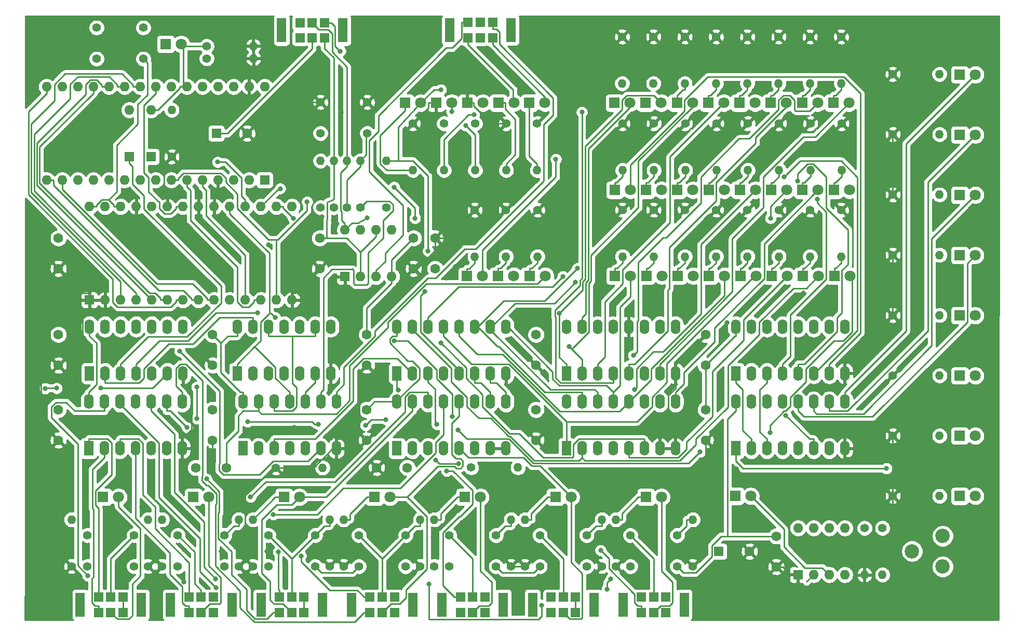
<source format=gbr>
%TF.GenerationSoftware,KiCad,Pcbnew,(5.1.9)-1*%
%TF.CreationDate,2022-12-06T18:42:43+01:00*%
%TF.ProjectId,plc14500,706c6331-3435-4303-902e-6b696361645f,rev?*%
%TF.SameCoordinates,Original*%
%TF.FileFunction,Copper,L2,Bot*%
%TF.FilePolarity,Positive*%
%FSLAX46Y46*%
G04 Gerber Fmt 4.6, Leading zero omitted, Abs format (unit mm)*
G04 Created by KiCad (PCBNEW (5.1.9)-1) date 2022-12-06 18:42:43*
%MOMM*%
%LPD*%
G01*
G04 APERTURE LIST*
%TA.AperFunction,ComponentPad*%
%ADD10C,2.340000*%
%TD*%
%TA.AperFunction,ComponentPad*%
%ADD11R,1.524000X4.000000*%
%TD*%
%TA.AperFunction,ComponentPad*%
%ADD12R,1.524000X1.524000*%
%TD*%
%TA.AperFunction,ComponentPad*%
%ADD13C,1.800000*%
%TD*%
%TA.AperFunction,ComponentPad*%
%ADD14R,1.800000X1.800000*%
%TD*%
%TA.AperFunction,ComponentPad*%
%ADD15C,1.600000*%
%TD*%
%TA.AperFunction,ComponentPad*%
%ADD16R,1.600000X1.600000*%
%TD*%
%TA.AperFunction,ComponentPad*%
%ADD17O,1.400000X1.400000*%
%TD*%
%TA.AperFunction,ComponentPad*%
%ADD18C,1.400000*%
%TD*%
%TA.AperFunction,ComponentPad*%
%ADD19O,1.600000X2.400000*%
%TD*%
%TA.AperFunction,ComponentPad*%
%ADD20R,1.600000X2.400000*%
%TD*%
%TA.AperFunction,ComponentPad*%
%ADD21O,1.600000X1.600000*%
%TD*%
%TA.AperFunction,ComponentPad*%
%ADD22C,1.397000*%
%TD*%
%TA.AperFunction,ViaPad*%
%ADD23C,5.000000*%
%TD*%
%TA.AperFunction,ViaPad*%
%ADD24C,0.800000*%
%TD*%
%TA.AperFunction,Conductor*%
%ADD25C,0.250000*%
%TD*%
%TA.AperFunction,Conductor*%
%ADD26C,0.254000*%
%TD*%
%TA.AperFunction,Conductor*%
%ADD27C,0.100000*%
%TD*%
G04 APERTURE END LIST*
D10*
%TO.P,RV1,1*%
%TO.N,Net-(R15-Pad1)*%
X221800000Y-133660000D03*
%TO.P,RV1,2*%
%TO.N,+5V*%
X216800000Y-131160000D03*
%TO.P,RV1,3*%
%TO.N,N/C*%
X221800000Y-128660000D03*
%TD*%
D11*
%TO.P,S5,9*%
%TO.N,N/C*%
X91150000Y-139890000D03*
%TO.P,S5,8*%
X81150000Y-139890000D03*
D12*
%TO.P,S5,7*%
%TO.N,Net-(S5-Pad3)*%
X88150000Y-138640000D03*
%TO.P,S5,6*%
%TO.N,Net-(R1-Pad2)*%
X86150000Y-138640000D03*
%TO.P,S5,5*%
%TO.N,Net-(S5-Pad5)*%
X84150000Y-138640000D03*
%TO.P,S5,3*%
%TO.N,Net-(S5-Pad3)*%
X88150000Y-141140000D03*
%TO.P,S5,2*%
%TO.N,/Input/Output/IN0*%
X86150000Y-141140000D03*
%TO.P,S5,1*%
%TO.N,Net-(S5-Pad1)*%
X84150000Y-141140000D03*
%TD*%
D11*
%TO.P,S6,9*%
%TO.N,N/C*%
X105905000Y-139890000D03*
%TO.P,S6,8*%
X95905000Y-139890000D03*
D12*
%TO.P,S6,7*%
%TO.N,Net-(S6-Pad3)*%
X102905000Y-138640000D03*
%TO.P,S6,6*%
%TO.N,Net-(R2-Pad2)*%
X100905000Y-138640000D03*
%TO.P,S6,5*%
%TO.N,Net-(S6-Pad5)*%
X98905000Y-138640000D03*
%TO.P,S6,3*%
%TO.N,Net-(S6-Pad3)*%
X102905000Y-141140000D03*
%TO.P,S6,2*%
%TO.N,/Input/Output/IN1*%
X100905000Y-141140000D03*
%TO.P,S6,1*%
%TO.N,Net-(S6-Pad1)*%
X98905000Y-141140000D03*
%TD*%
D11*
%TO.P,S7,9*%
%TO.N,N/C*%
X120660000Y-139890000D03*
%TO.P,S7,8*%
X110660000Y-139890000D03*
D12*
%TO.P,S7,7*%
%TO.N,Net-(S7-Pad3)*%
X117660000Y-138640000D03*
%TO.P,S7,6*%
%TO.N,Net-(R3-Pad2)*%
X115660000Y-138640000D03*
%TO.P,S7,5*%
%TO.N,Net-(S7-Pad5)*%
X113660000Y-138640000D03*
%TO.P,S7,3*%
%TO.N,Net-(S7-Pad3)*%
X117660000Y-141140000D03*
%TO.P,S7,2*%
%TO.N,/Input/Output/IN2*%
X115660000Y-141140000D03*
%TO.P,S7,1*%
%TO.N,Net-(S7-Pad1)*%
X113660000Y-141140000D03*
%TD*%
D11*
%TO.P,S8,9*%
%TO.N,N/C*%
X135415000Y-139890000D03*
%TO.P,S8,8*%
X125415000Y-139890000D03*
D12*
%TO.P,S8,7*%
%TO.N,Net-(S8-Pad3)*%
X132415000Y-138640000D03*
%TO.P,S8,6*%
%TO.N,Net-(R4-Pad2)*%
X130415000Y-138640000D03*
%TO.P,S8,5*%
%TO.N,Net-(S8-Pad5)*%
X128415000Y-138640000D03*
%TO.P,S8,3*%
%TO.N,Net-(S8-Pad3)*%
X132415000Y-141140000D03*
%TO.P,S8,2*%
%TO.N,/Input/Output/IN3*%
X130415000Y-141140000D03*
%TO.P,S8,1*%
%TO.N,Net-(S8-Pad1)*%
X128415000Y-141140000D03*
%TD*%
D11*
%TO.P,S12,9*%
%TO.N,N/C*%
X150170000Y-139890000D03*
%TO.P,S12,8*%
X140170000Y-139890000D03*
D12*
%TO.P,S12,7*%
%TO.N,Net-(S12-Pad3)*%
X147170000Y-138640000D03*
%TO.P,S12,6*%
%TO.N,Net-(R9-Pad2)*%
X145170000Y-138640000D03*
%TO.P,S12,5*%
%TO.N,Net-(S12-Pad5)*%
X143170000Y-138640000D03*
%TO.P,S12,3*%
%TO.N,Net-(S12-Pad3)*%
X147170000Y-141140000D03*
%TO.P,S12,2*%
%TO.N,/Input/Output/IN4*%
X145170000Y-141140000D03*
%TO.P,S12,1*%
%TO.N,Net-(S12-Pad1)*%
X143170000Y-141140000D03*
%TD*%
D11*
%TO.P,S13,9*%
%TO.N,N/C*%
X164925000Y-139890000D03*
%TO.P,S13,8*%
X154925000Y-139890000D03*
D12*
%TO.P,S13,7*%
%TO.N,Net-(S13-Pad3)*%
X161925000Y-138640000D03*
%TO.P,S13,6*%
%TO.N,Net-(R10-Pad2)*%
X159925000Y-138640000D03*
%TO.P,S13,5*%
%TO.N,Net-(S13-Pad5)*%
X157925000Y-138640000D03*
%TO.P,S13,3*%
%TO.N,Net-(S13-Pad3)*%
X161925000Y-141140000D03*
%TO.P,S13,2*%
%TO.N,/Input/Output/IN5*%
X159925000Y-141140000D03*
%TO.P,S13,1*%
%TO.N,Net-(S13-Pad1)*%
X157925000Y-141140000D03*
%TD*%
D11*
%TO.P,S14,9*%
%TO.N,N/C*%
X179680000Y-139890000D03*
%TO.P,S14,8*%
X169680000Y-139890000D03*
D12*
%TO.P,S14,7*%
%TO.N,Net-(S14-Pad3)*%
X176680000Y-138640000D03*
%TO.P,S14,6*%
%TO.N,Net-(R11-Pad2)*%
X174680000Y-138640000D03*
%TO.P,S14,5*%
%TO.N,Net-(S14-Pad5)*%
X172680000Y-138640000D03*
%TO.P,S14,3*%
%TO.N,Net-(S14-Pad3)*%
X176680000Y-141140000D03*
%TO.P,S14,2*%
%TO.N,/Input/Output/IN6*%
X174680000Y-141140000D03*
%TO.P,S14,1*%
%TO.N,Net-(S14-Pad1)*%
X172680000Y-141140000D03*
%TD*%
D11*
%TO.P,S16,9*%
%TO.N,N/C*%
X114010000Y-46130000D03*
%TO.P,S16,8*%
X124010000Y-46130000D03*
D12*
%TO.P,S16,7*%
X117010000Y-47380000D03*
%TO.P,S16,6*%
%TO.N,Net-(C7-Pad1)*%
X119010000Y-47380000D03*
%TO.P,S16,5*%
%TO.N,Net-(C10-Pad1)*%
X121010000Y-47380000D03*
%TO.P,S16,3*%
%TO.N,Net-(R29-Pad1)*%
X117010000Y-44880000D03*
%TO.P,S16,2*%
%TO.N,+5V*%
X119010000Y-44880000D03*
%TO.P,S16,1*%
%TO.N,Net-(R28-Pad1)*%
X121010000Y-44880000D03*
%TD*%
D11*
%TO.P,S18,9*%
%TO.N,N/C*%
X141420000Y-46110000D03*
%TO.P,S18,8*%
X151420000Y-46110000D03*
D12*
%TO.P,S18,7*%
%TO.N,Net-(D28-PadA)*%
X144420000Y-47360000D03*
%TO.P,S18,6*%
%TO.N,+5V*%
X146420000Y-47360000D03*
%TO.P,S18,5*%
%TO.N,Net-(D33-PadA)*%
X148420000Y-47360000D03*
%TO.P,S18,3*%
%TO.N,Net-(S18-Pad3)*%
X144420000Y-44860000D03*
%TO.P,S18,2*%
%TO.N,CLK*%
X146420000Y-44860000D03*
%TO.P,S18,1*%
%TO.N,Net-(S18-Pad1)*%
X148420000Y-44860000D03*
%TD*%
D13*
%TO.P,D50,A*%
%TO.N,Net-(D50-PadA)*%
X206670000Y-86214300D03*
D14*
%TO.P,D50,K*%
%TO.N,Net-(D50-PadK)*%
X204130000Y-86214300D03*
%TD*%
D13*
%TO.P,D49,A*%
%TO.N,Net-(D49-PadA)*%
X201560000Y-86214300D03*
D14*
%TO.P,D49,K*%
%TO.N,Net-(D49-PadK)*%
X199020000Y-86214300D03*
%TD*%
D13*
%TO.P,D48,A*%
%TO.N,Net-(D48-PadA)*%
X196450000Y-86214300D03*
D14*
%TO.P,D48,K*%
%TO.N,Net-(D48-PadK)*%
X193910000Y-86214300D03*
%TD*%
D13*
%TO.P,D47,A*%
%TO.N,Net-(D47-PadA)*%
X191340000Y-86214300D03*
D14*
%TO.P,D47,K*%
%TO.N,Net-(D47-PadK)*%
X188800000Y-86214300D03*
%TD*%
D13*
%TO.P,D46,A*%
%TO.N,Net-(D46-PadA)*%
X186230000Y-86214300D03*
D14*
%TO.P,D46,K*%
%TO.N,Net-(D46-PadK)*%
X183690000Y-86214300D03*
%TD*%
D13*
%TO.P,D45,A*%
%TO.N,Net-(D45-PadA)*%
X181120000Y-86214300D03*
D14*
%TO.P,D45,K*%
%TO.N,Net-(D45-PadK)*%
X178580000Y-86214300D03*
%TD*%
D13*
%TO.P,D44,A*%
%TO.N,Net-(D44-PadA)*%
X176010000Y-86214300D03*
D14*
%TO.P,D44,K*%
%TO.N,Net-(D44-PadK)*%
X173470000Y-86214300D03*
%TD*%
D13*
%TO.P,D43,A*%
%TO.N,Net-(D43-PadA)*%
X170900000Y-86214300D03*
D14*
%TO.P,D43,K*%
%TO.N,Net-(D43-PadK)*%
X168360000Y-86214300D03*
%TD*%
D13*
%TO.P,D42,A*%
%TO.N,W*%
X157000000Y-86214300D03*
D14*
%TO.P,D42,K*%
%TO.N,Net-(D42-PadK)*%
X154460000Y-86214300D03*
%TD*%
D13*
%TO.P,D41,A*%
%TO.N,Net-(D41-PadA)*%
X151860000Y-86214300D03*
D14*
%TO.P,D41,K*%
%TO.N,Net-(D41-PadK)*%
X149320000Y-86214300D03*
%TD*%
D13*
%TO.P,D39,A*%
%TO.N,JMP*%
X146780000Y-86234300D03*
D14*
%TO.P,D39,K*%
%TO.N,Net-(D39-PadK)*%
X144240000Y-86234300D03*
%TD*%
D13*
%TO.P,D38,A*%
%TO.N,CLK*%
X136690000Y-57980000D03*
D14*
%TO.P,D38,K*%
%TO.N,Net-(D38-PadK)*%
X134150000Y-57980000D03*
%TD*%
D13*
%TO.P,D37,A*%
%TO.N,D7*%
X206590000Y-72200000D03*
D14*
%TO.P,D37,K*%
%TO.N,Net-(D37-PadK)*%
X204050000Y-72200000D03*
%TD*%
D13*
%TO.P,D36,A*%
%TO.N,A7*%
X206520000Y-57980000D03*
D14*
%TO.P,D36,K*%
%TO.N,Net-(D36-PadK)*%
X203980000Y-57980000D03*
%TD*%
D13*
%TO.P,D35,A*%
%TO.N,D6*%
X201489000Y-72200000D03*
D14*
%TO.P,D35,K*%
%TO.N,Net-(D35-PadK)*%
X198949000Y-72200000D03*
%TD*%
D13*
%TO.P,D34,A*%
%TO.N,A6*%
X201419000Y-57980000D03*
D14*
%TO.P,D34,K*%
%TO.N,Net-(D34-PadK)*%
X198879000Y-57980000D03*
%TD*%
D13*
%TO.P,D33,A*%
%TO.N,Net-(D33-PadA)*%
X156950000Y-57980000D03*
D14*
%TO.P,D33,K*%
%TO.N,Net-(D33-PadK)*%
X154410000Y-57980000D03*
%TD*%
D13*
%TO.P,D32,A*%
%TO.N,D5*%
X196387000Y-72200000D03*
D14*
%TO.P,D32,K*%
%TO.N,Net-(D32-PadK)*%
X193847000Y-72200000D03*
%TD*%
D13*
%TO.P,D31,A*%
%TO.N,A5*%
X196317000Y-57980000D03*
D14*
%TO.P,D31,K*%
%TO.N,Net-(D31-PadK)*%
X193777000Y-57980000D03*
%TD*%
D13*
%TO.P,D30,A*%
%TO.N,D4*%
X191286000Y-72200000D03*
D14*
%TO.P,D30,K*%
%TO.N,Net-(D30-PadK)*%
X188746000Y-72200000D03*
%TD*%
D13*
%TO.P,D29,A*%
%TO.N,A4*%
X191216000Y-57980000D03*
D14*
%TO.P,D29,K*%
%TO.N,Net-(D29-PadK)*%
X188676000Y-57980000D03*
%TD*%
D13*
%TO.P,D28,A*%
%TO.N,Net-(D28-PadA)*%
X151885000Y-57980000D03*
D14*
%TO.P,D28,K*%
%TO.N,Net-(D28-PadK)*%
X149345000Y-57980000D03*
%TD*%
D13*
%TO.P,D27,A*%
%TO.N,D3*%
X186184000Y-72200000D03*
D14*
%TO.P,D27,K*%
%TO.N,Net-(D27-PadK)*%
X183644000Y-72200000D03*
%TD*%
D13*
%TO.P,D26,A*%
%TO.N,A3*%
X186114000Y-57980000D03*
D14*
%TO.P,D26,K*%
%TO.N,Net-(D26-PadK)*%
X183574000Y-57980000D03*
%TD*%
D13*
%TO.P,D25,A*%
%TO.N,D2*%
X181083000Y-72200000D03*
D14*
%TO.P,D25,K*%
%TO.N,Net-(D25-PadK)*%
X178543000Y-72200000D03*
%TD*%
D13*
%TO.P,D24,A*%
%TO.N,A2*%
X181013000Y-57980000D03*
D14*
%TO.P,D24,K*%
%TO.N,Net-(D24-PadK)*%
X178473000Y-57980000D03*
%TD*%
D13*
%TO.P,D23,A*%
%TO.N,D1*%
X175981000Y-72200000D03*
D14*
%TO.P,D23,K*%
%TO.N,Net-(D23-PadK)*%
X173441000Y-72200000D03*
%TD*%
D13*
%TO.P,D22,A*%
%TO.N,A1*%
X175911000Y-57980000D03*
D14*
%TO.P,D22,K*%
%TO.N,Net-(D22-PadK)*%
X173371000Y-57980000D03*
%TD*%
D13*
%TO.P,D21,A*%
%TO.N,D0*%
X170880000Y-72200000D03*
D14*
%TO.P,D21,K*%
%TO.N,Net-(D21-PadK)*%
X168340000Y-72200000D03*
%TD*%
D13*
%TO.P,D20,A*%
%TO.N,A0*%
X170810000Y-57980000D03*
D14*
%TO.P,D20,K*%
%TO.N,Net-(D20-PadK)*%
X168270000Y-57980000D03*
%TD*%
D13*
%TO.P,D19,A*%
%TO.N,Net-(D19-PadA)*%
X146820000Y-57980000D03*
D14*
%TO.P,D19,K*%
%TO.N,GND*%
X144280000Y-57980000D03*
%TD*%
D13*
%TO.P,D18,A*%
%TO.N,Net-(D18-PadA)*%
X141755000Y-57980000D03*
D14*
%TO.P,D18,K*%
%TO.N,GND*%
X139215000Y-57980000D03*
%TD*%
D13*
%TO.P,D17,A*%
%TO.N,RES*%
X97650000Y-48380000D03*
D14*
%TO.P,D17,K*%
%TO.N,Net-(D17-PadK)*%
X95110000Y-48380000D03*
%TD*%
D13*
%TO.P,D16,A*%
%TO.N,Net-(D16-PadA)*%
X227120000Y-53350000D03*
D14*
%TO.P,D16,K*%
%TO.N,Net-(D16-PadK)*%
X224580000Y-53350000D03*
%TD*%
D13*
%TO.P,D15,A*%
%TO.N,Net-(D15-PadA)*%
X227120000Y-63178600D03*
D14*
%TO.P,D15,K*%
%TO.N,Net-(D15-PadK)*%
X224580000Y-63178600D03*
%TD*%
D13*
%TO.P,D14,A*%
%TO.N,Net-(D14-PadA)*%
X227120000Y-73007100D03*
D14*
%TO.P,D14,K*%
%TO.N,Net-(D14-PadK)*%
X224580000Y-73007100D03*
%TD*%
D13*
%TO.P,D13,A*%
%TO.N,Net-(D13-PadA)*%
X227120000Y-82835700D03*
D14*
%TO.P,D13,K*%
%TO.N,Net-(D13-PadK)*%
X224580000Y-82835700D03*
%TD*%
D13*
%TO.P,D12,A*%
%TO.N,Net-(D12-PadA)*%
X227120000Y-92664300D03*
D14*
%TO.P,D12,K*%
%TO.N,Net-(D12-PadK)*%
X224580000Y-92664300D03*
%TD*%
D13*
%TO.P,D11,A*%
%TO.N,Net-(D11-PadA)*%
X227120000Y-102493000D03*
D14*
%TO.P,D11,K*%
%TO.N,Net-(D11-PadK)*%
X224580000Y-102493000D03*
%TD*%
D13*
%TO.P,D10,A*%
%TO.N,Net-(D10-PadA)*%
X227120000Y-112321000D03*
D14*
%TO.P,D10,K*%
%TO.N,Net-(D10-PadK)*%
X224580000Y-112321000D03*
%TD*%
D13*
%TO.P,D9,A*%
%TO.N,TMR0-TRG*%
X227120000Y-122150000D03*
D14*
%TO.P,D9,K*%
%TO.N,Net-(D9-PadK)*%
X224580000Y-122150000D03*
%TD*%
D13*
%TO.P,D8,A*%
%TO.N,IN7*%
X190500000Y-122150000D03*
D14*
%TO.P,D8,K*%
%TO.N,Net-(D8-PadK)*%
X187960000Y-122150000D03*
%TD*%
D13*
%TO.P,D7,A*%
%TO.N,/Input/Output/IN6*%
X175945000Y-122310000D03*
D14*
%TO.P,D7,K*%
%TO.N,Net-(D7-PadK)*%
X173405000Y-122310000D03*
%TD*%
D13*
%TO.P,D6,A*%
%TO.N,/Input/Output/IN5*%
X161190000Y-122310000D03*
D14*
%TO.P,D6,K*%
%TO.N,Net-(D6-PadK)*%
X158650000Y-122310000D03*
%TD*%
D13*
%TO.P,D5,A*%
%TO.N,/Input/Output/IN4*%
X146435000Y-122310000D03*
D14*
%TO.P,D5,K*%
%TO.N,Net-(D5-PadK)*%
X143895000Y-122310000D03*
%TD*%
D13*
%TO.P,D4,A*%
%TO.N,/Input/Output/IN3*%
X131680000Y-122310000D03*
D14*
%TO.P,D4,K*%
%TO.N,Net-(D4-PadK)*%
X129140000Y-122310000D03*
%TD*%
D13*
%TO.P,D3,A*%
%TO.N,/Input/Output/IN2*%
X116925000Y-122310000D03*
D14*
%TO.P,D3,K*%
%TO.N,Net-(D3-PadK)*%
X114385000Y-122310000D03*
%TD*%
D13*
%TO.P,D2,A*%
%TO.N,/Input/Output/IN1*%
X102170000Y-122310000D03*
D14*
%TO.P,D2,K*%
%TO.N,Net-(D2-PadK)*%
X99630000Y-122310000D03*
%TD*%
D13*
%TO.P,D1,A*%
%TO.N,/Input/Output/IN0*%
X87415000Y-122310000D03*
D14*
%TO.P,D1,K*%
%TO.N,Net-(D1-PadK)*%
X84875000Y-122310000D03*
%TD*%
D15*
%TO.P,C3,2*%
%TO.N,+5V*%
X127871000Y-108030000D03*
%TO.P,C3,1*%
%TO.N,GND*%
X127871000Y-113030000D03*
%TD*%
%TO.P,C4,2*%
%TO.N,GND*%
X190310000Y-131185000D03*
D16*
%TO.P,C4,1*%
%TO.N,Net-(C4-Pad1)*%
X185310000Y-131185000D03*
%TD*%
D15*
%TO.P,C5,2*%
%TO.N,GND*%
X194670000Y-133685000D03*
%TO.P,C5,1*%
%TO.N,+5V*%
X194670000Y-128685000D03*
%TD*%
%TO.P,C6,2*%
%TO.N,GND*%
X183122000Y-113030000D03*
%TO.P,C6,1*%
%TO.N,+5V*%
X183122000Y-108030000D03*
%TD*%
%TO.P,C7,2*%
%TO.N,GND*%
X108370000Y-62940000D03*
D16*
%TO.P,C7,1*%
%TO.N,Net-(C7-Pad1)*%
X103370000Y-62940000D03*
%TD*%
D15*
%TO.P,C8,2*%
%TO.N,GND*%
X155497000Y-100805000D03*
%TO.P,C8,1*%
%TO.N,+5V*%
X155497000Y-95805000D03*
%TD*%
%TO.P,C9,2*%
%TO.N,+5V*%
X77620000Y-80025000D03*
%TO.P,C9,1*%
%TO.N,GND*%
X77620000Y-85025000D03*
%TD*%
%TO.P,C10,2*%
%TO.N,GND*%
X120220000Y-85025000D03*
%TO.P,C10,1*%
%TO.N,Net-(C10-Pad1)*%
X120220000Y-80025000D03*
%TD*%
%TO.P,C11,2*%
%TO.N,GND*%
X139020000Y-80025000D03*
%TO.P,C11,1*%
%TO.N,Net-(C11-Pad1)*%
X139020000Y-85025000D03*
%TD*%
%TO.P,C12,2*%
%TO.N,+5V*%
X135530000Y-80025000D03*
%TO.P,C12,1*%
%TO.N,GND*%
X135530000Y-85025000D03*
%TD*%
%TO.P,C13,2*%
%TO.N,Net-(C13-Pad2)*%
X134510000Y-117510000D03*
%TO.P,C13,1*%
%TO.N,GND*%
X129510000Y-117510000D03*
%TD*%
%TO.P,C14,2*%
%TO.N,GND*%
X183122000Y-95805000D03*
%TO.P,C14,1*%
%TO.N,+5V*%
X183122000Y-100805000D03*
%TD*%
%TO.P,C15,2*%
%TO.N,W*%
X104980000Y-117510000D03*
%TO.P,C15,1*%
%TO.N,Net-(C15-Pad1)*%
X99980000Y-117510000D03*
%TD*%
%TO.P,C16,2*%
%TO.N,GND*%
X127871000Y-100805000D03*
%TO.P,C16,1*%
%TO.N,+5V*%
X127871000Y-95805000D03*
%TD*%
%TO.P,C17,2*%
%TO.N,GND*%
X155497000Y-113030000D03*
%TO.P,C17,1*%
%TO.N,+5V*%
X155497000Y-108030000D03*
%TD*%
D17*
%TO.P,R1,2*%
%TO.N,Net-(R1-Pad2)*%
X92210000Y-125980000D03*
D18*
%TO.P,R1,1*%
%TO.N,GND*%
X92210000Y-133600000D03*
%TD*%
D17*
%TO.P,R2,2*%
%TO.N,Net-(R2-Pad2)*%
X107018000Y-125980000D03*
D18*
%TO.P,R2,1*%
%TO.N,GND*%
X107018000Y-133600000D03*
%TD*%
D17*
%TO.P,R3,2*%
%TO.N,Net-(R3-Pad2)*%
X121827000Y-125980000D03*
D18*
%TO.P,R3,1*%
%TO.N,GND*%
X121827000Y-133600000D03*
%TD*%
D17*
%TO.P,R4,2*%
%TO.N,Net-(R4-Pad2)*%
X136635000Y-125980000D03*
D18*
%TO.P,R4,1*%
%TO.N,GND*%
X136635000Y-133600000D03*
%TD*%
D17*
%TO.P,R5,2*%
%TO.N,Net-(D1-PadK)*%
X79750000Y-125980000D03*
D18*
%TO.P,R5,1*%
%TO.N,GND*%
X79750000Y-133600000D03*
%TD*%
D17*
%TO.P,R6,2*%
%TO.N,Net-(D2-PadK)*%
X94541700Y-125980000D03*
D18*
%TO.P,R6,1*%
%TO.N,GND*%
X94541700Y-133600000D03*
%TD*%
D17*
%TO.P,R7,2*%
%TO.N,Net-(D3-PadK)*%
X109333000Y-125980000D03*
D18*
%TO.P,R7,1*%
%TO.N,GND*%
X109333000Y-133600000D03*
%TD*%
D17*
%TO.P,R8,2*%
%TO.N,Net-(D4-PadK)*%
X124125000Y-125980000D03*
D18*
%TO.P,R8,1*%
%TO.N,GND*%
X124125000Y-133600000D03*
%TD*%
D17*
%TO.P,R9,2*%
%TO.N,Net-(R9-Pad2)*%
X151443000Y-125980000D03*
D18*
%TO.P,R9,1*%
%TO.N,GND*%
X151443000Y-133600000D03*
%TD*%
D17*
%TO.P,R10,2*%
%TO.N,Net-(R10-Pad2)*%
X166252000Y-125980000D03*
D18*
%TO.P,R10,1*%
%TO.N,GND*%
X166252000Y-133600000D03*
%TD*%
D17*
%TO.P,R11,2*%
%TO.N,Net-(R11-Pad2)*%
X181060000Y-125980000D03*
D18*
%TO.P,R11,1*%
%TO.N,GND*%
X181060000Y-133600000D03*
%TD*%
D17*
%TO.P,R12,2*%
%TO.N,Net-(D5-PadK)*%
X138917000Y-125980000D03*
D18*
%TO.P,R12,1*%
%TO.N,GND*%
X138917000Y-133600000D03*
%TD*%
D17*
%TO.P,R13,2*%
%TO.N,Net-(D6-PadK)*%
X153708000Y-125980000D03*
D18*
%TO.P,R13,1*%
%TO.N,GND*%
X153708000Y-133600000D03*
%TD*%
D17*
%TO.P,R14,2*%
%TO.N,Net-(D7-PadK)*%
X168500000Y-125980000D03*
D18*
%TO.P,R14,1*%
%TO.N,GND*%
X168500000Y-133600000D03*
%TD*%
D17*
%TO.P,R15,2*%
%TO.N,Net-(C4-Pad1)*%
X211970000Y-134995000D03*
D18*
%TO.P,R15,1*%
%TO.N,Net-(R15-Pad1)*%
X211970000Y-127375000D03*
%TD*%
D17*
%TO.P,R16,2*%
%TO.N,GND*%
X209060000Y-134995000D03*
D18*
%TO.P,R16,1*%
%TO.N,Net-(D8-PadK)*%
X209060000Y-127375000D03*
%TD*%
D17*
%TO.P,R17,2*%
%TO.N,Net-(D9-PadK)*%
X221290000Y-122150000D03*
D18*
%TO.P,R17,1*%
%TO.N,GND*%
X213670000Y-122150000D03*
%TD*%
D17*
%TO.P,R18,2*%
%TO.N,Net-(D10-PadK)*%
X221290000Y-112311000D03*
D18*
%TO.P,R18,1*%
%TO.N,GND*%
X213670000Y-112311000D03*
%TD*%
D17*
%TO.P,R19,2*%
%TO.N,Net-(D11-PadK)*%
X221290000Y-102473000D03*
D18*
%TO.P,R19,1*%
%TO.N,GND*%
X213670000Y-102473000D03*
%TD*%
D17*
%TO.P,R20,2*%
%TO.N,Net-(D12-PadK)*%
X221290000Y-92634300D03*
D18*
%TO.P,R20,1*%
%TO.N,GND*%
X213670000Y-92634300D03*
%TD*%
D17*
%TO.P,R21,2*%
%TO.N,Net-(D13-PadK)*%
X221290000Y-82795700D03*
D18*
%TO.P,R21,1*%
%TO.N,GND*%
X213670000Y-82795700D03*
%TD*%
D17*
%TO.P,R23,2*%
%TO.N,Net-(D14-PadK)*%
X221290000Y-72957100D03*
D18*
%TO.P,R23,1*%
%TO.N,GND*%
X213670000Y-72957100D03*
%TD*%
D17*
%TO.P,R24,2*%
%TO.N,Net-(D15-PadK)*%
X221290000Y-63118600D03*
D18*
%TO.P,R24,1*%
%TO.N,GND*%
X213670000Y-63118600D03*
%TD*%
D17*
%TO.P,R25,2*%
%TO.N,Net-(D16-PadK)*%
X221280000Y-53280000D03*
D18*
%TO.P,R25,1*%
%TO.N,GND*%
X213660000Y-53280000D03*
%TD*%
D17*
%TO.P,R26,2*%
%TO.N,GND*%
X109400000Y-48700000D03*
D18*
%TO.P,R26,1*%
%TO.N,RES*%
X101780000Y-48700000D03*
%TD*%
D17*
%TO.P,R27,2*%
%TO.N,GND*%
X109420000Y-50710000D03*
D18*
%TO.P,R27,1*%
%TO.N,Net-(D17-PadK)*%
X101800000Y-50710000D03*
%TD*%
D17*
%TO.P,R28,2*%
%TO.N,Net-(D19-PadA)*%
X140490000Y-68960000D03*
D18*
%TO.P,R28,1*%
%TO.N,Net-(R28-Pad1)*%
X140490000Y-61340000D03*
%TD*%
D17*
%TO.P,R29,2*%
%TO.N,Net-(D18-PadA)*%
X145555000Y-68960000D03*
D18*
%TO.P,R29,1*%
%TO.N,Net-(R29-Pad1)*%
X145555000Y-61340000D03*
%TD*%
D17*
%TO.P,R30,2*%
%TO.N,+5V*%
X120355000Y-67420000D03*
D18*
%TO.P,R30,1*%
%TO.N,Net-(R30-Pad1)*%
X120355000Y-75040000D03*
%TD*%
D17*
%TO.P,R31,2*%
%TO.N,Net-(C10-Pad1)*%
X122510000Y-67420000D03*
D18*
%TO.P,R31,1*%
%TO.N,Net-(R30-Pad1)*%
X122510000Y-75040000D03*
%TD*%
D17*
%TO.P,R32,2*%
%TO.N,Net-(D20-PadK)*%
X169545000Y-54790000D03*
D18*
%TO.P,R32,1*%
%TO.N,GND*%
X169545000Y-47170000D03*
%TD*%
D17*
%TO.P,R33,2*%
%TO.N,Net-(D21-PadK)*%
X169615000Y-68960000D03*
D18*
%TO.P,R33,1*%
%TO.N,GND*%
X169615000Y-61340000D03*
%TD*%
D17*
%TO.P,R34,2*%
%TO.N,Net-(D22-PadK)*%
X174646000Y-54790000D03*
D18*
%TO.P,R34,1*%
%TO.N,GND*%
X174646000Y-47170000D03*
%TD*%
D17*
%TO.P,R35,2*%
%TO.N,Net-(D23-PadK)*%
X174716000Y-68960000D03*
D18*
%TO.P,R35,1*%
%TO.N,GND*%
X174716000Y-61340000D03*
%TD*%
D17*
%TO.P,R36,2*%
%TO.N,Net-(D24-PadK)*%
X179748000Y-54790000D03*
D18*
%TO.P,R36,1*%
%TO.N,GND*%
X179748000Y-47170000D03*
%TD*%
D17*
%TO.P,R37,2*%
%TO.N,Net-(D25-PadK)*%
X179818000Y-68960000D03*
D18*
%TO.P,R37,1*%
%TO.N,GND*%
X179818000Y-61340000D03*
%TD*%
D17*
%TO.P,R38,2*%
%TO.N,Net-(D26-PadK)*%
X184849000Y-54790000D03*
D18*
%TO.P,R38,1*%
%TO.N,GND*%
X184849000Y-47170000D03*
%TD*%
D17*
%TO.P,R39,2*%
%TO.N,Net-(D27-PadK)*%
X184919000Y-68960000D03*
D18*
%TO.P,R39,1*%
%TO.N,GND*%
X184919000Y-61340000D03*
%TD*%
D17*
%TO.P,R40,2*%
%TO.N,Net-(D28-PadK)*%
X150620000Y-68960000D03*
D18*
%TO.P,R40,1*%
%TO.N,GND*%
X150620000Y-61340000D03*
%TD*%
D17*
%TO.P,R41,2*%
%TO.N,Net-(D29-PadK)*%
X189951000Y-54790000D03*
D18*
%TO.P,R41,1*%
%TO.N,GND*%
X189951000Y-47170000D03*
%TD*%
D17*
%TO.P,R42,2*%
%TO.N,Net-(D30-PadK)*%
X190021000Y-68960000D03*
D18*
%TO.P,R42,1*%
%TO.N,GND*%
X190021000Y-61340000D03*
%TD*%
D17*
%TO.P,R43,2*%
%TO.N,Net-(D31-PadK)*%
X195052000Y-54790000D03*
D18*
%TO.P,R43,1*%
%TO.N,GND*%
X195052000Y-47170000D03*
%TD*%
D17*
%TO.P,R44,2*%
%TO.N,Net-(D32-PadK)*%
X195122000Y-68960000D03*
D18*
%TO.P,R44,1*%
%TO.N,GND*%
X195122000Y-61340000D03*
%TD*%
D17*
%TO.P,R45,2*%
%TO.N,Net-(D33-PadK)*%
X155685000Y-68960000D03*
D18*
%TO.P,R45,1*%
%TO.N,GND*%
X155685000Y-61340000D03*
%TD*%
D17*
%TO.P,R46,2*%
%TO.N,Net-(D34-PadK)*%
X200154000Y-54790000D03*
D18*
%TO.P,R46,1*%
%TO.N,GND*%
X200154000Y-47170000D03*
%TD*%
D17*
%TO.P,R47,2*%
%TO.N,Net-(D35-PadK)*%
X200224000Y-68960000D03*
D18*
%TO.P,R47,1*%
%TO.N,GND*%
X200224000Y-61340000D03*
%TD*%
D17*
%TO.P,R48,2*%
%TO.N,Net-(D36-PadK)*%
X205255000Y-54790000D03*
D18*
%TO.P,R48,1*%
%TO.N,GND*%
X205255000Y-47170000D03*
%TD*%
D17*
%TO.P,R49,2*%
%TO.N,Net-(D37-PadK)*%
X205325000Y-68960000D03*
D18*
%TO.P,R49,1*%
%TO.N,GND*%
X205325000Y-61340000D03*
%TD*%
D17*
%TO.P,R50,2*%
%TO.N,+5V*%
X124665000Y-67420000D03*
D18*
%TO.P,R50,1*%
%TO.N,Net-(R50-Pad1)*%
X124665000Y-75040000D03*
%TD*%
D17*
%TO.P,R51,2*%
%TO.N,Net-(R50-Pad1)*%
X126820000Y-67420000D03*
D18*
%TO.P,R51,1*%
%TO.N,Net-(C13-Pad2)*%
X126820000Y-75040000D03*
%TD*%
D17*
%TO.P,R52,2*%
%TO.N,Net-(D38-PadK)*%
X135425000Y-68960000D03*
D18*
%TO.P,R52,1*%
%TO.N,GND*%
X135425000Y-61340000D03*
%TD*%
D17*
%TO.P,R53,2*%
%TO.N,CLK*%
X131130000Y-67420000D03*
D18*
%TO.P,R53,1*%
%TO.N,Net-(R53-Pad1)*%
X131130000Y-75040000D03*
%TD*%
D17*
%TO.P,R55,2*%
%TO.N,Net-(D39-PadK)*%
X145515000Y-83070000D03*
D18*
%TO.P,R55,1*%
%TO.N,GND*%
X145515000Y-75450000D03*
%TD*%
D17*
%TO.P,R57,2*%
%TO.N,Net-(D41-PadK)*%
X150595000Y-83050000D03*
D18*
%TO.P,R57,1*%
%TO.N,GND*%
X150595000Y-75430000D03*
%TD*%
D17*
%TO.P,R58,2*%
%TO.N,Net-(D42-PadK)*%
X155735000Y-83050000D03*
D18*
%TO.P,R58,1*%
%TO.N,GND*%
X155735000Y-75430000D03*
%TD*%
D17*
%TO.P,R59,2*%
%TO.N,Net-(C15-Pad1)*%
X120670000Y-117510000D03*
D18*
%TO.P,R59,1*%
%TO.N,GND*%
X113050000Y-117510000D03*
%TD*%
D17*
%TO.P,R60,2*%
%TO.N,Net-(D43-PadK)*%
X169575000Y-83050000D03*
D18*
%TO.P,R60,1*%
%TO.N,GND*%
X169575000Y-75430000D03*
%TD*%
D17*
%TO.P,R61,2*%
%TO.N,Net-(D44-PadK)*%
X174674000Y-83050000D03*
D18*
%TO.P,R61,1*%
%TO.N,GND*%
X174674000Y-75430000D03*
%TD*%
D17*
%TO.P,R62,2*%
%TO.N,Net-(D45-PadK)*%
X179772000Y-83050000D03*
D18*
%TO.P,R62,1*%
%TO.N,GND*%
X179772000Y-75430000D03*
%TD*%
D17*
%TO.P,R63,2*%
%TO.N,Net-(D46-PadK)*%
X184871000Y-83050000D03*
D18*
%TO.P,R63,1*%
%TO.N,GND*%
X184871000Y-75430000D03*
%TD*%
D17*
%TO.P,R64,2*%
%TO.N,Net-(D47-PadK)*%
X189969000Y-83050000D03*
D18*
%TO.P,R64,1*%
%TO.N,GND*%
X189969000Y-75430000D03*
%TD*%
D17*
%TO.P,R65,2*%
%TO.N,Net-(D48-PadK)*%
X195068000Y-83050000D03*
D18*
%TO.P,R65,1*%
%TO.N,GND*%
X195068000Y-75430000D03*
%TD*%
D17*
%TO.P,R66,2*%
%TO.N,Net-(D49-PadK)*%
X200166000Y-83050000D03*
D18*
%TO.P,R66,1*%
%TO.N,GND*%
X200166000Y-75430000D03*
%TD*%
D17*
%TO.P,R67,2*%
%TO.N,Net-(D50-PadK)*%
X205265000Y-83050000D03*
D18*
%TO.P,R67,1*%
%TO.N,GND*%
X205265000Y-75430000D03*
%TD*%
D19*
%TO.P,U2,16*%
%TO.N,+5V*%
X132809000Y-106735000D03*
%TO.P,U2,8*%
%TO.N,GND*%
X150589000Y-114355000D03*
%TO.P,U2,15*%
%TO.N,/Input/Output/IN2*%
X135349000Y-106735000D03*
%TO.P,U2,7*%
%TO.N,GND*%
X148049000Y-114355000D03*
%TO.P,U2,14*%
%TO.N,/Input/Output/IN1*%
X137889000Y-106735000D03*
%TO.P,U2,6*%
%TO.N,IN-WINH*%
X145509000Y-114355000D03*
%TO.P,U2,13*%
%TO.N,/Input/Output/IN0*%
X140429000Y-106735000D03*
%TO.P,U2,5*%
%TO.N,/Input/Output/IN5*%
X142969000Y-114355000D03*
%TO.P,U2,12*%
%TO.N,/Input/Output/IN3*%
X142969000Y-106735000D03*
%TO.P,U2,4*%
%TO.N,IN7*%
X140429000Y-114355000D03*
%TO.P,U2,11*%
%TO.N,D4*%
X145509000Y-106735000D03*
%TO.P,U2,3*%
%TO.N,Net-(R22-Pad1)*%
X137889000Y-114355000D03*
%TO.P,U2,10*%
%TO.N,D5*%
X148049000Y-106735000D03*
%TO.P,U2,2*%
%TO.N,/Input/Output/IN6*%
X135349000Y-114355000D03*
%TO.P,U2,9*%
%TO.N,D6*%
X150589000Y-106735000D03*
D20*
%TO.P,U2,1*%
%TO.N,/Input/Output/IN4*%
X132809000Y-114355000D03*
%TD*%
D21*
%TO.P,U4,8*%
%TO.N,+5V*%
X198210000Y-127365000D03*
%TO.P,U4,4*%
%TO.N,!RES*%
X205830000Y-134985000D03*
%TO.P,U4,7*%
%TO.N,Net-(C4-Pad1)*%
X200750000Y-127365000D03*
%TO.P,U4,3*%
%TO.N,IN7*%
X203290000Y-134985000D03*
%TO.P,U4,6*%
%TO.N,Net-(C4-Pad1)*%
X203290000Y-127365000D03*
%TO.P,U4,2*%
%TO.N,Net-(U11-Pad6)*%
X200750000Y-134985000D03*
%TO.P,U4,5*%
%TO.N,N/C*%
X205830000Y-127365000D03*
D16*
%TO.P,U4,1*%
%TO.N,GND*%
X198210000Y-134985000D03*
%TD*%
D19*
%TO.P,U5,16*%
%TO.N,+5V*%
X188060000Y-106735000D03*
%TO.P,U5,8*%
%TO.N,GND*%
X205840000Y-114355000D03*
%TO.P,U5,15*%
%TO.N,Net-(D10-PadA)*%
X190600000Y-106735000D03*
%TO.P,U5,7*%
%TO.N,D6*%
X203300000Y-114355000D03*
%TO.P,U5,14*%
%TO.N,Net-(D11-PadA)*%
X193140000Y-106735000D03*
%TO.P,U5,6*%
%TO.N,D5*%
X200760000Y-114355000D03*
%TO.P,U5,13*%
%TO.N,Net-(D12-PadA)*%
X195680000Y-106735000D03*
%TO.P,U5,5*%
%TO.N,D4*%
X198220000Y-114355000D03*
%TO.P,U5,12*%
%TO.N,Net-(D13-PadA)*%
X198220000Y-106735000D03*
%TO.P,U5,4*%
%TO.N,OUT-WD*%
X195680000Y-114355000D03*
%TO.P,U5,11*%
%TO.N,Net-(D14-PadA)*%
X200760000Y-106735000D03*
%TO.P,U5,3*%
%TO.N,D*%
X193140000Y-114355000D03*
%TO.P,U5,10*%
%TO.N,Net-(D15-PadA)*%
X203300000Y-106735000D03*
%TO.P,U5,2*%
%TO.N,RES*%
X190600000Y-114355000D03*
%TO.P,U5,9*%
%TO.N,Net-(D16-PadA)*%
X205840000Y-106735000D03*
D20*
%TO.P,U5,1*%
%TO.N,TMR0-TRG*%
X188060000Y-114355000D03*
%TD*%
D21*
%TO.P,U6,16*%
%TO.N,A3*%
X75690000Y-55310000D03*
%TO.P,U6,15*%
%TO.N,A2*%
X75690000Y-70550000D03*
%TO.P,U6,30*%
%TO.N,N/C*%
X111250000Y-55310000D03*
%TO.P,U6,14*%
%TO.N,A1*%
X78230000Y-70550000D03*
%TO.P,U6,29*%
%TO.N,GND*%
X108710000Y-55310000D03*
%TO.P,U6,13*%
%TO.N,A0*%
X80770000Y-70550000D03*
%TO.P,U6,28*%
%TO.N,N/C*%
X106170000Y-55310000D03*
%TO.P,U6,12*%
%TO.N,D7*%
X83310000Y-70550000D03*
%TO.P,U6,27*%
%TO.N,+5V*%
X103630000Y-55310000D03*
%TO.P,U6,11*%
%TO.N,D6*%
X85850000Y-70550000D03*
%TO.P,U6,26*%
%TO.N,N/C*%
X101090000Y-55310000D03*
%TO.P,U6,10*%
%TO.N,D5*%
X88390000Y-70550000D03*
%TO.P,U6,25*%
%TO.N,RES*%
X98550000Y-55310000D03*
%TO.P,U6,9*%
%TO.N,D4*%
X90930000Y-70550000D03*
%TO.P,U6,24*%
%TO.N,WEN*%
X96010000Y-55310000D03*
%TO.P,U6,8*%
%TO.N,D3*%
X93470000Y-70550000D03*
%TO.P,U6,23*%
%TO.N,PRG*%
X93470000Y-55310000D03*
%TO.P,U6,7*%
%TO.N,D2*%
X96010000Y-70550000D03*
%TO.P,U6,22*%
%TO.N,A7*%
X90930000Y-55310000D03*
%TO.P,U6,6*%
%TO.N,D1*%
X98550000Y-70550000D03*
%TO.P,U6,21*%
%TO.N,A6*%
X88390000Y-55310000D03*
%TO.P,U6,5*%
%TO.N,D0*%
X101090000Y-70550000D03*
%TO.P,U6,20*%
%TO.N,A5*%
X85850000Y-55310000D03*
%TO.P,U6,4*%
%TO.N,GND*%
X103630000Y-70550000D03*
%TO.P,U6,19*%
%TO.N,A4*%
X83310000Y-55310000D03*
%TO.P,U6,3*%
%TO.N,N/C*%
X106170000Y-70550000D03*
%TO.P,U6,18*%
X80770000Y-55310000D03*
%TO.P,U6,2*%
X108710000Y-70550000D03*
%TO.P,U6,17*%
X78230000Y-55310000D03*
D16*
%TO.P,U6,1*%
X111250000Y-70550000D03*
%TD*%
D19*
%TO.P,U7,16*%
%TO.N,+5V*%
X160434000Y-94510000D03*
%TO.P,U7,8*%
%TO.N,GND*%
X178214000Y-102130000D03*
%TO.P,U7,15*%
%TO.N,A0*%
X162974000Y-94510000D03*
%TO.P,U7,7*%
%TO.N,A7*%
X175674000Y-102130000D03*
%TO.P,U7,14*%
%TO.N,PRG*%
X165514000Y-94510000D03*
%TO.P,U7,6*%
%TO.N,A6*%
X173134000Y-102130000D03*
%TO.P,U7,13*%
%TO.N,CLK*%
X168054000Y-94510000D03*
%TO.P,U7,5*%
%TO.N,A5*%
X170594000Y-102130000D03*
%TO.P,U7,12*%
%TO.N,GND*%
X170594000Y-94510000D03*
%TO.P,U7,4*%
%TO.N,A4*%
X168054000Y-102130000D03*
%TO.P,U7,11*%
%TO.N,CLK*%
X173134000Y-94510000D03*
%TO.P,U7,3*%
%TO.N,A3*%
X165514000Y-102130000D03*
%TO.P,U7,10*%
%TO.N,Net-(U11-Pad4)*%
X175674000Y-94510000D03*
%TO.P,U7,2*%
%TO.N,A2*%
X162974000Y-102130000D03*
%TO.P,U7,9*%
%TO.N,N/C*%
X178214000Y-94510000D03*
D20*
%TO.P,U7,1*%
%TO.N,A1*%
X160434000Y-102130000D03*
%TD*%
D21*
%TO.P,U8,28*%
%TO.N,+5V*%
X82690000Y-74910000D03*
%TO.P,U8,14*%
%TO.N,GND*%
X115710000Y-90150000D03*
%TO.P,U8,27*%
%TO.N,WEN*%
X85230000Y-74910000D03*
%TO.P,U8,13*%
%TO.N,D2*%
X113170000Y-90150000D03*
%TO.P,U8,26*%
%TO.N,+5V*%
X87770000Y-74910000D03*
%TO.P,U8,12*%
%TO.N,D1*%
X110630000Y-90150000D03*
%TO.P,U8,25*%
%TO.N,GND*%
X90310000Y-74910000D03*
%TO.P,U8,11*%
%TO.N,D0*%
X108090000Y-90150000D03*
%TO.P,U8,24*%
%TO.N,GND*%
X92850000Y-74910000D03*
%TO.P,U8,10*%
%TO.N,A0*%
X105550000Y-90150000D03*
%TO.P,U8,23*%
%TO.N,GND*%
X95390000Y-74910000D03*
%TO.P,U8,9*%
%TO.N,A1*%
X103010000Y-90150000D03*
%TO.P,U8,22*%
%TO.N,PRG*%
X97930000Y-74910000D03*
%TO.P,U8,8*%
%TO.N,A2*%
X100470000Y-90150000D03*
%TO.P,U8,21*%
%TO.N,GND*%
X100470000Y-74910000D03*
%TO.P,U8,7*%
%TO.N,A3*%
X97930000Y-90150000D03*
%TO.P,U8,20*%
%TO.N,GND*%
X103010000Y-74910000D03*
%TO.P,U8,6*%
%TO.N,A4*%
X95390000Y-90150000D03*
%TO.P,U8,19*%
%TO.N,D7*%
X105550000Y-74910000D03*
%TO.P,U8,5*%
%TO.N,A5*%
X92850000Y-90150000D03*
%TO.P,U8,18*%
%TO.N,D6*%
X108090000Y-74910000D03*
%TO.P,U8,4*%
%TO.N,A6*%
X90310000Y-90150000D03*
%TO.P,U8,17*%
%TO.N,D5*%
X110630000Y-74910000D03*
%TO.P,U8,3*%
%TO.N,A7*%
X87770000Y-90150000D03*
%TO.P,U8,16*%
%TO.N,D4*%
X113170000Y-74910000D03*
%TO.P,U8,2*%
%TO.N,GND*%
X85230000Y-90150000D03*
%TO.P,U8,15*%
%TO.N,D3*%
X115710000Y-74910000D03*
D16*
%TO.P,U8,1*%
%TO.N,GND*%
X82690000Y-90150000D03*
%TD*%
D21*
%TO.P,U9,8*%
%TO.N,+5V*%
X124350000Y-78705000D03*
%TO.P,U9,4*%
X131970000Y-86325000D03*
%TO.P,U9,7*%
%TO.N,Net-(R30-Pad1)*%
X126890000Y-78705000D03*
%TO.P,U9,3*%
%TO.N,Net-(S18-Pad3)*%
X129430000Y-86325000D03*
%TO.P,U9,6*%
%TO.N,Net-(C10-Pad1)*%
X129430000Y-78705000D03*
%TO.P,U9,2*%
X126890000Y-86325000D03*
%TO.P,U9,5*%
%TO.N,Net-(C11-Pad1)*%
X131970000Y-78705000D03*
D16*
%TO.P,U9,1*%
%TO.N,GND*%
X124350000Y-86325000D03*
%TD*%
D19*
%TO.P,U10,16*%
%TO.N,+5V*%
X188060000Y-94510000D03*
%TO.P,U10,8*%
%TO.N,GND*%
X205840000Y-102130000D03*
%TO.P,U10,15*%
%TO.N,Net-(D41-PadA)*%
X190600000Y-94510000D03*
%TO.P,U10,7*%
%TO.N,D0*%
X203300000Y-102130000D03*
%TO.P,U10,14*%
%TO.N,Net-(R53-Pad1)*%
X193140000Y-94510000D03*
%TO.P,U10,6*%
%TO.N,D1*%
X200760000Y-102130000D03*
%TO.P,U10,13*%
%TO.N,CLK*%
X195680000Y-94510000D03*
%TO.P,U10,5*%
%TO.N,D2*%
X198220000Y-102130000D03*
%TO.P,U10,12*%
%TO.N,JMP*%
X198220000Y-94510000D03*
%TO.P,U10,4*%
%TO.N,D3*%
X195680000Y-102130000D03*
%TO.P,U10,11*%
%TO.N,N/C*%
X200760000Y-94510000D03*
%TO.P,U10,3*%
%TO.N,D*%
X193140000Y-102130000D03*
%TO.P,U10,10*%
%TO.N,N/C*%
X203300000Y-94510000D03*
%TO.P,U10,2*%
%TO.N,W*%
X190600000Y-102130000D03*
%TO.P,U10,9*%
%TO.N,N/C*%
X205840000Y-94510000D03*
D20*
%TO.P,U10,1*%
%TO.N,RES*%
X188060000Y-102130000D03*
%TD*%
D19*
%TO.P,U13,16*%
%TO.N,+5V*%
X132809000Y-94510000D03*
%TO.P,U13,8*%
%TO.N,GND*%
X150589000Y-102130000D03*
%TO.P,U13,15*%
%TO.N,Net-(D49-PadA)*%
X135349000Y-94510000D03*
%TO.P,U13,7*%
%TO.N,D6*%
X148049000Y-102130000D03*
%TO.P,U13,14*%
%TO.N,Net-(D48-PadA)*%
X137889000Y-94510000D03*
%TO.P,U13,6*%
%TO.N,D5*%
X145509000Y-102130000D03*
%TO.P,U13,13*%
%TO.N,Net-(D47-PadA)*%
X140429000Y-94510000D03*
%TO.P,U13,5*%
%TO.N,D4*%
X142969000Y-102130000D03*
%TO.P,U13,12*%
%TO.N,Net-(D46-PadA)*%
X142969000Y-94510000D03*
%TO.P,U13,4*%
%TO.N,SRAM-WD*%
X140429000Y-102130000D03*
%TO.P,U13,11*%
%TO.N,Net-(D45-PadA)*%
X145509000Y-94510000D03*
%TO.P,U13,3*%
%TO.N,D*%
X137889000Y-102130000D03*
%TO.P,U13,10*%
%TO.N,Net-(D44-PadA)*%
X148049000Y-94510000D03*
%TO.P,U13,2*%
%TO.N,RES*%
X135349000Y-102130000D03*
%TO.P,U13,9*%
%TO.N,Net-(D43-PadA)*%
X150589000Y-94510000D03*
D20*
%TO.P,U13,1*%
%TO.N,Net-(D50-PadA)*%
X132809000Y-102130000D03*
%TD*%
D19*
%TO.P,U14,16*%
%TO.N,+5V*%
X160434000Y-106735000D03*
%TO.P,U14,8*%
%TO.N,GND*%
X178214000Y-114355000D03*
%TO.P,U14,15*%
%TO.N,Net-(D45-PadA)*%
X162974000Y-106735000D03*
%TO.P,U14,7*%
%TO.N,GND*%
X175674000Y-114355000D03*
%TO.P,U14,14*%
%TO.N,Net-(D44-PadA)*%
X165514000Y-106735000D03*
%TO.P,U14,6*%
%TO.N,SPRAM-WINH*%
X173134000Y-114355000D03*
%TO.P,U14,13*%
%TO.N,Net-(D43-PadA)*%
X168054000Y-106735000D03*
%TO.P,U14,5*%
%TO.N,Net-(D48-PadA)*%
X170594000Y-114355000D03*
%TO.P,U14,12*%
%TO.N,Net-(D46-PadA)*%
X170594000Y-106735000D03*
%TO.P,U14,4*%
%TO.N,Net-(D50-PadA)*%
X168054000Y-114355000D03*
%TO.P,U14,11*%
%TO.N,D4*%
X173134000Y-106735000D03*
%TO.P,U14,3*%
%TO.N,D*%
X165514000Y-114355000D03*
%TO.P,U14,10*%
%TO.N,D5*%
X175674000Y-106735000D03*
%TO.P,U14,2*%
%TO.N,Net-(D49-PadA)*%
X162974000Y-114355000D03*
%TO.P,U14,9*%
%TO.N,D6*%
X178214000Y-106735000D03*
D20*
%TO.P,U14,1*%
%TO.N,Net-(D47-PadA)*%
X160434000Y-114355000D03*
%TD*%
D15*
%TO.P,C1,2*%
%TO.N,+5V*%
X77620000Y-108030000D03*
%TO.P,C1,1*%
%TO.N,GND*%
X77620000Y-113030000D03*
%TD*%
%TO.P,C2,2*%
%TO.N,+5V*%
X102746000Y-108030000D03*
%TO.P,C2,1*%
%TO.N,GND*%
X102746000Y-113030000D03*
%TD*%
D19*
%TO.P,U1,14*%
%TO.N,+5V*%
X82557800Y-106735000D03*
%TO.P,U1,7*%
%TO.N,GND*%
X97797800Y-114355000D03*
%TO.P,U1,13*%
%TO.N,Net-(S13-Pad5)*%
X85097800Y-106735000D03*
%TO.P,U1,6*%
%TO.N,Net-(S7-Pad1)*%
X95257800Y-114355000D03*
%TO.P,U1,12*%
%TO.N,Net-(S13-Pad1)*%
X87637800Y-106735000D03*
%TO.P,U1,5*%
%TO.N,Net-(S7-Pad5)*%
X92717800Y-114355000D03*
%TO.P,U1,11*%
%TO.N,Net-(S12-Pad5)*%
X90177800Y-106735000D03*
%TO.P,U1,4*%
%TO.N,Net-(S6-Pad1)*%
X90177800Y-114355000D03*
%TO.P,U1,10*%
%TO.N,Net-(S12-Pad1)*%
X92717800Y-106735000D03*
%TO.P,U1,3*%
%TO.N,Net-(S6-Pad5)*%
X87637800Y-114355000D03*
%TO.P,U1,9*%
%TO.N,Net-(S8-Pad5)*%
X95257800Y-106735000D03*
%TO.P,U1,2*%
%TO.N,Net-(S5-Pad1)*%
X85097800Y-114355000D03*
%TO.P,U1,8*%
%TO.N,Net-(S8-Pad1)*%
X97797800Y-106735000D03*
D20*
%TO.P,U1,1*%
%TO.N,Net-(S5-Pad5)*%
X82557800Y-114355000D03*
%TD*%
D19*
%TO.P,U3,14*%
%TO.N,+5V*%
X107683000Y-106735000D03*
%TO.P,U3,7*%
%TO.N,GND*%
X122923000Y-114355000D03*
%TO.P,U3,13*%
%TO.N,W*%
X110223000Y-106735000D03*
%TO.P,U3,6*%
%TO.N,Net-(U11-Pad9)*%
X120383000Y-114355000D03*
%TO.P,U3,12*%
%TO.N,Net-(U12-Pad12)*%
X112763000Y-106735000D03*
%TO.P,U3,5*%
%TO.N,Net-(C15-Pad1)*%
X117843000Y-114355000D03*
%TO.P,U3,11*%
%TO.N,D7*%
X115303000Y-106735000D03*
%TO.P,U3,4*%
%TO.N,!RES*%
X115303000Y-114355000D03*
%TO.P,U3,10*%
%TO.N,Net-(U12-Pad6)*%
X117843000Y-106735000D03*
%TO.P,U3,3*%
%TO.N,RES*%
X112763000Y-114355000D03*
%TO.P,U3,9*%
%TO.N,Net-(C13-Pad2)*%
X120383000Y-106735000D03*
%TO.P,U3,2*%
%TO.N,Net-(S14-Pad1)*%
X110223000Y-114355000D03*
%TO.P,U3,8*%
%TO.N,Net-(S18-Pad1)*%
X122923000Y-106735000D03*
D20*
%TO.P,U3,1*%
%TO.N,Net-(S14-Pad5)*%
X107683000Y-114355000D03*
%TD*%
D15*
%TO.P,C18,2*%
%TO.N,+5V*%
X77620000Y-95805000D03*
%TO.P,C18,1*%
%TO.N,GND*%
X77620000Y-100805000D03*
%TD*%
%TO.P,C19,2*%
%TO.N,+5V*%
X102746000Y-95805000D03*
%TO.P,C19,1*%
%TO.N,GND*%
X102746000Y-100805000D03*
%TD*%
D19*
%TO.P,U11,14*%
%TO.N,+5V*%
X82690000Y-94510000D03*
%TO.P,U11,7*%
%TO.N,GND*%
X97930000Y-102130000D03*
%TO.P,U11,13*%
%TO.N,N/C*%
X85230000Y-94510000D03*
%TO.P,U11,6*%
%TO.N,Net-(U11-Pad6)*%
X95390000Y-102130000D03*
%TO.P,U11,12*%
%TO.N,N/C*%
X87770000Y-94510000D03*
%TO.P,U11,5*%
%TO.N,TMR0-TRG*%
X92850000Y-102130000D03*
%TO.P,U11,11*%
%TO.N,N/C*%
X90310000Y-94510000D03*
%TO.P,U11,4*%
%TO.N,Net-(U11-Pad4)*%
X90310000Y-102130000D03*
%TO.P,U11,10*%
%TO.N,N/C*%
X92850000Y-94510000D03*
%TO.P,U11,3*%
%TO.N,Net-(D40-Pad1)*%
X87770000Y-102130000D03*
%TO.P,U11,9*%
%TO.N,Net-(U11-Pad9)*%
X95390000Y-94510000D03*
%TO.P,U11,2*%
%TO.N,Net-(U11-Pad2)*%
X85230000Y-102130000D03*
%TO.P,U11,8*%
%TO.N,Net-(U11-Pad8)*%
X97930000Y-94510000D03*
D20*
%TO.P,U11,1*%
%TO.N,D7*%
X82690000Y-102130000D03*
%TD*%
D19*
%TO.P,U12,14*%
%TO.N,+5V*%
X106780000Y-94510000D03*
%TO.P,U12,7*%
%TO.N,GND*%
X122020000Y-102130000D03*
%TO.P,U12,13*%
%TO.N,Net-(U11-Pad2)*%
X109320000Y-94510000D03*
%TO.P,U12,6*%
%TO.N,Net-(U12-Pad6)*%
X119480000Y-102130000D03*
%TO.P,U12,12*%
%TO.N,Net-(U12-Pad12)*%
X111860000Y-94510000D03*
%TO.P,U12,5*%
%TO.N,Net-(U11-Pad8)*%
X116940000Y-102130000D03*
%TO.P,U12,11*%
%TO.N,SPRAM-WINH*%
X114400000Y-94510000D03*
%TO.P,U12,4*%
%TO.N,SRAM-WD*%
X114400000Y-102130000D03*
%TO.P,U12,10*%
%TO.N,IN-WINH*%
X116940000Y-94510000D03*
%TO.P,U12,3*%
%TO.N,OUT-WD*%
X111860000Y-102130000D03*
%TO.P,U12,9*%
%TO.N,Net-(U12-Pad12)*%
X119480000Y-94510000D03*
%TO.P,U12,2*%
%TO.N,Net-(U11-Pad8)*%
X109320000Y-102130000D03*
%TO.P,U12,8*%
%TO.N,D7*%
X122020000Y-94510000D03*
D20*
%TO.P,U12,1*%
X106780000Y-102130000D03*
%TD*%
D21*
%TO.P,D40,2*%
%TO.N,JMP*%
X89185000Y-59130000D03*
D16*
%TO.P,D40,1*%
%TO.N,Net-(D40-Pad1)*%
X89185000Y-66750000D03*
%TD*%
D21*
%TO.P,D51,2*%
%TO.N,RES*%
X92735000Y-59130000D03*
D16*
%TO.P,D51,1*%
%TO.N,Net-(D40-Pad1)*%
X92735000Y-66750000D03*
%TD*%
D17*
%TO.P,R54,2*%
%TO.N,Net-(D40-Pad1)*%
X96085000Y-59130000D03*
D18*
%TO.P,R54,1*%
%TO.N,GND*%
X96085000Y-66750000D03*
%TD*%
D22*
%TO.P,S1,2*%
%TO.N,+5V*%
X82340000Y-133620000D03*
%TO.P,S1,1*%
%TO.N,Net-(R1-Pad2)*%
X82340000Y-128540000D03*
%TO.P,S1,2*%
%TO.N,+5V*%
X89960000Y-133620000D03*
%TO.P,S1,1*%
%TO.N,Net-(R1-Pad2)*%
X89960000Y-128540000D03*
%TD*%
%TO.P,S2,1*%
%TO.N,Net-(R2-Pad2)*%
X104715000Y-128540000D03*
%TO.P,S2,2*%
%TO.N,+5V*%
X104715000Y-133620000D03*
%TO.P,S2,1*%
%TO.N,Net-(R2-Pad2)*%
X97095000Y-128540000D03*
%TO.P,S2,2*%
%TO.N,+5V*%
X97095000Y-133620000D03*
%TD*%
%TO.P,S3,1*%
%TO.N,Net-(R3-Pad2)*%
X119470000Y-128540000D03*
%TO.P,S3,2*%
%TO.N,+5V*%
X119470000Y-133620000D03*
%TO.P,S3,1*%
%TO.N,Net-(R3-Pad2)*%
X111850000Y-128540000D03*
%TO.P,S3,2*%
%TO.N,+5V*%
X111850000Y-133620000D03*
%TD*%
%TO.P,S4,2*%
%TO.N,+5V*%
X126605000Y-133620000D03*
%TO.P,S4,1*%
%TO.N,Net-(R4-Pad2)*%
X126605000Y-128540000D03*
%TO.P,S4,2*%
%TO.N,+5V*%
X134225000Y-133620000D03*
%TO.P,S4,1*%
%TO.N,Net-(R4-Pad2)*%
X134225000Y-128540000D03*
%TD*%
%TO.P,S9,2*%
%TO.N,+5V*%
X141360000Y-133620000D03*
%TO.P,S9,1*%
%TO.N,Net-(R9-Pad2)*%
X141360000Y-128540000D03*
%TO.P,S9,2*%
%TO.N,+5V*%
X148980000Y-133620000D03*
%TO.P,S9,1*%
%TO.N,Net-(R9-Pad2)*%
X148980000Y-128540000D03*
%TD*%
%TO.P,S10,2*%
%TO.N,+5V*%
X156115000Y-133620000D03*
%TO.P,S10,1*%
%TO.N,Net-(R10-Pad2)*%
X156115000Y-128540000D03*
%TO.P,S10,2*%
%TO.N,+5V*%
X163735000Y-133620000D03*
%TO.P,S10,1*%
%TO.N,Net-(R10-Pad2)*%
X163735000Y-128540000D03*
%TD*%
%TO.P,S11,2*%
%TO.N,+5V*%
X170870000Y-133620000D03*
%TO.P,S11,1*%
%TO.N,Net-(R11-Pad2)*%
X170870000Y-128540000D03*
%TO.P,S11,2*%
%TO.N,+5V*%
X178490000Y-133620000D03*
%TO.P,S11,1*%
%TO.N,Net-(R11-Pad2)*%
X178490000Y-128540000D03*
%TD*%
%TO.P,S15,1*%
%TO.N,RES*%
X91460000Y-45690000D03*
%TO.P,S15,2*%
%TO.N,+5V*%
X91460000Y-50770000D03*
%TO.P,S15,1*%
%TO.N,RES*%
X83840000Y-45690000D03*
%TO.P,S15,2*%
%TO.N,+5V*%
X83840000Y-50770000D03*
%TD*%
%TO.P,S17,1*%
%TO.N,GND*%
X127970000Y-57840000D03*
%TO.P,S17,2*%
%TO.N,Net-(R50-Pad1)*%
X127970000Y-62920000D03*
%TO.P,S17,1*%
%TO.N,GND*%
X120350000Y-57840000D03*
%TO.P,S17,2*%
%TO.N,Net-(R50-Pad1)*%
X120350000Y-62920000D03*
%TD*%
D18*
%TO.P,R22,1*%
%TO.N,Net-(R22-Pad1)*%
X144930000Y-117490000D03*
D17*
%TO.P,R22,2*%
%TO.N,D*%
X152550000Y-117490000D03*
%TD*%
D23*
%TO.N,GND*%
X75570000Y-46300000D03*
X227110000Y-46300000D03*
X227110000Y-138950000D03*
X186150000Y-138950000D03*
X75570000Y-138950000D03*
D24*
X132420000Y-47620000D03*
X165260000Y-56430000D03*
X130020000Y-53170000D03*
X172160000Y-55090000D03*
X177430000Y-55180000D03*
X187580000Y-54900000D03*
X192460000Y-54900000D03*
X197540000Y-55370000D03*
X203000000Y-54800000D03*
X150610000Y-52790000D03*
X123700000Y-59490000D03*
X84440000Y-67440000D03*
X100050000Y-80470000D03*
X111900000Y-81140000D03*
X112820000Y-77920000D03*
X116110000Y-110910000D03*
X84990000Y-111240000D03*
X86720000Y-126140000D03*
X88180000Y-118490000D03*
X81930000Y-120020000D03*
X82200000Y-131390000D03*
X92440000Y-118620000D03*
X84660000Y-118020000D03*
X91240000Y-123940000D03*
X99150000Y-125600000D03*
X100820000Y-124210000D03*
X115450000Y-128800000D03*
X118640000Y-124210000D03*
X137200000Y-122680000D03*
X138720000Y-128860000D03*
X145380000Y-129730000D03*
X111590000Y-131190000D03*
X89110000Y-131660000D03*
X203320000Y-89860000D03*
X199500000Y-97640000D03*
X191730000Y-98040000D03*
X188190000Y-117680000D03*
X194260000Y-124300000D03*
X190280000Y-126010000D03*
X179900000Y-93690000D03*
X178870000Y-91290000D03*
X174890000Y-91290000D03*
X167840000Y-91420000D03*
X199110000Y-89010000D03*
X196990000Y-90290000D03*
X194570000Y-92690000D03*
X192480000Y-91700000D03*
X190540000Y-90440000D03*
X188510000Y-92340000D03*
X183950000Y-90560000D03*
X186600000Y-93840000D03*
X185620000Y-102070000D03*
X87030000Y-97830000D03*
X95460000Y-99760000D03*
X105370000Y-99270000D03*
X108070000Y-112080000D03*
X105460000Y-111400000D03*
X105270000Y-105750000D03*
X102430000Y-106030000D03*
X104170000Y-131170000D03*
X98130000Y-130940000D03*
X101340000Y-136510000D03*
X98100000Y-136160000D03*
X114530000Y-132790000D03*
X151970000Y-97060000D03*
X157640000Y-97010000D03*
X153790000Y-93260000D03*
X152114300Y-109415700D03*
X181430000Y-106420000D03*
X133080000Y-111930000D03*
X136550000Y-110500000D03*
X130550000Y-105380000D03*
X125150000Y-94750000D03*
X132750000Y-88970000D03*
X140410000Y-82690000D03*
X142390000Y-84730000D03*
X140810000Y-86580000D03*
X135070000Y-82420000D03*
X120560000Y-76550000D03*
X122460000Y-77190000D03*
X82660000Y-60340000D03*
X128460000Y-136680000D03*
X166420000Y-69130000D03*
X153130000Y-69190000D03*
X147930000Y-69190000D03*
X143080000Y-69000000D03*
X138380000Y-69080000D03*
%TO.N,+5V*%
X127930000Y-76750000D03*
%TO.N,/Input/Output/IN0*%
X112672300Y-125154200D03*
%TO.N,/Input/Output/IN1*%
X108946900Y-122310000D03*
%TO.N,Net-(D18-PadA)*%
X144020000Y-61690000D03*
X141720000Y-59370000D03*
%TO.N,Net-(D19-PadA)*%
X145390000Y-59930011D03*
%TO.N,A1*%
X159304600Y-92334900D03*
%TO.N,D1*%
X195976700Y-70056600D03*
%TO.N,A2*%
X160896100Y-97740200D03*
%TO.N,D2*%
X118166400Y-74122100D03*
X198182500Y-70693400D03*
%TO.N,D3*%
X201329200Y-73717100D03*
%TO.N,A4*%
X162967200Y-59478300D03*
%TO.N,D4*%
X137386000Y-88787000D03*
X115899600Y-76782400D03*
X171600300Y-104723900D03*
%TO.N,D5*%
X196233000Y-108991900D03*
X193730700Y-76802000D03*
X135751200Y-76802000D03*
X132340000Y-71710000D03*
X113787660Y-71962340D03*
%TO.N,A6*%
X171380700Y-99200700D03*
%TO.N,D6*%
X103574700Y-67626100D03*
%TO.N,Net-(R28-Pad1)*%
X123582800Y-49531300D03*
%TO.N,CLK*%
X137893600Y-82154000D03*
X139958500Y-55826400D03*
%TO.N,Net-(S7-Pad5)*%
X113495400Y-131252600D03*
%TO.N,Net-(S8-Pad5)*%
X117168400Y-131913700D03*
X98618700Y-110971800D03*
%TO.N,Net-(S13-Pad5)*%
X82424900Y-135153900D03*
%TO.N,D*%
X139330000Y-110450000D03*
%TO.N,TMR0-TRG*%
X212630000Y-117650000D03*
X182230000Y-114940000D03*
X142750000Y-111350000D03*
X130980000Y-109640000D03*
X127710000Y-110600000D03*
X119980000Y-110410000D03*
X108450000Y-110020000D03*
X100160000Y-109500000D03*
X100180000Y-104350000D03*
%TO.N,Net-(D44-PadA)*%
X161945300Y-87277000D03*
%TO.N,Net-(D45-PadA)*%
X162221800Y-84989000D03*
%TO.N,Net-(D48-PadA)*%
X159868500Y-86312400D03*
%TO.N,Net-(S7-Pad1)*%
X101770800Y-119364700D03*
%TO.N,Net-(S12-Pad1)*%
X103265600Y-135663200D03*
%TO.N,Net-(S12-Pad5)*%
X140926600Y-118045021D03*
%TO.N,Net-(S13-Pad1)*%
X103327775Y-137144989D03*
%TO.N,Net-(S14-Pad1)*%
X166014700Y-130991500D03*
%TO.N,IN-WINH*%
X141824200Y-109182400D03*
X132385500Y-96831100D03*
%TO.N,Net-(U11-Pad9)*%
X97382600Y-98462700D03*
%TO.N,D7*%
X112939000Y-92984700D03*
%TO.N,SPRAM-WINH*%
X140018600Y-97122500D03*
%TO.N,Net-(D50-PadA)*%
X193633200Y-111775000D03*
X133053700Y-104889900D03*
%TO.N,JMP*%
X158728700Y-67160800D03*
%TO.N,Net-(U11-Pad4)*%
X110108900Y-92249200D03*
%TO.N,Net-(R22-Pad1)*%
X139170000Y-116290000D03*
X142830000Y-116870000D03*
%TO.N,Net-(U11-Pad6)*%
X84530000Y-104490000D03*
X77330000Y-104550000D03*
X75480000Y-104580000D03*
X138050000Y-136550000D03*
X156410000Y-139960000D03*
X167060000Y-137340000D03*
X167700000Y-135630000D03*
%TD*%
D25*
%TO.N,GND*%
X97930000Y-103655300D02*
X99344000Y-105069300D01*
X99344000Y-105069300D02*
X99344000Y-111283500D01*
X99344000Y-111283500D02*
X97797800Y-112829700D01*
X108066800Y-132551200D02*
X107018000Y-133600000D01*
X108066800Y-122052200D02*
X108066800Y-132551200D01*
X109333000Y-133600000D02*
X108284200Y-132551200D01*
X108284200Y-132551200D02*
X108066800Y-132551200D01*
X108066800Y-122052200D02*
X107259900Y-122052200D01*
X102746000Y-117538300D02*
X102746000Y-113030000D01*
X113050000Y-117510000D02*
X112609000Y-117510000D01*
X112609000Y-117510000D02*
X108066800Y-122052200D01*
X122923000Y-114355000D02*
X122374600Y-114355000D01*
X122374600Y-114355000D02*
X119219600Y-117510000D01*
X119219600Y-117510000D02*
X113050000Y-117510000D01*
X122020000Y-102130000D02*
X122020000Y-100604700D01*
X124350000Y-86325000D02*
X124350000Y-98274700D01*
X124350000Y-98274700D02*
X122020000Y-100604700D01*
X213670000Y-115880300D02*
X213670000Y-122150000D01*
X213670000Y-112311000D02*
X213670000Y-115880300D01*
X213670000Y-115880300D02*
X205840000Y-115880300D01*
X205840000Y-114355000D02*
X205840000Y-115880300D01*
X198210000Y-134985000D02*
X197084700Y-134985000D01*
X194670000Y-133685000D02*
X195784700Y-133685000D01*
X195784700Y-133685000D02*
X197084700Y-134985000D01*
X150589000Y-102130000D02*
X150589000Y-103655300D01*
X150589000Y-103655300D02*
X152114300Y-105180600D01*
X152114300Y-105180600D02*
X152114300Y-109415700D01*
X152114300Y-109647300D02*
X155497000Y-113030000D01*
X145515000Y-75450000D02*
X140940000Y-80025000D01*
X140940000Y-80025000D02*
X139020000Y-80025000D01*
X144060000Y-57980000D02*
X145285300Y-57980000D01*
X150620000Y-61340000D02*
X148185800Y-61340000D01*
X148185800Y-61340000D02*
X145285300Y-58439500D01*
X145285300Y-58439500D02*
X145285300Y-57980000D01*
X122923000Y-114355000D02*
X122923000Y-112829700D01*
X122923000Y-112829700D02*
X126023600Y-112829700D01*
X126023600Y-112829700D02*
X126723400Y-112129900D01*
X126723400Y-112129900D02*
X126970900Y-112129900D01*
X126970900Y-112129900D02*
X127871000Y-113030000D01*
X127871000Y-100805000D02*
X126723400Y-101952600D01*
X126723400Y-101952600D02*
X126723400Y-112129900D01*
X82690000Y-90150000D02*
X82690000Y-91275300D01*
X77620000Y-100805000D02*
X81564700Y-96860300D01*
X81564700Y-96860300D02*
X81564700Y-92400600D01*
X81564700Y-92400600D02*
X82690000Y-91275300D01*
X82690000Y-90150000D02*
X82690000Y-89024700D01*
X82690000Y-89024700D02*
X81619700Y-89024700D01*
X81619700Y-89024700D02*
X77620000Y-85025000D01*
X181060000Y-133600000D02*
X183122000Y-131538000D01*
X183122000Y-131538000D02*
X183122000Y-113030000D01*
X178214000Y-102130000D02*
X178214000Y-100604700D01*
X178214000Y-100604700D02*
X178322300Y-100604700D01*
X178322300Y-100604700D02*
X183122000Y-95805000D01*
X178214000Y-112829700D02*
X177084900Y-111700600D01*
X177084900Y-111700600D02*
X177084900Y-105701900D01*
X177084900Y-105701900D02*
X178214000Y-104572800D01*
X178214000Y-104572800D02*
X178214000Y-102130000D01*
X135530000Y-85025000D02*
X136059500Y-85025000D01*
X136059500Y-85025000D02*
X139020000Y-82064500D01*
X139020000Y-82064500D02*
X139020000Y-80025000D01*
X178214000Y-114355000D02*
X178214000Y-112829700D01*
X95390000Y-74910000D02*
X95390000Y-73784700D01*
X96085000Y-66750000D02*
X94872800Y-67962200D01*
X94872800Y-67962200D02*
X94872800Y-73267500D01*
X94872800Y-73267500D02*
X95390000Y-73784700D01*
X108370000Y-62940000D02*
X113470000Y-57840000D01*
X113470000Y-57840000D02*
X120350000Y-57840000D01*
X213670000Y-122150000D02*
X213670000Y-129359700D01*
X213670000Y-129359700D02*
X209060000Y-133969700D01*
X209060000Y-134995000D02*
X209060000Y-133969700D01*
X213670000Y-72957100D02*
X213670000Y-63118600D01*
X151443000Y-133600000D02*
X153708000Y-133600000D01*
X205840000Y-102130000D02*
X205840000Y-100604700D01*
X205840000Y-100604700D02*
X213670000Y-92774700D01*
X213670000Y-92774700D02*
X213670000Y-92634300D01*
X213670000Y-92634300D02*
X213670000Y-82795700D01*
X139210000Y-57980000D02*
X137984700Y-57980000D01*
X135425000Y-61340000D02*
X137984700Y-58780300D01*
X137984700Y-58780300D02*
X137984700Y-57980000D01*
X103630000Y-70550000D02*
X103630000Y-71675300D01*
X103010000Y-74910000D02*
X103010000Y-72295300D01*
X103010000Y-72295300D02*
X103630000Y-71675300D01*
X115710000Y-90150000D02*
X115710000Y-89024700D01*
X115710000Y-89024700D02*
X116220300Y-89024700D01*
X116220300Y-89024700D02*
X120220000Y-85025000D01*
X97797800Y-114355000D02*
X97797800Y-112829700D01*
X97930000Y-102130000D02*
X97930000Y-103655300D01*
X152114300Y-109415700D02*
X152114300Y-109647300D01*
X77620000Y-113030000D02*
X74754998Y-110164998D01*
X74754998Y-103670002D02*
X77620000Y-100805000D01*
X74754998Y-110164998D02*
X74754998Y-103670002D01*
%TO.N,+5V*%
X132809000Y-94510000D02*
X132809000Y-96035300D01*
X132809000Y-96035300D02*
X132110700Y-96035300D01*
X132110700Y-96035300D02*
X131650800Y-96495200D01*
X131650800Y-96495200D02*
X131650800Y-97147300D01*
X131650800Y-97147300D02*
X134587200Y-100083700D01*
X134587200Y-100083700D02*
X135295000Y-100083700D01*
X135295000Y-100083700D02*
X136511000Y-101299700D01*
X136511000Y-101299700D02*
X136511000Y-102960200D01*
X136511000Y-102960200D02*
X135815800Y-103655400D01*
X135815800Y-103655400D02*
X135714100Y-103655400D01*
X135714100Y-103655400D02*
X132809000Y-106560500D01*
X132809000Y-106560500D02*
X132809000Y-106735000D01*
X127871000Y-108030000D02*
X129166000Y-106735000D01*
X129166000Y-106735000D02*
X132809000Y-106735000D01*
X183122000Y-100805000D02*
X183122000Y-108030000D01*
X188060000Y-96035300D02*
X187891700Y-96035300D01*
X187891700Y-96035300D02*
X183122000Y-100805000D01*
X148980000Y-133620000D02*
X149998300Y-134638300D01*
X149998300Y-134638300D02*
X155096700Y-134638300D01*
X155096700Y-134638300D02*
X156115000Y-133620000D01*
X131970000Y-86325000D02*
X131970000Y-87375000D01*
X127871000Y-95805000D02*
X127871000Y-91474000D01*
X127871000Y-91474000D02*
X131970000Y-87375000D01*
X85800800Y-73784700D02*
X86644700Y-74628600D01*
X86644700Y-74628600D02*
X86644700Y-74910000D01*
X83815300Y-74910000D02*
X83815300Y-74628700D01*
X83815300Y-74628700D02*
X84659300Y-73784700D01*
X84659300Y-73784700D02*
X85800800Y-73784700D01*
X85800800Y-73784700D02*
X87120000Y-72465500D01*
X87120000Y-72465500D02*
X87120000Y-64884100D01*
X87120000Y-64884100D02*
X90558200Y-61445900D01*
X90558200Y-61445900D02*
X90558200Y-58217100D01*
X90558200Y-58217100D02*
X92107500Y-56667800D01*
X92107500Y-56667800D02*
X92107500Y-51417500D01*
X92107500Y-51417500D02*
X91460000Y-50770000D01*
X87770000Y-74910000D02*
X86644700Y-74910000D01*
X82690000Y-74910000D02*
X83815300Y-74910000D01*
X188060000Y-94510000D02*
X188060000Y-96035300D01*
X119470000Y-133620000D02*
X120479500Y-134629500D01*
X120479500Y-134629500D02*
X125595500Y-134629500D01*
X125595500Y-134629500D02*
X126605000Y-133620000D01*
X106780000Y-94510000D02*
X106780000Y-96035300D01*
X104115500Y-97174500D02*
X104115500Y-101988200D01*
X104115500Y-101988200D02*
X107337000Y-105209700D01*
X107337000Y-105209700D02*
X107683000Y-105209700D01*
X102746000Y-95805000D02*
X104115500Y-97174500D01*
X106780000Y-96035300D02*
X105254700Y-96035300D01*
X105254700Y-96035300D02*
X104115500Y-97174500D01*
X186701400Y-128685000D02*
X185711600Y-128685000D01*
X185711600Y-128685000D02*
X184146400Y-130250200D01*
X184146400Y-130250200D02*
X184146400Y-132023500D01*
X184146400Y-132023500D02*
X181535400Y-134634500D01*
X181535400Y-134634500D02*
X179504500Y-134634500D01*
X179504500Y-134634500D02*
X178490000Y-133620000D01*
X194670000Y-128685000D02*
X186701400Y-128685000D01*
X186701400Y-128685000D02*
X186701400Y-109618900D01*
X186701400Y-109618900D02*
X188060000Y-108260300D01*
X188060000Y-106735000D02*
X188060000Y-108260300D01*
X131970000Y-86325000D02*
X131970000Y-83585000D01*
X131970000Y-83585000D02*
X135530000Y-80025000D01*
X124350000Y-78705000D02*
X124350000Y-77655000D01*
X124665000Y-67420000D02*
X124665000Y-68370000D01*
X123827000Y-77132000D02*
X124350000Y-77655000D01*
X119010000Y-44880000D02*
X120097400Y-45967400D01*
X120097400Y-45967400D02*
X121597400Y-45967400D01*
X121597400Y-45967400D02*
X122284800Y-46654800D01*
X122284800Y-46654800D02*
X122284800Y-49687300D01*
X122284800Y-49687300D02*
X124665000Y-52067500D01*
X124665000Y-52067500D02*
X124665000Y-67420000D01*
X82557800Y-106735000D02*
X82557800Y-105209700D01*
X82690000Y-94510000D02*
X82690000Y-96035300D01*
X82690000Y-96035300D02*
X83815300Y-97160600D01*
X83815300Y-97160600D02*
X83815300Y-103952200D01*
X83815300Y-103952200D02*
X82557800Y-105209700D01*
X107683000Y-106735000D02*
X107683000Y-105209700D01*
X123639999Y-69395001D02*
X123927500Y-69107500D01*
X123827000Y-77132000D02*
X123827000Y-75719002D01*
X123827000Y-75719002D02*
X123639999Y-75532001D01*
X123927500Y-69107500D02*
X123827000Y-69208000D01*
X123639999Y-75532001D02*
X123639999Y-69395001D01*
X124665000Y-68370000D02*
X123927500Y-69107500D01*
X125475001Y-77579999D02*
X124350000Y-78705000D01*
X126435001Y-77579999D02*
X125475001Y-77579999D01*
X127930000Y-76750000D02*
X126435001Y-77579999D01*
%TO.N,W*%
X157000000Y-86214300D02*
X155714000Y-87500300D01*
X155714000Y-87500300D02*
X137645100Y-87500300D01*
X137645100Y-87500300D02*
X131383700Y-93761700D01*
X131383700Y-93761700D02*
X131383700Y-94578100D01*
X131383700Y-94578100D02*
X125084900Y-100876900D01*
X125084900Y-100876900D02*
X125084900Y-106575200D01*
X125084900Y-106575200D02*
X122935800Y-108724300D01*
X122935800Y-108724300D02*
X110687000Y-108724300D01*
X110687000Y-108724300D02*
X110223000Y-108260300D01*
X110223000Y-106735000D02*
X110223000Y-108260300D01*
X106974998Y-109041998D02*
X106974998Y-111508302D01*
X107756696Y-108260300D02*
X106974998Y-109041998D01*
X104980000Y-113503300D02*
X104980000Y-117510000D01*
X106974998Y-111508302D02*
X104980000Y-113503300D01*
X110223000Y-108260300D02*
X107756696Y-108260300D01*
%TO.N,/Input/Output/IN0*%
X87415000Y-122310000D02*
X87415000Y-123865700D01*
X87415000Y-123865700D02*
X90993200Y-127443900D01*
X90993200Y-127443900D02*
X90993200Y-135173600D01*
X90993200Y-135173600D02*
X89650000Y-136516800D01*
X89650000Y-136516800D02*
X89650000Y-141636900D01*
X89650000Y-141636900D02*
X89059500Y-142227400D01*
X89059500Y-142227400D02*
X87237400Y-142227400D01*
X87237400Y-142227400D02*
X86150000Y-141140000D01*
X140429000Y-106735000D02*
X140429000Y-112154800D01*
X140429000Y-112154800D02*
X139159000Y-113424800D01*
X139159000Y-113424800D02*
X139159000Y-115113000D01*
X139159000Y-115113000D02*
X133403700Y-120868300D01*
X133403700Y-120868300D02*
X124095500Y-120868300D01*
X124095500Y-120868300D02*
X119809700Y-125154100D01*
X119809700Y-125154100D02*
X112672300Y-125154100D01*
X112672300Y-125154100D02*
X112672300Y-125154200D01*
%TO.N,/Input/Output/IN1*%
X137889000Y-105209700D02*
X134882600Y-105209700D01*
X134882600Y-105209700D02*
X134155700Y-105936600D01*
X134155700Y-105936600D02*
X134155700Y-108388000D01*
X134155700Y-108388000D02*
X122734200Y-119809500D01*
X122734200Y-119809500D02*
X111447400Y-119809500D01*
X111447400Y-119809500D02*
X108946900Y-122310000D01*
X137889000Y-106735000D02*
X137889000Y-105209700D01*
X102170000Y-123582792D02*
X102170000Y-122310000D01*
X102170000Y-133541800D02*
X102170000Y-123582792D01*
X104052776Y-139545224D02*
X104052776Y-135424576D01*
X103870600Y-139727400D02*
X104052776Y-139545224D01*
X102317600Y-139727400D02*
X103870600Y-139727400D01*
X100905000Y-141140000D02*
X102317600Y-139727400D01*
X104052776Y-135424576D02*
X102170000Y-133541800D01*
%TO.N,/Input/Output/IN2*%
X135349000Y-106735000D02*
X135349000Y-108260300D01*
X135349000Y-108260300D02*
X121299300Y-122310000D01*
X121299300Y-122310000D02*
X116925000Y-122310000D01*
X115660000Y-141140000D02*
X114247300Y-139727300D01*
X114247300Y-139727300D02*
X112763200Y-139727300D01*
X112763200Y-139727300D02*
X112160000Y-139124100D01*
X112160000Y-139124100D02*
X112160000Y-136052700D01*
X112160000Y-136052700D02*
X110805700Y-134698400D01*
X110805700Y-134698400D02*
X110805700Y-125994700D01*
X110805700Y-125994700D02*
X113258600Y-123541800D01*
X113258600Y-123541800D02*
X115693200Y-123541800D01*
X115693200Y-123541800D02*
X116925000Y-122310000D01*
%TO.N,Net-(D3-PadK)*%
X109333000Y-125980000D02*
X113003000Y-122310000D01*
X113003000Y-122310000D02*
X114385000Y-122310000D01*
%TO.N,Net-(D4-PadK)*%
X124125000Y-125980000D02*
X125150300Y-125980000D01*
X129140000Y-122310000D02*
X127914700Y-122310000D01*
X125150300Y-125980000D02*
X125150300Y-125074400D01*
X125150300Y-125074400D02*
X127914700Y-122310000D01*
%TO.N,/Input/Output/IN3*%
X134466000Y-122310000D02*
X131680000Y-122310000D01*
X134466000Y-122310000D02*
X137684800Y-125528800D01*
X137684800Y-125528800D02*
X137684800Y-134074000D01*
X137684800Y-134074000D02*
X134327600Y-137431200D01*
X134327600Y-137431200D02*
X134327600Y-138722900D01*
X134327600Y-138722900D02*
X133323100Y-139727400D01*
X133323100Y-139727400D02*
X131827600Y-139727400D01*
X131827600Y-139727400D02*
X130415000Y-141140000D01*
X143575002Y-116461998D02*
X143158002Y-116044998D01*
X141789200Y-110243200D02*
X142969000Y-109063400D01*
X134466000Y-122310000D02*
X139455989Y-117320011D01*
X141789200Y-115372200D02*
X141789200Y-110243200D01*
X143575002Y-117208002D02*
X143575002Y-116461998D01*
X143188002Y-117595002D02*
X143575002Y-117208002D01*
X142481998Y-117595002D02*
X143188002Y-117595002D01*
X142207007Y-117320011D02*
X142481998Y-117595002D01*
X139455989Y-117320011D02*
X142207007Y-117320011D01*
X143158002Y-116044998D02*
X142461998Y-116044998D01*
X142461998Y-116044998D02*
X141789200Y-115372200D01*
X142969000Y-109063400D02*
X142969000Y-108185000D01*
X142969000Y-108185000D02*
X142969000Y-106735000D01*
%TO.N,Net-(D5-PadK)*%
X138917000Y-125980000D02*
X139942300Y-125980000D01*
X143895000Y-122310000D02*
X142669700Y-122310000D01*
X139942300Y-125980000D02*
X139942300Y-125037400D01*
X139942300Y-125037400D02*
X142669700Y-122310000D01*
%TO.N,/Input/Output/IN4*%
X145170000Y-141140000D02*
X146257400Y-140052600D01*
X146257400Y-140052600D02*
X147757400Y-140052600D01*
X147757400Y-140052600D02*
X148257400Y-139552600D01*
X148257400Y-139552600D02*
X148257400Y-136184400D01*
X148257400Y-136184400D02*
X146435000Y-134362000D01*
X146435000Y-134362000D02*
X146435000Y-122310000D01*
%TO.N,Net-(D6-PadK)*%
X153708000Y-125980000D02*
X154733300Y-125980000D01*
X158650000Y-122310000D02*
X157424700Y-122310000D01*
X154733300Y-125980000D02*
X154733300Y-125001400D01*
X154733300Y-125001400D02*
X157424700Y-122310000D01*
%TO.N,/Input/Output/IN5*%
X144494300Y-115880300D02*
X153468894Y-115880300D01*
X153468894Y-115880300D02*
X154836413Y-117247818D01*
X154836413Y-117247818D02*
X156127819Y-117247819D01*
X156127819Y-117247819D02*
X161190000Y-122310000D01*
X142969000Y-114355000D02*
X144494300Y-115880300D01*
X163012400Y-134800500D02*
X161190000Y-132978100D01*
X161012001Y-142227001D02*
X162822099Y-142227001D01*
X159925000Y-141140000D02*
X161012001Y-142227001D01*
X162822099Y-142227001D02*
X163012400Y-142036700D01*
X163012400Y-142036700D02*
X163012400Y-134800500D01*
X161190000Y-132978100D02*
X161190000Y-122310000D01*
%TO.N,/Input/Output/IN6*%
X174680000Y-141140000D02*
X175767400Y-140052600D01*
X175767400Y-140052600D02*
X177267400Y-140052600D01*
X177267400Y-140052600D02*
X177767400Y-139552600D01*
X177767400Y-139552600D02*
X177767400Y-136184400D01*
X177767400Y-136184400D02*
X175945000Y-134362000D01*
X175945000Y-134362000D02*
X175945000Y-122310000D01*
%TO.N,Net-(D7-PadK)*%
X168500000Y-125980000D02*
X169525300Y-125980000D01*
X173405000Y-122310000D02*
X172179700Y-122310000D01*
X169525300Y-125980000D02*
X169525300Y-124964400D01*
X169525300Y-124964400D02*
X172179700Y-122310000D01*
%TO.N,RES*%
X112763000Y-114355000D02*
X112763000Y-112829700D01*
X112763000Y-112829700D02*
X119467300Y-112829700D01*
X119467300Y-112829700D02*
X125645600Y-106651400D01*
X125645600Y-106651400D02*
X125645600Y-101395500D01*
X125645600Y-101395500D02*
X127376500Y-99664600D01*
X127376500Y-99664600D02*
X132883600Y-99664600D01*
X132883600Y-99664600D02*
X135349000Y-102130000D01*
X97987400Y-48717400D02*
X97650000Y-48380000D01*
X97987400Y-55310000D02*
X97987400Y-48717400D01*
X97987400Y-48717400D02*
X101762600Y-48717400D01*
X101762600Y-48717400D02*
X101780000Y-48700000D01*
X97987400Y-55310000D02*
X97424700Y-55310000D01*
X98550000Y-55310000D02*
X97987400Y-55310000D01*
X92735000Y-59130000D02*
X93860300Y-59130000D01*
X93860300Y-59130000D02*
X97424700Y-55565600D01*
X97424700Y-55565600D02*
X97424700Y-55310000D01*
X190600000Y-114355000D02*
X190600000Y-112829700D01*
X188060000Y-102130000D02*
X188060000Y-103655300D01*
X188060000Y-103655300D02*
X189185300Y-104780600D01*
X189185300Y-104780600D02*
X189185300Y-111415000D01*
X189185300Y-111415000D02*
X190600000Y-112829700D01*
%TO.N,Net-(D18-PadA)*%
X145555000Y-68960000D02*
X145555000Y-67934700D01*
X145555000Y-63225000D02*
X144020000Y-61690000D01*
X145555000Y-67934700D02*
X145555000Y-63225000D01*
X141720000Y-58015000D02*
X141755000Y-57980000D01*
X141720000Y-59370000D02*
X141720000Y-58015000D01*
%TO.N,Net-(D19-PadA)*%
X140490000Y-63944315D02*
X144504304Y-59930011D01*
X140490000Y-68960000D02*
X140490000Y-63944315D01*
X144504304Y-59930011D02*
X145390000Y-59930011D01*
%TO.N,Net-(D21-PadK)*%
X168340000Y-72200000D02*
X168340000Y-70974700D01*
X169615000Y-68960000D02*
X169615000Y-69985300D01*
X169615000Y-69985300D02*
X168625600Y-70974700D01*
X168625600Y-70974700D02*
X168340000Y-70974700D01*
%TO.N,A0*%
X162974000Y-92984700D02*
X163571200Y-92387500D01*
X163571200Y-92387500D02*
X163571200Y-87304400D01*
X163571200Y-87304400D02*
X163983500Y-86892100D01*
X163983500Y-86892100D02*
X163983500Y-65496000D01*
X163983500Y-65496000D02*
X170810000Y-58669500D01*
X170810000Y-58669500D02*
X170810000Y-57980000D01*
X162974000Y-94510000D02*
X162974000Y-92984700D01*
%TO.N,D0*%
X203300000Y-102130000D02*
X203300000Y-100604700D01*
X170880000Y-72200000D02*
X170880000Y-68113000D01*
X170880000Y-68113000D02*
X179698400Y-59294600D01*
X179698400Y-59294600D02*
X179698400Y-57519700D01*
X179698400Y-57519700D02*
X183512700Y-53705400D01*
X183512700Y-53705400D02*
X205652400Y-53705400D01*
X205652400Y-53705400D02*
X208391200Y-56444200D01*
X208391200Y-56444200D02*
X208391200Y-95513500D01*
X208391200Y-95513500D02*
X203300000Y-100604700D01*
X101090000Y-70550000D02*
X101090000Y-71675300D01*
X108090000Y-90150000D02*
X108090000Y-82810600D01*
X108090000Y-82810600D02*
X101688400Y-76409000D01*
X101688400Y-76409000D02*
X101688400Y-72273700D01*
X101688400Y-72273700D02*
X101090000Y-71675300D01*
%TO.N,A1*%
X159304600Y-92334900D02*
X163120900Y-88518600D01*
X163120900Y-88518600D02*
X163120900Y-87117800D01*
X163120900Y-87117800D02*
X163533200Y-86705500D01*
X163533200Y-86705500D02*
X163533200Y-65035600D01*
X163533200Y-65035600D02*
X169495400Y-59073400D01*
X169495400Y-59073400D02*
X169495400Y-57551600D01*
X169495400Y-57551600D02*
X170292400Y-56754600D01*
X170292400Y-56754600D02*
X174685600Y-56754600D01*
X174685600Y-56754600D02*
X175911000Y-57980000D01*
X160434000Y-100604700D02*
X159304600Y-99475300D01*
X159304600Y-99475300D02*
X159304600Y-92334900D01*
X160434000Y-102130000D02*
X160434000Y-100604700D01*
X103010000Y-90150000D02*
X101884700Y-90150000D01*
X101884700Y-90150000D02*
X101884700Y-89868600D01*
X101884700Y-89868600D02*
X99505500Y-87489400D01*
X99505500Y-87489400D02*
X93652300Y-87489400D01*
X93652300Y-87489400D02*
X78230000Y-72067100D01*
X78230000Y-72067100D02*
X78230000Y-70550000D01*
%TO.N,Net-(D23-PadK)*%
X173441000Y-72200000D02*
X173441000Y-70974700D01*
X174716000Y-68960000D02*
X174716000Y-69985300D01*
X174716000Y-69985300D02*
X173726600Y-70974700D01*
X173726600Y-70974700D02*
X173441000Y-70974700D01*
%TO.N,Net-(D24-PadK)*%
X179748000Y-54790000D02*
X179748000Y-55815300D01*
X178473000Y-57980000D02*
X178473000Y-56754700D01*
X179748000Y-55815300D02*
X179412400Y-55815300D01*
X179412400Y-55815300D02*
X178473000Y-56754700D01*
%TO.N,D1*%
X98550000Y-70550000D02*
X98550000Y-71675300D01*
X110630000Y-90150000D02*
X109504700Y-90150000D01*
X109504700Y-90150000D02*
X109504700Y-90431300D01*
X109504700Y-90431300D02*
X108659200Y-91276800D01*
X108659200Y-91276800D02*
X107607100Y-91276800D01*
X107607100Y-91276800D02*
X106820000Y-90489700D01*
X106820000Y-90489700D02*
X106820000Y-84797300D01*
X106820000Y-84797300D02*
X99148400Y-77125700D01*
X99148400Y-77125700D02*
X99148400Y-72273700D01*
X99148400Y-72273700D02*
X98550000Y-71675300D01*
X195976700Y-70056600D02*
X198574900Y-67458400D01*
X198574900Y-67458400D02*
X205274400Y-67458400D01*
X205274400Y-67458400D02*
X207912700Y-70096700D01*
X207912700Y-70096700D02*
X207912700Y-95111700D01*
X207912700Y-95111700D02*
X200894400Y-102130000D01*
X200894400Y-102130000D02*
X200760000Y-102130000D01*
%TO.N,Net-(D25-PadK)*%
X178543000Y-72200000D02*
X178543000Y-70974700D01*
X179818000Y-68960000D02*
X179818000Y-69985300D01*
X179818000Y-69985300D02*
X178828600Y-70974700D01*
X178828600Y-70974700D02*
X178543000Y-70974700D01*
%TO.N,Net-(D26-PadK)*%
X183574000Y-57980000D02*
X183574000Y-56754700D01*
X184849000Y-54790000D02*
X184849000Y-55815300D01*
X184849000Y-55815300D02*
X183909600Y-56754700D01*
X183909600Y-56754700D02*
X183574000Y-56754700D01*
%TO.N,A2*%
X160896100Y-97740200D02*
X161329700Y-98173700D01*
X161329700Y-98173700D02*
X164116200Y-95387200D01*
X164116200Y-95387200D02*
X164116200Y-87396300D01*
X164116200Y-87396300D02*
X164433800Y-87078700D01*
X164433800Y-87078700D02*
X164433800Y-82803400D01*
X164433800Y-82803400D02*
X172165500Y-75071700D01*
X172165500Y-75071700D02*
X172165500Y-67464400D01*
X172165500Y-67464400D02*
X181013000Y-58616900D01*
X181013000Y-58616900D02*
X181013000Y-57980000D01*
X162974000Y-100604700D02*
X162974000Y-99818100D01*
X162974000Y-99818100D02*
X161329700Y-98173700D01*
X162974000Y-102130000D02*
X162974000Y-100604700D01*
X99344700Y-90150000D02*
X99344700Y-89928900D01*
X99344700Y-89928900D02*
X97990200Y-88574400D01*
X97990200Y-88574400D02*
X93995700Y-88574400D01*
X93995700Y-88574400D02*
X76815300Y-71394000D01*
X76815300Y-71394000D02*
X76815300Y-70550000D01*
X75690000Y-70550000D02*
X76815300Y-70550000D01*
X100470000Y-90150000D02*
X99344700Y-90150000D01*
%TO.N,Net-(D27-PadK)*%
X183644000Y-72200000D02*
X183644000Y-70974700D01*
X184919000Y-68960000D02*
X184919000Y-69985300D01*
X184919000Y-69985300D02*
X183929600Y-70974700D01*
X183929600Y-70974700D02*
X183644000Y-70974700D01*
%TO.N,D2*%
X113170000Y-80304700D02*
X113408300Y-80304700D01*
X113408300Y-80304700D02*
X118166400Y-75546600D01*
X118166400Y-75546600D02*
X118166400Y-74122100D01*
X97135300Y-70550000D02*
X97135300Y-70268600D01*
X97135300Y-70268600D02*
X97979200Y-69424700D01*
X97979200Y-69424700D02*
X104120900Y-69424700D01*
X104120900Y-69424700D02*
X104900000Y-70203800D01*
X104900000Y-70203800D02*
X104900000Y-70888400D01*
X104900000Y-70888400D02*
X106820000Y-72808400D01*
X106820000Y-72808400D02*
X106820000Y-75255900D01*
X106820000Y-75255900D02*
X111868800Y-80304700D01*
X111868800Y-80304700D02*
X113170000Y-80304700D01*
X113170000Y-80304700D02*
X113170000Y-90150000D01*
X96010000Y-70550000D02*
X97135300Y-70550000D01*
X198220000Y-100604700D02*
X199268600Y-100604700D01*
X199268600Y-100604700D02*
X204570000Y-95303300D01*
X204570000Y-95303300D02*
X204570000Y-92984600D01*
X204570000Y-92984600D02*
X205355400Y-92199200D01*
X205355400Y-92199200D02*
X205355400Y-85326400D01*
X205355400Y-85326400D02*
X206344800Y-84337000D01*
X206344800Y-84337000D02*
X206344800Y-78670600D01*
X206344800Y-78670600D02*
X202774500Y-75100300D01*
X202774500Y-75100300D02*
X202774500Y-70028600D01*
X202774500Y-70028600D02*
X200680500Y-67934600D01*
X200680500Y-67934600D02*
X199757100Y-67934600D01*
X199757100Y-67934600D02*
X198182500Y-69509200D01*
X198182500Y-69509200D02*
X198182500Y-70693400D01*
X198220000Y-102130000D02*
X198220000Y-100604700D01*
%TO.N,Net-(D28-PadK)*%
X149230000Y-57980000D02*
X150455300Y-57980000D01*
X150620000Y-68960000D02*
X150620000Y-67934700D01*
X150620000Y-67934700D02*
X152119000Y-66435700D01*
X152119000Y-66435700D02*
X152119000Y-60643800D01*
X152119000Y-60643800D02*
X150455300Y-58980100D01*
X150455300Y-58980100D02*
X150455300Y-57980000D01*
%TO.N,A3*%
X75690000Y-55310000D02*
X75690000Y-56435300D01*
X97930000Y-90150000D02*
X96804700Y-90150000D01*
X96804700Y-90150000D02*
X96804700Y-90431300D01*
X96804700Y-90431300D02*
X95938000Y-91298000D01*
X95938000Y-91298000D02*
X87267100Y-91298000D01*
X87267100Y-91298000D02*
X86500000Y-90530900D01*
X86500000Y-90530900D02*
X86500000Y-86703300D01*
X86500000Y-86703300D02*
X72734800Y-72938100D01*
X72734800Y-72938100D02*
X72734800Y-59390500D01*
X72734800Y-59390500D02*
X75690000Y-56435300D01*
X186114000Y-57980000D02*
X177317700Y-66776300D01*
X177317700Y-66776300D02*
X177317700Y-77513900D01*
X177317700Y-77513900D02*
X169585400Y-85246200D01*
X169585400Y-85246200D02*
X169585400Y-87528900D01*
X169585400Y-87528900D02*
X166697900Y-90416400D01*
X166697900Y-90416400D02*
X166697900Y-99420800D01*
X166697900Y-99420800D02*
X165514000Y-100604700D01*
X165514000Y-102130000D02*
X165514000Y-100604700D01*
%TO.N,Net-(D29-PadK)*%
X188676000Y-57980000D02*
X188676000Y-56754700D01*
X189951000Y-54790000D02*
X189951000Y-55815300D01*
X189951000Y-55815300D02*
X189011600Y-56754700D01*
X189011600Y-56754700D02*
X188676000Y-56754700D01*
%TO.N,D3*%
X201329200Y-73717100D02*
X201329200Y-74292000D01*
X201329200Y-74292000D02*
X202819800Y-75782600D01*
X202819800Y-75782600D02*
X202819800Y-86741900D01*
X202819800Y-86741900D02*
X196950000Y-92611700D01*
X196950000Y-92611700D02*
X196950000Y-99334700D01*
X196950000Y-99334700D02*
X195680000Y-100604700D01*
X195680000Y-102130000D02*
X195680000Y-100604700D01*
%TO.N,A4*%
X162967200Y-59478300D02*
X162967200Y-86634600D01*
X162967200Y-86634600D02*
X162670600Y-86931200D01*
X162670600Y-86931200D02*
X162670600Y-87714100D01*
X162670600Y-87714100D02*
X158569700Y-91815000D01*
X158569700Y-91815000D02*
X158569700Y-92831900D01*
X158569700Y-92831900D02*
X158714500Y-92976700D01*
X158714500Y-92976700D02*
X158714500Y-102870600D01*
X158714500Y-102870600D02*
X159499200Y-103655300D01*
X159499200Y-103655300D02*
X168054000Y-103655300D01*
X168054000Y-102130000D02*
X168054000Y-103655300D01*
X83310000Y-55310000D02*
X83310000Y-56435300D01*
X95390000Y-90150000D02*
X94264700Y-90150000D01*
X94264700Y-90150000D02*
X94264700Y-89868600D01*
X94264700Y-89868600D02*
X93420800Y-89024700D01*
X93420800Y-89024700D02*
X92523400Y-89024700D01*
X92523400Y-89024700D02*
X74564700Y-71066000D01*
X74564700Y-71066000D02*
X74564700Y-65180600D01*
X74564700Y-65180600D02*
X83310000Y-56435300D01*
%TO.N,Net-(D30-PadK)*%
X188746000Y-72200000D02*
X188746000Y-70974700D01*
X190021000Y-68960000D02*
X190021000Y-69985300D01*
X190021000Y-69985300D02*
X189031600Y-70974700D01*
X189031600Y-70974700D02*
X188746000Y-70974700D01*
%TO.N,D4*%
X142969000Y-102130000D02*
X142969000Y-101620500D01*
X142969000Y-101620500D02*
X136714900Y-95366400D01*
X136714900Y-95366400D02*
X136714900Y-89458100D01*
X136714900Y-89458100D02*
X137386000Y-88787000D01*
X113170000Y-74910000D02*
X114220000Y-74910000D01*
X114220000Y-74910000D02*
X114220000Y-75102800D01*
X114220000Y-75102800D02*
X115899600Y-76782400D01*
X191286000Y-72200000D02*
X182400900Y-81085100D01*
X182400900Y-81085100D02*
X182400900Y-92401900D01*
X182400900Y-92401900D02*
X176205900Y-98596900D01*
X176205900Y-98596900D02*
X174635000Y-98596900D01*
X174635000Y-98596900D02*
X171864000Y-101367900D01*
X171864000Y-101367900D02*
X171864000Y-104460200D01*
X171864000Y-104460200D02*
X171600300Y-104723900D01*
%TO.N,Net-(D31-PadK)*%
X193777000Y-57980000D02*
X193777000Y-56754700D01*
X195052000Y-54790000D02*
X195052000Y-55815300D01*
X195052000Y-55815300D02*
X194112600Y-56754700D01*
X194112600Y-56754700D02*
X193777000Y-56754700D01*
%TO.N,Net-(D32-PadK)*%
X193847000Y-72200000D02*
X193847000Y-70974700D01*
X195122000Y-68960000D02*
X195122000Y-69985300D01*
X195122000Y-69985300D02*
X194132600Y-70974700D01*
X194132600Y-70974700D02*
X193847000Y-70974700D01*
%TO.N,A5*%
X170594000Y-100604700D02*
X171602000Y-100604700D01*
X171602000Y-100604700D02*
X177010100Y-95196600D01*
X177010100Y-95196600D02*
X177010100Y-88542500D01*
X177010100Y-88542500D02*
X177235400Y-88317200D01*
X177235400Y-88317200D02*
X177235400Y-81552500D01*
X177235400Y-81552500D02*
X184869400Y-73918500D01*
X184869400Y-73918500D02*
X184869400Y-70966400D01*
X184869400Y-70966400D02*
X191302400Y-64533400D01*
X191302400Y-64533400D02*
X191302400Y-63631500D01*
X191302400Y-63631500D02*
X196317000Y-58616900D01*
X196317000Y-58616900D02*
X196317000Y-57980000D01*
X170594000Y-102130000D02*
X170594000Y-100604700D01*
X85850000Y-55310000D02*
X84724700Y-55310000D01*
X92850000Y-90150000D02*
X74108000Y-71408000D01*
X74108000Y-71408000D02*
X74108000Y-64507300D01*
X74108000Y-64507300D02*
X82040000Y-56575300D01*
X82040000Y-56575300D02*
X82040000Y-54988200D01*
X82040000Y-54988200D02*
X82843500Y-54184700D01*
X82843500Y-54184700D02*
X83880800Y-54184700D01*
X83880800Y-54184700D02*
X84724700Y-55028600D01*
X84724700Y-55028600D02*
X84724700Y-55310000D01*
%TO.N,D5*%
X200760000Y-114355000D02*
X200760000Y-112829700D01*
X196233000Y-108991900D02*
X200070800Y-112829700D01*
X200070800Y-112829700D02*
X200760000Y-112829700D01*
X196387000Y-72200000D02*
X193730700Y-74856300D01*
X193730700Y-74856300D02*
X193730700Y-76802000D01*
X145509000Y-102130000D02*
X145509000Y-103655300D01*
X148049000Y-106735000D02*
X148049000Y-105209700D01*
X145509000Y-103655300D02*
X146494600Y-103655300D01*
X146494600Y-103655300D02*
X148049000Y-105209700D01*
X135751200Y-76802000D02*
X135751200Y-75121200D01*
X132280000Y-71650000D02*
X132340000Y-71710000D01*
X135751200Y-75121200D02*
X132340000Y-71710000D01*
X110630000Y-74910000D02*
X113577660Y-71962340D01*
X113577660Y-71962340D02*
X113787660Y-71962340D01*
%TO.N,Net-(D33-PadK)*%
X155685000Y-68960000D02*
X155685000Y-67934700D01*
X155685000Y-67934700D02*
X154410000Y-66659700D01*
X154410000Y-66659700D02*
X154410000Y-57980000D01*
%TO.N,A6*%
X201419000Y-57980000D02*
X200133000Y-59266000D01*
X200133000Y-59266000D02*
X197818800Y-59266000D01*
X197818800Y-59266000D02*
X197653600Y-59100800D01*
X197653600Y-59100800D02*
X197653600Y-57517600D01*
X197653600Y-57517600D02*
X196865100Y-56729100D01*
X196865100Y-56729100D02*
X195828800Y-56729100D01*
X195828800Y-56729100D02*
X195052100Y-57505800D01*
X195052100Y-57505800D02*
X195052100Y-59023700D01*
X195052100Y-59023700D02*
X190259800Y-63816000D01*
X190259800Y-63816000D02*
X188603300Y-63816000D01*
X188603300Y-63816000D02*
X182368500Y-70050800D01*
X182368500Y-70050800D02*
X182368500Y-74319800D01*
X182368500Y-74319800D02*
X176704100Y-79984200D01*
X176704100Y-79984200D02*
X176249500Y-79984200D01*
X176249500Y-79984200D02*
X172180900Y-84052800D01*
X172180900Y-84052800D02*
X172180900Y-93471500D01*
X172180900Y-93471500D02*
X171983500Y-93668900D01*
X171983500Y-93668900D02*
X171983500Y-98597900D01*
X171983500Y-98597900D02*
X171380700Y-99200700D01*
X90310000Y-89024700D02*
X73655900Y-72370600D01*
X73655900Y-72370600D02*
X73655900Y-63124400D01*
X73655900Y-63124400D02*
X79544900Y-57235400D01*
X79544900Y-57235400D02*
X79544900Y-54937300D01*
X79544900Y-54937300D02*
X80762400Y-53719800D01*
X80762400Y-53719800D02*
X85955800Y-53719800D01*
X85955800Y-53719800D02*
X87264700Y-55028700D01*
X87264700Y-55028700D02*
X87264700Y-55310000D01*
X88390000Y-55310000D02*
X87264700Y-55310000D01*
X90310000Y-90150000D02*
X90310000Y-89024700D01*
%TO.N,Net-(D34-PadK)*%
X198879000Y-57980000D02*
X198879000Y-56754700D01*
X200154000Y-54790000D02*
X200154000Y-55815300D01*
X200154000Y-55815300D02*
X199214600Y-56754700D01*
X199214600Y-56754700D02*
X198879000Y-56754700D01*
%TO.N,Net-(D35-PadK)*%
X198949000Y-72200000D02*
X198949000Y-70974700D01*
X200224000Y-68960000D02*
X200224000Y-69985300D01*
X200224000Y-69985300D02*
X199234600Y-70974700D01*
X199234600Y-70974700D02*
X198949000Y-70974700D01*
%TO.N,D6*%
X108090000Y-74910000D02*
X108090000Y-73784700D01*
X108090000Y-73784700D02*
X107491600Y-73186300D01*
X107491600Y-73186300D02*
X107491600Y-70253700D01*
X107491600Y-70253700D02*
X104864000Y-67626100D01*
X104864000Y-67626100D02*
X103574700Y-67626100D01*
X201489000Y-72200000D02*
X192684600Y-81004400D01*
X192684600Y-81004400D02*
X192684600Y-86606200D01*
X192684600Y-86606200D02*
X184634200Y-94656600D01*
X184634200Y-94656600D02*
X184634200Y-96963300D01*
X184634200Y-96963300D02*
X179615700Y-101981800D01*
X179615700Y-101981800D02*
X179615700Y-103808000D01*
X179615700Y-103808000D02*
X178214000Y-105209700D01*
X178214000Y-106735000D02*
X178214000Y-105209700D01*
X148049000Y-102130000D02*
X148049000Y-103655300D01*
X150589000Y-106735000D02*
X150589000Y-105209700D01*
X148049000Y-103655300D02*
X149034600Y-103655300D01*
X149034600Y-103655300D02*
X150589000Y-105209700D01*
%TO.N,A7*%
X87770000Y-90150000D02*
X87770000Y-87176900D01*
X87770000Y-87176900D02*
X73198800Y-72605700D01*
X73198800Y-72605700D02*
X73198800Y-61394000D01*
X73198800Y-61394000D02*
X76960000Y-57632800D01*
X76960000Y-57632800D02*
X76960000Y-54955900D01*
X76960000Y-54955900D02*
X78676700Y-53239200D01*
X78676700Y-53239200D02*
X88015200Y-53239200D01*
X88015200Y-53239200D02*
X89804700Y-55028700D01*
X89804700Y-55028700D02*
X89804700Y-55310000D01*
X175674000Y-102130000D02*
X175674000Y-100604700D01*
X175674000Y-100604700D02*
X187508700Y-88770000D01*
X187508700Y-88770000D02*
X187508700Y-80116200D01*
X187508700Y-80116200D02*
X192560200Y-75064700D01*
X192560200Y-75064700D02*
X192560200Y-70055700D01*
X192560200Y-70055700D02*
X199118500Y-63497400D01*
X199118500Y-63497400D02*
X201002600Y-63497400D01*
X201002600Y-63497400D02*
X206520000Y-57980000D01*
X90930000Y-55310000D02*
X89804700Y-55310000D01*
%TO.N,Net-(D36-PadK)*%
X203980000Y-57980000D02*
X203980000Y-56754700D01*
X205255000Y-54790000D02*
X205255000Y-55815300D01*
X205255000Y-55815300D02*
X204315600Y-56754700D01*
X204315600Y-56754700D02*
X203980000Y-56754700D01*
%TO.N,Net-(D37-PadK)*%
X204050000Y-72200000D02*
X204050000Y-70974700D01*
X205325000Y-68960000D02*
X205325000Y-69985300D01*
X205325000Y-69985300D02*
X204335600Y-70974700D01*
X204335600Y-70974700D02*
X204050000Y-70974700D01*
%TO.N,Net-(D38-PadK)*%
X134150000Y-59205300D02*
X134150000Y-57980000D01*
X130104999Y-63250301D02*
X134150000Y-59205300D01*
X130104999Y-67912001D02*
X130104999Y-63250301D01*
X131152998Y-68960000D02*
X130104999Y-67912001D01*
X135425000Y-68960000D02*
X131152998Y-68960000D01*
%TO.N,Net-(D39-PadK)*%
X144240000Y-86234300D02*
X144240000Y-85009000D01*
X145515000Y-83070000D02*
X145515000Y-84095300D01*
X145515000Y-84095300D02*
X144601300Y-85009000D01*
X144601300Y-85009000D02*
X144240000Y-85009000D01*
%TO.N,Net-(R1-Pad2)*%
X86150000Y-138640000D02*
X86150000Y-132350000D01*
X86150000Y-132350000D02*
X89960000Y-128540000D01*
%TO.N,Net-(R2-Pad2)*%
X107018000Y-125980000D02*
X107018000Y-127005300D01*
X104715000Y-128540000D02*
X106249700Y-127005300D01*
X106249700Y-127005300D02*
X107018000Y-127005300D01*
X100905000Y-138640000D02*
X100905000Y-137552700D01*
X100905000Y-137552700D02*
X99817700Y-136465400D01*
X99817700Y-136465400D02*
X99817700Y-131262700D01*
X99817700Y-131262700D02*
X97095000Y-128540000D01*
%TO.N,Net-(R3-Pad2)*%
X115660000Y-132350000D02*
X119470000Y-128540000D01*
X115660000Y-138640000D02*
X115660000Y-132350000D01*
X111850000Y-128540000D02*
X115660000Y-132350000D01*
X121827000Y-125980000D02*
X121827000Y-127005300D01*
X119470000Y-128540000D02*
X121004700Y-127005300D01*
X121004700Y-127005300D02*
X121827000Y-127005300D01*
%TO.N,Net-(R4-Pad2)*%
X130415000Y-132350000D02*
X126605000Y-128540000D01*
X130415000Y-138640000D02*
X130415000Y-132350000D01*
X130415000Y-132350000D02*
X134225000Y-128540000D01*
X136635000Y-125980000D02*
X136635000Y-127005300D01*
X134225000Y-128540000D02*
X135759700Y-127005300D01*
X135759700Y-127005300D02*
X136635000Y-127005300D01*
%TO.N,Net-(R9-Pad2)*%
X145170000Y-138640000D02*
X145170000Y-132350000D01*
X145170000Y-132350000D02*
X141360000Y-128540000D01*
X151443000Y-125980000D02*
X151443000Y-127005300D01*
X148980000Y-128540000D02*
X150514700Y-127005300D01*
X150514700Y-127005300D02*
X151443000Y-127005300D01*
%TO.N,Net-(R10-Pad2)*%
X159925000Y-138640000D02*
X159925000Y-132350000D01*
X159925000Y-132350000D02*
X156115000Y-128540000D01*
X166252000Y-125980000D02*
X166252000Y-127005300D01*
X163735000Y-128540000D02*
X165269700Y-127005300D01*
X165269700Y-127005300D02*
X166252000Y-127005300D01*
%TO.N,Net-(R11-Pad2)*%
X174680000Y-138640000D02*
X174680000Y-132350000D01*
X174680000Y-132350000D02*
X170870000Y-128540000D01*
X181060000Y-125980000D02*
X180034700Y-125980000D01*
X178490000Y-128540000D02*
X180034700Y-126995300D01*
X180034700Y-126995300D02*
X180034700Y-125980000D01*
%TO.N,Net-(R28-Pad1)*%
X121010000Y-44880000D02*
X122097300Y-44880000D01*
X122097300Y-44880000D02*
X122735200Y-45517900D01*
X122735200Y-45517900D02*
X122735200Y-48683700D01*
X122735200Y-48683700D02*
X123582800Y-49531300D01*
%TO.N,CLK*%
X139958500Y-55826400D02*
X138843600Y-55826400D01*
X138843600Y-55826400D02*
X136690000Y-57980000D01*
X133070000Y-61910000D02*
X136690000Y-57980000D01*
X133070000Y-67410000D02*
X133070000Y-61910000D01*
X134549600Y-67420000D02*
X131130000Y-67420000D01*
X135402002Y-67420000D02*
X134549600Y-67420000D01*
X137893600Y-69911598D02*
X135402002Y-67420000D01*
X137893600Y-82154000D02*
X137893600Y-69911598D01*
%TO.N,Net-(S5-Pad5)*%
X82557800Y-114355000D02*
X82557800Y-112829700D01*
X82557800Y-112829700D02*
X85589100Y-112829700D01*
X85589100Y-112829700D02*
X86265600Y-113506200D01*
X86265600Y-113506200D02*
X86265600Y-118659200D01*
X86265600Y-118659200D02*
X83649700Y-121275100D01*
X83649700Y-121275100D02*
X83649700Y-123663400D01*
X83649700Y-123663400D02*
X84150000Y-124163700D01*
X84150000Y-124163700D02*
X84150000Y-138640000D01*
%TO.N,Net-(S6-Pad5)*%
X87637800Y-112829700D02*
X90662800Y-112829700D01*
X90662800Y-112829700D02*
X91368000Y-113534900D01*
X91368000Y-113534900D02*
X91368000Y-121917200D01*
X91368000Y-121917200D02*
X93375800Y-123925000D01*
X93375800Y-123925000D02*
X93375800Y-127482100D01*
X93375800Y-127482100D02*
X98905000Y-133011300D01*
X98905000Y-133011300D02*
X98905000Y-137552700D01*
X98905000Y-138640000D02*
X98905000Y-137552700D01*
X87637800Y-114355000D02*
X87637800Y-112829700D01*
%TO.N,Net-(S7-Pad5)*%
X113660000Y-137552700D02*
X113495400Y-137388100D01*
X113495400Y-137388100D02*
X113495400Y-131252600D01*
X113660000Y-138640000D02*
X113660000Y-137552700D01*
%TO.N,Net-(S8-Pad5)*%
X127327700Y-138640000D02*
X127327700Y-138504000D01*
X127327700Y-138504000D02*
X126376400Y-137552700D01*
X126376400Y-137552700D02*
X121864700Y-137552700D01*
X121864700Y-137552700D02*
X117168400Y-132856400D01*
X117168400Y-132856400D02*
X117168400Y-131913700D01*
X95257800Y-106735000D02*
X95257800Y-108260300D01*
X128415000Y-138640000D02*
X127327700Y-138640000D01*
X95257800Y-108260300D02*
X95907200Y-108260300D01*
X95907200Y-108260300D02*
X98618700Y-110971800D01*
%TO.N,Net-(S13-Pad5)*%
X85097800Y-108260300D02*
X80291800Y-108260300D01*
X80291800Y-108260300D02*
X78887800Y-106856300D01*
X78887800Y-106856300D02*
X77200800Y-106856300D01*
X77200800Y-106856300D02*
X76490700Y-107566400D01*
X76490700Y-107566400D02*
X76490700Y-109334800D01*
X76490700Y-109334800D02*
X80775400Y-113619500D01*
X80775400Y-113619500D02*
X80775400Y-133504400D01*
X80775400Y-133504400D02*
X82424900Y-135153900D01*
X85097800Y-106735000D02*
X85097800Y-108260300D01*
%TO.N,D*%
X193140000Y-103655300D02*
X192004800Y-104790500D01*
X192004800Y-104790500D02*
X192004800Y-111694500D01*
X192004800Y-111694500D02*
X193140000Y-112829700D01*
X193140000Y-102130000D02*
X193140000Y-103655300D01*
X193140000Y-114355000D02*
X193140000Y-112829700D01*
X137889000Y-103580000D02*
X137889000Y-102130000D01*
X139014010Y-104705010D02*
X137889000Y-103580000D01*
X139014010Y-110134010D02*
X139014010Y-104705010D01*
X139330000Y-110450000D02*
X139014010Y-110134010D01*
%TO.N,PRG*%
X93470000Y-55310000D02*
X93470000Y-56435300D01*
X97930000Y-74910000D02*
X96804700Y-74910000D01*
X96804700Y-74910000D02*
X96804700Y-75191300D01*
X96804700Y-75191300D02*
X95954800Y-76041200D01*
X95954800Y-76041200D02*
X94929500Y-76041200D01*
X94929500Y-76041200D02*
X94120000Y-75231700D01*
X94120000Y-75231700D02*
X94120000Y-74241800D01*
X94120000Y-74241800D02*
X92344600Y-72466400D01*
X92344600Y-72466400D02*
X92344600Y-70159600D01*
X92344600Y-70159600D02*
X91575000Y-69390000D01*
X91575000Y-69390000D02*
X91575000Y-58330300D01*
X91575000Y-58330300D02*
X93470000Y-56435300D01*
%TO.N,Net-(C10-Pad1)*%
X122510000Y-67420000D02*
X122510000Y-50604100D01*
X122510000Y-50604100D02*
X121010000Y-49104100D01*
X121010000Y-49104100D02*
X121010000Y-48467300D01*
X121634500Y-80025000D02*
X120220000Y-80025000D01*
X126890000Y-82295000D02*
X124620000Y-80025000D01*
X124620000Y-80025000D02*
X121634500Y-80025000D01*
X126890000Y-82295000D02*
X126890000Y-86325000D01*
X129430000Y-79755000D02*
X126890000Y-82295000D01*
X129430000Y-78705000D02*
X129430000Y-79755000D01*
X121010000Y-47380000D02*
X121010000Y-48467300D01*
X122510000Y-68370000D02*
X122510000Y-67420000D01*
X122510000Y-73665400D02*
X122510000Y-68370000D01*
X121420000Y-74180000D02*
X122510000Y-73665400D01*
X121390000Y-80030000D02*
X121420000Y-74180000D01*
%TO.N,Net-(C13-Pad2)*%
X127845001Y-74014999D02*
X126820000Y-75040000D01*
X131622001Y-74014999D02*
X127845001Y-74014999D01*
X132155001Y-74547999D02*
X131622001Y-74014999D01*
X130555001Y-77132001D02*
X132155001Y-75532001D01*
X132155001Y-75532001D02*
X132155001Y-74547999D01*
X130555001Y-80003499D02*
X130555001Y-77132001D01*
X128116600Y-82441900D02*
X130555001Y-80003499D01*
X120383000Y-106735000D02*
X120383000Y-105209700D01*
X120849400Y-104743300D02*
X120849400Y-86520600D01*
X125750000Y-87410000D02*
X125730000Y-87430000D01*
X120849400Y-86520600D02*
X122240000Y-85130000D01*
X127870000Y-87650000D02*
X128116600Y-87403400D01*
X125480000Y-85130000D02*
X125540000Y-85070000D01*
X120383000Y-105209700D02*
X120849400Y-104743300D01*
X125540000Y-85070000D02*
X125750000Y-85280000D01*
X122240000Y-85130000D02*
X125480000Y-85130000D01*
X125750000Y-85280000D02*
X125750000Y-87410000D01*
X128116600Y-87403400D02*
X128116600Y-82441900D01*
X125730000Y-87430000D02*
X125950000Y-87650000D01*
X125950000Y-87650000D02*
X127870000Y-87650000D01*
%TO.N,IN7*%
X195909600Y-127559600D02*
X190500000Y-122150000D01*
X203290000Y-134985000D02*
X202164600Y-133859600D01*
X199335400Y-133859600D02*
X195909600Y-130433800D01*
X202164600Y-133859600D02*
X199335400Y-133859600D01*
X195909600Y-130433800D02*
X195909600Y-127559600D01*
%TO.N,TMR0-TRG*%
X188060000Y-114355000D02*
X188060000Y-115880300D01*
X188060000Y-116476998D02*
X189233002Y-117650000D01*
X188060000Y-115880300D02*
X188060000Y-116476998D01*
X189233002Y-117650000D02*
X212630000Y-117650000D01*
X144229990Y-112829990D02*
X142750000Y-111350000D01*
X155022812Y-116797808D02*
X151054994Y-112829990D01*
X163258599Y-116801309D02*
X163255100Y-116797810D01*
X182230000Y-114940000D02*
X180368690Y-116801310D01*
X180368690Y-116801310D02*
X163258599Y-116801309D01*
X151054994Y-112829990D02*
X144229990Y-112829990D01*
X163255100Y-116797810D02*
X155022812Y-116797808D01*
X128670000Y-109640000D02*
X127710000Y-110600000D01*
X130980000Y-109640000D02*
X128670000Y-109640000D01*
X119414315Y-110410000D02*
X119024315Y-110020000D01*
X119980000Y-110410000D02*
X119414315Y-110410000D01*
X119024315Y-110020000D02*
X108450000Y-110020000D01*
X100160000Y-104370000D02*
X100180000Y-104350000D01*
X100160000Y-109500000D02*
X100160000Y-104370000D01*
%TO.N,Net-(D28-PadA)*%
X151770000Y-57980000D02*
X151770000Y-55797300D01*
X151770000Y-55797300D02*
X144420000Y-48447300D01*
X144420000Y-47360000D02*
X144420000Y-48447300D01*
%TO.N,Net-(D33-PadA)*%
X148420000Y-47360000D02*
X148420000Y-48447300D01*
X148420000Y-48447300D02*
X156950000Y-56977300D01*
X156950000Y-56977300D02*
X156950000Y-57980000D01*
%TO.N,Net-(D41-PadK)*%
X149320000Y-86214300D02*
X149320000Y-84989000D01*
X150595000Y-83050000D02*
X150595000Y-84075300D01*
X150595000Y-84075300D02*
X149681300Y-84989000D01*
X149681300Y-84989000D02*
X149320000Y-84989000D01*
%TO.N,Net-(D42-PadK)*%
X154460000Y-86214300D02*
X154460000Y-84989000D01*
X155735000Y-83050000D02*
X155735000Y-84075300D01*
X155735000Y-84075300D02*
X154821300Y-84989000D01*
X154821300Y-84989000D02*
X154460000Y-84989000D01*
%TO.N,Net-(D43-PadK)*%
X168360000Y-86214300D02*
X168360000Y-84989000D01*
X169575000Y-83050000D02*
X169575000Y-84075300D01*
X169575000Y-84075300D02*
X168661300Y-84989000D01*
X168661300Y-84989000D02*
X168360000Y-84989000D01*
%TO.N,Net-(D43-PadA)*%
X150589000Y-94510000D02*
X150868900Y-94510000D01*
X150868900Y-94510000D02*
X158208300Y-101849400D01*
X158208300Y-101849400D02*
X158208300Y-103039300D01*
X158208300Y-103039300D02*
X159274700Y-104105700D01*
X159274700Y-104105700D02*
X166950000Y-104105700D01*
X166950000Y-104105700D02*
X168054000Y-105209700D01*
X168054000Y-106735000D02*
X168054000Y-105209700D01*
X168054000Y-105209700D02*
X169179400Y-104084300D01*
X169179400Y-104084300D02*
X169179400Y-91323800D01*
X169179400Y-91323800D02*
X170900000Y-89603200D01*
X170900000Y-89603200D02*
X170900000Y-86214300D01*
%TO.N,Net-(D44-PadA)*%
X148049000Y-94726700D02*
X152046800Y-90728900D01*
X152046800Y-90728900D02*
X158493400Y-90728900D01*
X158493400Y-90728900D02*
X161945300Y-87277000D01*
X148049000Y-94726700D02*
X148049000Y-94943500D01*
X148049000Y-94510000D02*
X148049000Y-94726700D01*
X165514000Y-106735000D02*
X165514000Y-105209700D01*
X165514000Y-105209700D02*
X165063600Y-104759300D01*
X165063600Y-104759300D02*
X157822500Y-104759300D01*
X157822500Y-104759300D02*
X148049000Y-94985800D01*
X148049000Y-94985800D02*
X148049000Y-94943500D01*
%TO.N,Net-(D44-PadK)*%
X173470000Y-86214300D02*
X173470000Y-84989000D01*
X174674000Y-83050000D02*
X174674000Y-84075300D01*
X174674000Y-84075300D02*
X173760300Y-84989000D01*
X173760300Y-84989000D02*
X173470000Y-84989000D01*
%TO.N,Net-(D45-PadK)*%
X178580000Y-86214300D02*
X178580000Y-84989000D01*
X179772000Y-83050000D02*
X179772000Y-84075300D01*
X179772000Y-84075300D02*
X178858300Y-84989000D01*
X178858300Y-84989000D02*
X178580000Y-84989000D01*
%TO.N,Net-(D45-PadA)*%
X146025400Y-94507100D02*
X150254000Y-90278500D01*
X150254000Y-90278500D02*
X156932300Y-90278500D01*
X156932300Y-90278500D02*
X162221800Y-84989000D01*
X146025400Y-94507100D02*
X149218500Y-97700200D01*
X149218500Y-97700200D02*
X149424700Y-97700200D01*
X149424700Y-97700200D02*
X156934200Y-105209700D01*
X156934200Y-105209700D02*
X162974000Y-105209700D01*
X145509000Y-94510000D02*
X146022500Y-94510000D01*
X146022500Y-94510000D02*
X146025400Y-94507100D01*
X162974000Y-106735000D02*
X162974000Y-105209700D01*
%TO.N,Net-(D46-PadA)*%
X170594000Y-106811100D02*
X174259400Y-103145700D01*
X174259400Y-103145700D02*
X174259400Y-101382400D01*
X174259400Y-101382400D02*
X186230000Y-89411800D01*
X186230000Y-89411800D02*
X186230000Y-86214300D01*
X142969000Y-94510000D02*
X142969000Y-96035300D01*
X142969000Y-96035300D02*
X145926800Y-98993100D01*
X145926800Y-98993100D02*
X150080700Y-98993100D01*
X150080700Y-98993100D02*
X159391800Y-108304200D01*
X159391800Y-108304200D02*
X169100900Y-108304200D01*
X169100900Y-108304200D02*
X170594000Y-106811100D01*
X170594000Y-106735000D02*
X170594000Y-106811100D01*
%TO.N,Net-(D46-PadK)*%
X183690000Y-86214300D02*
X183690000Y-84989000D01*
X184871000Y-83050000D02*
X184871000Y-84075300D01*
X184871000Y-84075300D02*
X183957300Y-84989000D01*
X183957300Y-84989000D02*
X183690000Y-84989000D01*
%TO.N,Net-(D47-PadK)*%
X188800000Y-86214300D02*
X188800000Y-84989000D01*
X189969000Y-83050000D02*
X189969000Y-84075300D01*
X189969000Y-84075300D02*
X189055300Y-84989000D01*
X189055300Y-84989000D02*
X188800000Y-84989000D01*
%TO.N,Net-(D47-PadA)*%
X140429000Y-96035300D02*
X144998300Y-100604600D01*
X144998300Y-100604600D02*
X151055300Y-100604600D01*
X151055300Y-100604600D02*
X160434000Y-109983300D01*
X160434000Y-114355000D02*
X160434000Y-109983300D01*
X160434000Y-109983300D02*
X171941200Y-109983300D01*
X171941200Y-109983300D02*
X174404000Y-107520500D01*
X174404000Y-107520500D02*
X174404000Y-105997200D01*
X174404000Y-105997200D02*
X176805800Y-103595400D01*
X176805800Y-103595400D02*
X176805800Y-100524800D01*
X176805800Y-100524800D02*
X191116300Y-86214300D01*
X191116300Y-86214300D02*
X191340000Y-86214300D01*
X140429000Y-94510000D02*
X140429000Y-96035300D01*
%TO.N,Net-(D48-PadA)*%
X137889000Y-92984700D02*
X142882100Y-87991600D01*
X142882100Y-87991600D02*
X158189300Y-87991600D01*
X158189300Y-87991600D02*
X159868500Y-86312400D01*
X137889000Y-94510000D02*
X137889000Y-92984700D01*
X170594000Y-114355000D02*
X170594000Y-115880300D01*
X170594000Y-115880300D02*
X178693300Y-115880300D01*
X178693300Y-115880300D02*
X180066100Y-114507500D01*
X180066100Y-114507500D02*
X180066100Y-113307200D01*
X180066100Y-113307200D02*
X184247400Y-109125900D01*
X184247400Y-109125900D02*
X184247400Y-101774000D01*
X184247400Y-101774000D02*
X189330000Y-96691400D01*
X189330000Y-96691400D02*
X189330000Y-93334300D01*
X189330000Y-93334300D02*
X196450000Y-86214300D01*
%TO.N,Net-(D48-PadK)*%
X193910000Y-86214300D02*
X193910000Y-84989000D01*
X195068000Y-83050000D02*
X195068000Y-84075300D01*
X195068000Y-84075300D02*
X194154300Y-84989000D01*
X194154300Y-84989000D02*
X193910000Y-84989000D01*
%TO.N,Net-(D49-PadK)*%
X199020000Y-86214300D02*
X199020000Y-84989000D01*
X200166000Y-83050000D02*
X200166000Y-84075300D01*
X200166000Y-84075300D02*
X199252300Y-84989000D01*
X199252300Y-84989000D02*
X199020000Y-84989000D01*
%TO.N,Net-(D49-PadA)*%
X162974000Y-115880300D02*
X163445000Y-116351300D01*
X163445000Y-116351300D02*
X178940900Y-116351300D01*
X178940900Y-116351300D02*
X181582800Y-113709400D01*
X181582800Y-113709400D02*
X181582800Y-112842200D01*
X181582800Y-112842200D02*
X186786900Y-107638100D01*
X186786900Y-107638100D02*
X186786900Y-100880600D01*
X186786900Y-100880600D02*
X191870000Y-95797500D01*
X191870000Y-95797500D02*
X191870000Y-93775700D01*
X191870000Y-93775700D02*
X197426900Y-88218800D01*
X197426900Y-88218800D02*
X199555500Y-88218800D01*
X199555500Y-88218800D02*
X201560000Y-86214300D01*
X162974000Y-114355000D02*
X162974000Y-115880300D01*
X146156200Y-109463100D02*
X144239000Y-107545900D01*
X141699000Y-101260000D02*
X135349000Y-94910000D01*
X135349000Y-94910000D02*
X135349000Y-94510000D01*
X141699000Y-103457200D02*
X141699000Y-101260000D01*
X144239000Y-105997200D02*
X141699000Y-103457200D01*
X148070400Y-109463100D02*
X146156200Y-109463100D01*
X144239000Y-107545900D02*
X144239000Y-105997200D01*
X150987279Y-112379979D02*
X148070400Y-109463100D01*
X151241394Y-112379979D02*
X150987279Y-112379979D01*
X162506500Y-116347799D02*
X155209214Y-116347799D01*
X162974000Y-115880300D02*
X162506500Y-116347799D01*
X155209214Y-116347799D02*
X151241394Y-112379979D01*
%TO.N,Net-(S5-Pad1)*%
X85097800Y-115880300D02*
X83194000Y-117784100D01*
X83194000Y-117784100D02*
X83194000Y-124162800D01*
X83194000Y-124162800D02*
X83368300Y-124337100D01*
X83368300Y-124337100D02*
X83368300Y-135344400D01*
X83368300Y-135344400D02*
X83062700Y-135650000D01*
X83062700Y-135650000D02*
X83062700Y-139560100D01*
X83062700Y-139560100D02*
X83555300Y-140052700D01*
X83555300Y-140052700D02*
X84150000Y-140052700D01*
X84150000Y-141140000D02*
X84150000Y-140052700D01*
X85097800Y-114355000D02*
X85097800Y-115880300D01*
%TO.N,Net-(S5-Pad3)*%
X88150000Y-138640000D02*
X88150000Y-141140000D01*
%TO.N,Net-(S6-Pad1)*%
X98905000Y-141140000D02*
X98905000Y-140052700D01*
X90177800Y-114355000D02*
X90177800Y-125761200D01*
X90177800Y-125761200D02*
X95809500Y-131392900D01*
X95809500Y-131392900D02*
X95809500Y-134921300D01*
X95809500Y-134921300D02*
X97817700Y-136929500D01*
X97817700Y-136929500D02*
X97817700Y-139560100D01*
X97817700Y-139560100D02*
X98310300Y-140052700D01*
X98310300Y-140052700D02*
X98905000Y-140052700D01*
%TO.N,Net-(S7-Pad1)*%
X112572700Y-141140000D02*
X112572700Y-141274500D01*
X112572700Y-141274500D02*
X111631800Y-142215400D01*
X111631800Y-142215400D02*
X109699800Y-142215400D01*
X109699800Y-142215400D02*
X108282500Y-140798100D01*
X108282500Y-140798100D02*
X108282500Y-137385100D01*
X108282500Y-137385100D02*
X105875500Y-134978100D01*
X105875500Y-134978100D02*
X105875500Y-131216600D01*
X105875500Y-131216600D02*
X103686000Y-129027100D01*
X103686000Y-129027100D02*
X103686000Y-125035600D01*
X103686000Y-125035600D02*
X103854900Y-124866700D01*
X103854900Y-124866700D02*
X103854900Y-121448800D01*
X103854900Y-121448800D02*
X101770800Y-119364700D01*
X113660000Y-141140000D02*
X112572700Y-141140000D01*
%TO.N,Net-(S7-Pad3)*%
X117660000Y-138640000D02*
X117660000Y-141140000D01*
%TO.N,Net-(S8-Pad1)*%
X128415000Y-141140000D02*
X127327700Y-141140000D01*
X97797800Y-106735000D02*
X97797800Y-105209700D01*
X97797800Y-105209700D02*
X96768600Y-104180500D01*
X96768600Y-104180500D02*
X96768600Y-101299600D01*
X96768600Y-101299600D02*
X97488200Y-100580000D01*
X97488200Y-100580000D02*
X98411900Y-100580000D01*
X98411900Y-100580000D02*
X101121100Y-103289200D01*
X101121100Y-103289200D02*
X101121100Y-118806900D01*
X101121100Y-118806900D02*
X101004300Y-118923700D01*
X101004300Y-118923700D02*
X101004300Y-119624100D01*
X101004300Y-119624100D02*
X101808200Y-120428000D01*
X101808200Y-120428000D02*
X102026200Y-120428000D01*
X102026200Y-120428000D02*
X103404500Y-121806300D01*
X103404500Y-121806300D02*
X103404500Y-123366500D01*
X103404500Y-123366500D02*
X103200500Y-123570500D01*
X103200500Y-123570500D02*
X103200500Y-133568100D01*
X103200500Y-133568100D02*
X107253000Y-137620600D01*
X107253000Y-137620600D02*
X107253000Y-140405900D01*
X107253000Y-140405900D02*
X109561700Y-142714600D01*
X109561700Y-142714600D02*
X125889000Y-142714600D01*
X125889000Y-142714600D02*
X127327700Y-141275900D01*
X127327700Y-141275900D02*
X127327700Y-141140000D01*
%TO.N,Net-(S12-Pad1)*%
X92717800Y-108260300D02*
X96527800Y-112070300D01*
X96527800Y-112070300D02*
X96527800Y-121526600D01*
X96527800Y-121526600D02*
X101355400Y-126354200D01*
X101355400Y-126354200D02*
X101355400Y-133753000D01*
X101355400Y-133753000D02*
X103265600Y-135663200D01*
X92717800Y-106735000D02*
X92717800Y-108260300D01*
%TO.N,Net-(S12-Pad5)*%
X143170000Y-138640000D02*
X142158000Y-138640000D01*
X140280000Y-136762000D02*
X140280000Y-128169100D01*
X140280000Y-128169100D02*
X142959300Y-125489800D01*
X145120400Y-123466700D02*
X145120400Y-121196900D01*
X141968521Y-118045021D02*
X140926600Y-118045021D01*
X143097300Y-125489800D02*
X145120400Y-123466700D01*
X142158000Y-138640000D02*
X140280000Y-136762000D01*
X145120400Y-121196900D02*
X141968521Y-118045021D01*
X142959300Y-125489800D02*
X143097300Y-125489800D01*
%TO.N,Net-(S13-Pad3)*%
X161925000Y-138640000D02*
X161925000Y-141140000D01*
%TO.N,Net-(S13-Pad1)*%
X87637800Y-106735000D02*
X87637800Y-107135000D01*
X87637800Y-107135000D02*
X93987800Y-113485000D01*
X93987800Y-122336800D02*
X100696400Y-129045400D01*
X100696400Y-129045400D02*
X100696400Y-134513614D01*
X100696400Y-134513614D02*
X103327775Y-137144989D01*
X93987800Y-113485000D02*
X93987800Y-122336800D01*
%TO.N,Net-(S14-Pad1)*%
X172680000Y-141140000D02*
X172680000Y-140052700D01*
X172680000Y-140052700D02*
X172085300Y-140052700D01*
X172085300Y-140052700D02*
X171592700Y-139560100D01*
X171592700Y-139560100D02*
X171592700Y-138220800D01*
X171592700Y-138220800D02*
X167376100Y-134004200D01*
X167376100Y-134004200D02*
X167376100Y-132352900D01*
X167376100Y-132352900D02*
X166014700Y-130991500D01*
%TO.N,Net-(S18-Pad3)*%
X130881200Y-83823800D02*
X129430000Y-85275000D01*
X129430000Y-86325000D02*
X129430000Y-85275000D01*
X130881200Y-83823800D02*
X130881200Y-82488800D01*
X130881200Y-82488800D02*
X133810000Y-79560000D01*
X133810000Y-79560000D02*
X133810000Y-74720000D01*
X133810000Y-74720000D02*
X133809900Y-74720000D01*
X133809900Y-74720000D02*
X131809950Y-72720050D01*
X131809950Y-72720050D02*
X131981900Y-72892000D01*
X143408000Y-44860000D02*
X144420000Y-44860000D01*
X143332700Y-44935300D02*
X143408000Y-44860000D01*
X143332700Y-47472300D02*
X143332700Y-44935300D01*
X141811800Y-48993200D02*
X143332700Y-47472300D01*
X129800600Y-62604182D02*
X129800600Y-60049800D01*
X140857200Y-48993200D02*
X141811800Y-48993200D01*
X129800600Y-60049800D02*
X140857200Y-48993200D01*
X128270020Y-64134762D02*
X129800600Y-62604182D01*
X128270020Y-69180120D02*
X128270020Y-64134762D01*
X131809950Y-72720050D02*
X128270020Y-69180120D01*
%TO.N,Net-(S18-Pad1)*%
X148420000Y-45947300D02*
X149014700Y-45947300D01*
X149014700Y-45947300D02*
X149507300Y-46439900D01*
X149507300Y-46439900D02*
X149507300Y-48413200D01*
X149507300Y-48413200D02*
X158254700Y-57160600D01*
X158254700Y-57160600D02*
X158254700Y-59954100D01*
X158254700Y-59954100D02*
X156710400Y-61498400D01*
X156710400Y-61498400D02*
X156710400Y-70767600D01*
X156710400Y-70767600D02*
X145687900Y-81790100D01*
X145687900Y-81790100D02*
X143913200Y-81790100D01*
X143913200Y-81790100D02*
X139113200Y-86590100D01*
X139113200Y-86590100D02*
X137877300Y-86590100D01*
X137877300Y-86590100D02*
X129264300Y-95203100D01*
X129264300Y-95203100D02*
X129264300Y-96060600D01*
X129264300Y-96060600D02*
X124184300Y-101140600D01*
X124184300Y-101140600D02*
X124184300Y-103948400D01*
X124184300Y-103948400D02*
X122923000Y-105209700D01*
X122923000Y-106735000D02*
X122923000Y-105209700D01*
X148420000Y-44860000D02*
X148420000Y-45947300D01*
%TO.N,IN-WINH*%
X132385500Y-96831100D02*
X134588200Y-96831100D01*
X134588200Y-96831100D02*
X139297800Y-101540700D01*
X139297800Y-101540700D02*
X139297800Y-102999500D01*
X139297800Y-102999500D02*
X141824200Y-105525900D01*
X141824200Y-105525900D02*
X141824200Y-109182400D01*
%TO.N,Net-(U11-Pad9)*%
X97382600Y-98462700D02*
X103917700Y-104997800D01*
X103917700Y-104997800D02*
X103917700Y-116772100D01*
X103917700Y-116772100D02*
X103838400Y-116851400D01*
X103838400Y-116851400D02*
X103838400Y-117993800D01*
X103838400Y-117993800D02*
X104535700Y-118691100D01*
X104535700Y-118691100D02*
X110418500Y-118691100D01*
X110418500Y-118691100D02*
X112645700Y-116463900D01*
X112645700Y-116463900D02*
X118274100Y-116463900D01*
X118274100Y-116463900D02*
X120383000Y-114355000D01*
%TO.N,Net-(U12-Pad12)*%
X115770800Y-96035300D02*
X111860000Y-96035300D01*
X119480000Y-96035300D02*
X115770800Y-96035300D01*
X115770800Y-96035300D02*
X115770800Y-103756200D01*
X115770800Y-103756200D02*
X116476500Y-104461900D01*
X116476500Y-104461900D02*
X116476500Y-107585300D01*
X116476500Y-107585300D02*
X115801500Y-108260300D01*
X115801500Y-108260300D02*
X112763000Y-108260300D01*
X112763000Y-106735000D02*
X112763000Y-108260300D01*
X111860000Y-94510000D02*
X111860000Y-96035300D01*
X119480000Y-94510000D02*
X119480000Y-96035300D01*
%TO.N,D7*%
X109606700Y-97778000D02*
X110590000Y-96794700D01*
X110590000Y-96794700D02*
X110590000Y-93740900D01*
X110590000Y-93740900D02*
X112015300Y-92315600D01*
X106780000Y-100604700D02*
X109606700Y-97778000D01*
X109606700Y-97778000D02*
X112985400Y-101156800D01*
X112985400Y-101156800D02*
X112985400Y-102892100D01*
X112985400Y-102892100D02*
X115303000Y-105209700D01*
X115303000Y-106735000D02*
X115303000Y-105209700D01*
X106780000Y-102130000D02*
X106780000Y-100604700D01*
X112015300Y-92315600D02*
X112269900Y-92315600D01*
X112269900Y-92315600D02*
X112939000Y-92984700D01*
X105550000Y-76035300D02*
X112015300Y-82500600D01*
X112015300Y-82500600D02*
X112015300Y-92315600D01*
X105550000Y-74910000D02*
X105550000Y-76035300D01*
%TO.N,Net-(U12-Pad6)*%
X119480000Y-102130000D02*
X119480000Y-103655300D01*
X117843000Y-106735000D02*
X117843000Y-105209700D01*
X119480000Y-103655300D02*
X119397400Y-103655300D01*
X119397400Y-103655300D02*
X117843000Y-105209700D01*
%TO.N,Net-(U11-Pad2)*%
X85230000Y-103655300D02*
X90785700Y-103655300D01*
X90785700Y-103655300D02*
X91580000Y-102861000D01*
X91580000Y-102861000D02*
X91580000Y-101344300D01*
X91580000Y-101344300D02*
X95637300Y-97287000D01*
X95637300Y-97287000D02*
X99581400Y-97287000D01*
X99581400Y-97287000D02*
X103883700Y-92984700D01*
X103883700Y-92984700D02*
X109320000Y-92984700D01*
X85230000Y-102130000D02*
X85230000Y-103655300D01*
X109320000Y-94510000D02*
X109320000Y-92984700D01*
%TO.N,SPRAM-WINH*%
X173058700Y-112829700D02*
X162471000Y-112829700D01*
X162471000Y-112829700D02*
X161559400Y-113741300D01*
X173134000Y-114355000D02*
X173134000Y-112905000D01*
X144094400Y-101198300D02*
X140018600Y-97122500D01*
X161559400Y-113741300D02*
X161559400Y-115689700D01*
X152733668Y-111929968D02*
X151174168Y-111929968D01*
X161559400Y-115689700D02*
X161368800Y-115880300D01*
X161368800Y-115880300D02*
X156684000Y-115880300D01*
X146779000Y-107534800D02*
X146779000Y-105583100D01*
X173134000Y-112905000D02*
X173058700Y-112829700D01*
X151174168Y-111929968D02*
X146779000Y-107534800D01*
X146779000Y-105583100D02*
X144094400Y-102898500D01*
X156684000Y-115880300D02*
X152733668Y-111929968D01*
X144094400Y-102898500D02*
X144094400Y-101198300D01*
%TO.N,Net-(D13-PadA)*%
X198220000Y-106735000D02*
X198220000Y-108260300D01*
X198220000Y-108260300D02*
X199140900Y-109181200D01*
X199140900Y-109181200D02*
X210372200Y-109181200D01*
X210372200Y-109181200D02*
X225805400Y-93748000D01*
X225805400Y-93748000D02*
X225805400Y-84150300D01*
X225805400Y-84150300D02*
X227120000Y-82835700D01*
%TO.N,Net-(D14-PadA)*%
X200760000Y-106735000D02*
X200760000Y-108260300D01*
X200760000Y-108260300D02*
X201230500Y-108730800D01*
X201230500Y-108730800D02*
X208862600Y-108730800D01*
X208862600Y-108730800D02*
X220007400Y-97586000D01*
X220007400Y-97586000D02*
X220007400Y-80119700D01*
X220007400Y-80119700D02*
X227120000Y-73007100D01*
%TO.N,Net-(D15-PadA)*%
X203300000Y-106735000D02*
X203300000Y-108260300D01*
X203300000Y-108260300D02*
X206314500Y-108260300D01*
X206314500Y-108260300D02*
X219407200Y-95167600D01*
X219407200Y-95167600D02*
X219407200Y-70891400D01*
X219407200Y-70891400D02*
X227120000Y-63178600D01*
%TO.N,Net-(D16-PadA)*%
X227120000Y-53350000D02*
X215840600Y-64629400D01*
X215840600Y-64629400D02*
X215840600Y-95209100D01*
X215840600Y-95209100D02*
X205840000Y-105209700D01*
X205840000Y-106735000D02*
X205840000Y-105209700D01*
%TO.N,Net-(D50-PadA)*%
X132809000Y-103655300D02*
X132809000Y-104645200D01*
X132809000Y-104645200D02*
X133053700Y-104889900D01*
X206670000Y-86214300D02*
X207021600Y-86565900D01*
X207021600Y-86565900D02*
X207021600Y-95365900D01*
X207021600Y-95365900D02*
X205576000Y-96811500D01*
X205576000Y-96811500D02*
X204062300Y-96811500D01*
X204062300Y-96811500D02*
X199490000Y-101383800D01*
X199490000Y-101383800D02*
X199490000Y-103457200D01*
X199490000Y-103457200D02*
X196950000Y-105997200D01*
X196950000Y-105997200D02*
X196950000Y-107484900D01*
X196950000Y-107484900D02*
X196168300Y-108266600D01*
X196168300Y-108266600D02*
X195932600Y-108266600D01*
X195932600Y-108266600D02*
X193633200Y-110566000D01*
X193633200Y-110566000D02*
X193633200Y-111775000D01*
X132809000Y-102130000D02*
X132809000Y-103655300D01*
%TO.N,Net-(D50-PadK)*%
X204130000Y-86214300D02*
X204130000Y-84989000D01*
X205265000Y-83050000D02*
X205265000Y-84075300D01*
X205265000Y-84075300D02*
X204351300Y-84989000D01*
X204351300Y-84989000D02*
X204130000Y-84989000D01*
%TO.N,Net-(R50-Pad1)*%
X126820000Y-68370000D02*
X124665000Y-70525000D01*
X124665000Y-70525000D02*
X124665000Y-75040000D01*
X126820000Y-67420000D02*
X126820000Y-68370000D01*
X127820009Y-63069991D02*
X127820009Y-66419991D01*
X127820009Y-66419991D02*
X126820000Y-67420000D01*
X127970000Y-62920000D02*
X127820009Y-63069991D01*
%TO.N,Net-(C7-Pad1)*%
X119010000Y-47380000D02*
X119010000Y-49148300D01*
X119010000Y-49148300D02*
X105218300Y-62940000D01*
X105218300Y-62940000D02*
X103370000Y-62940000D01*
%TO.N,JMP*%
X146780000Y-82029600D02*
X146780000Y-86234300D01*
X158728700Y-70080900D02*
X146780000Y-82029600D01*
X158728700Y-67160800D02*
X158728700Y-70080900D01*
%TO.N,Net-(U11-Pad4)*%
X90310000Y-100604700D02*
X94078100Y-96836600D01*
X94078100Y-96836600D02*
X98748100Y-96836600D01*
X98748100Y-96836600D02*
X103335500Y-92249200D01*
X103335500Y-92249200D02*
X110108900Y-92249200D01*
X90310000Y-102130000D02*
X90310000Y-100604700D01*
%TO.N,Net-(D40-Pad1)*%
X89185000Y-67875300D02*
X89660000Y-68350300D01*
X89660000Y-68350300D02*
X89660000Y-71218200D01*
X89660000Y-71218200D02*
X91580000Y-73138200D01*
X91580000Y-73138200D02*
X91580000Y-75316600D01*
X91580000Y-75316600D02*
X104135800Y-87872400D01*
X104135800Y-87872400D02*
X104135800Y-90615700D01*
X104135800Y-90615700D02*
X98616600Y-96134900D01*
X98616600Y-96134900D02*
X92239800Y-96134900D01*
X92239800Y-96134900D02*
X87770000Y-100604700D01*
X87770000Y-102130000D02*
X87770000Y-100604700D01*
X89185000Y-66750000D02*
X89185000Y-67875300D01*
%TO.N,Net-(R22-Pad1)*%
X139750000Y-116870000D02*
X142830000Y-116870000D01*
X139170000Y-116290000D02*
X139750000Y-116870000D01*
%TO.N,Net-(U11-Pad6)*%
X93030000Y-104490000D02*
X84530000Y-104490000D01*
X95390000Y-102130000D02*
X93030000Y-104490000D01*
X75510000Y-104550000D02*
X75480000Y-104580000D01*
X77330000Y-104550000D02*
X75510000Y-104550000D01*
X199619195Y-136115805D02*
X200750000Y-134985000D01*
X138050000Y-136550000D02*
X138050000Y-142250000D01*
X156410000Y-141752002D02*
X156410000Y-139960000D01*
X155912002Y-142250000D02*
X156410000Y-141752002D01*
X138050000Y-142250000D02*
X155912002Y-142250000D01*
X167060000Y-136270000D02*
X167700000Y-135630000D01*
X167060000Y-137340000D02*
X167060000Y-136270000D01*
%TD*%
D26*
%TO.N,GND*%
X77339567Y-78617669D02*
X77201426Y-78645147D01*
X76940273Y-78753320D01*
X76705241Y-78910363D01*
X76505363Y-79110241D01*
X76348320Y-79345273D01*
X76240147Y-79606426D01*
X76185000Y-79883665D01*
X76185000Y-80166335D01*
X76240147Y-80443574D01*
X76348320Y-80704727D01*
X76505363Y-80939759D01*
X76705241Y-81139637D01*
X76940273Y-81296680D01*
X77201426Y-81404853D01*
X77478665Y-81460000D01*
X77761335Y-81460000D01*
X78038574Y-81404853D01*
X78299727Y-81296680D01*
X78534759Y-81139637D01*
X78734637Y-80939759D01*
X78891680Y-80704727D01*
X78999853Y-80443574D01*
X79027331Y-80305433D01*
X85740001Y-87018103D01*
X85740000Y-88811474D01*
X85713087Y-88798754D01*
X85579039Y-88758096D01*
X85357000Y-88880085D01*
X85357000Y-90023000D01*
X85377000Y-90023000D01*
X85377000Y-90277000D01*
X85357000Y-90277000D01*
X85357000Y-91419915D01*
X85579039Y-91541904D01*
X85713087Y-91501246D01*
X85967420Y-91381037D01*
X86144256Y-91249957D01*
X86703301Y-91809002D01*
X86727099Y-91838001D01*
X86842824Y-91932974D01*
X86974853Y-92003546D01*
X87118114Y-92047003D01*
X87229767Y-92058000D01*
X87229776Y-92058000D01*
X87267099Y-92061676D01*
X87304422Y-92058000D01*
X95900678Y-92058000D01*
X95938000Y-92061676D01*
X95975322Y-92058000D01*
X95975333Y-92058000D01*
X96086986Y-92047003D01*
X96230247Y-92003546D01*
X96362276Y-91932974D01*
X96478001Y-91838001D01*
X96501803Y-91808998D01*
X97033778Y-91277023D01*
X97250273Y-91421680D01*
X97511426Y-91529853D01*
X97788665Y-91585000D01*
X98071335Y-91585000D01*
X98348574Y-91529853D01*
X98609727Y-91421680D01*
X98844759Y-91264637D01*
X99044637Y-91064759D01*
X99162187Y-90888833D01*
X99195714Y-90899003D01*
X99248053Y-90904158D01*
X99355363Y-91064759D01*
X99555241Y-91264637D01*
X99790273Y-91421680D01*
X100051426Y-91529853D01*
X100328665Y-91585000D01*
X100611335Y-91585000D01*
X100888574Y-91529853D01*
X101149727Y-91421680D01*
X101384759Y-91264637D01*
X101584637Y-91064759D01*
X101702187Y-90888833D01*
X101735714Y-90899003D01*
X101788053Y-90904158D01*
X101895363Y-91064759D01*
X102095241Y-91264637D01*
X102285161Y-91391537D01*
X99365000Y-94311699D01*
X99365000Y-94039508D01*
X99344236Y-93828691D01*
X99262182Y-93558192D01*
X99128932Y-93308899D01*
X98949607Y-93090392D01*
X98731100Y-92911068D01*
X98481807Y-92777818D01*
X98211308Y-92695764D01*
X97930000Y-92668057D01*
X97648691Y-92695764D01*
X97378192Y-92777818D01*
X97128899Y-92911068D01*
X96910392Y-93090393D01*
X96731068Y-93308900D01*
X96660000Y-93441858D01*
X96588932Y-93308899D01*
X96409607Y-93090392D01*
X96191100Y-92911068D01*
X95941807Y-92777818D01*
X95671308Y-92695764D01*
X95390000Y-92668057D01*
X95108691Y-92695764D01*
X94838192Y-92777818D01*
X94588899Y-92911068D01*
X94370392Y-93090393D01*
X94191068Y-93308900D01*
X94120000Y-93441858D01*
X94048932Y-93308899D01*
X93869607Y-93090392D01*
X93651100Y-92911068D01*
X93401807Y-92777818D01*
X93131308Y-92695764D01*
X92850000Y-92668057D01*
X92568691Y-92695764D01*
X92298192Y-92777818D01*
X92048899Y-92911068D01*
X91830392Y-93090393D01*
X91651068Y-93308900D01*
X91580000Y-93441858D01*
X91508932Y-93308899D01*
X91329607Y-93090392D01*
X91111100Y-92911068D01*
X90861807Y-92777818D01*
X90591308Y-92695764D01*
X90310000Y-92668057D01*
X90028691Y-92695764D01*
X89758192Y-92777818D01*
X89508899Y-92911068D01*
X89290392Y-93090393D01*
X89111068Y-93308900D01*
X89040000Y-93441858D01*
X88968932Y-93308899D01*
X88789607Y-93090392D01*
X88571100Y-92911068D01*
X88321807Y-92777818D01*
X88051308Y-92695764D01*
X87770000Y-92668057D01*
X87488691Y-92695764D01*
X87218192Y-92777818D01*
X86968899Y-92911068D01*
X86750392Y-93090393D01*
X86571068Y-93308900D01*
X86500000Y-93441858D01*
X86428932Y-93308899D01*
X86249607Y-93090392D01*
X86031100Y-92911068D01*
X85781807Y-92777818D01*
X85511308Y-92695764D01*
X85230000Y-92668057D01*
X84948691Y-92695764D01*
X84678192Y-92777818D01*
X84428899Y-92911068D01*
X84210392Y-93090393D01*
X84031068Y-93308900D01*
X83960000Y-93441858D01*
X83888932Y-93308899D01*
X83709607Y-93090392D01*
X83491100Y-92911068D01*
X83241807Y-92777818D01*
X82971308Y-92695764D01*
X82690000Y-92668057D01*
X82408691Y-92695764D01*
X82138192Y-92777818D01*
X81888899Y-92911068D01*
X81670392Y-93090393D01*
X81491068Y-93308900D01*
X81357818Y-93558193D01*
X81275764Y-93828692D01*
X81255000Y-94039509D01*
X81255000Y-94980492D01*
X81275764Y-95191309D01*
X81357818Y-95461808D01*
X81491068Y-95711101D01*
X81670393Y-95929608D01*
X81888900Y-96108932D01*
X81936059Y-96134139D01*
X81940998Y-96184286D01*
X81946661Y-96202954D01*
X81984454Y-96327546D01*
X82055026Y-96459576D01*
X82124602Y-96544354D01*
X82150000Y-96575301D01*
X82178998Y-96599099D01*
X83055300Y-97475402D01*
X83055300Y-100291928D01*
X81890000Y-100291928D01*
X81765518Y-100304188D01*
X81645820Y-100340498D01*
X81535506Y-100399463D01*
X81438815Y-100478815D01*
X81359463Y-100575506D01*
X81300498Y-100685820D01*
X81264188Y-100805518D01*
X81251928Y-100930000D01*
X81251928Y-103330000D01*
X81264188Y-103454482D01*
X81300498Y-103574180D01*
X81359463Y-103684494D01*
X81438815Y-103781185D01*
X81535506Y-103860537D01*
X81645820Y-103919502D01*
X81765518Y-103955812D01*
X81890000Y-103968072D01*
X82724626Y-103968072D01*
X82046798Y-104645901D01*
X82017800Y-104669699D01*
X81994002Y-104698697D01*
X81994001Y-104698698D01*
X81922826Y-104785424D01*
X81852254Y-104917454D01*
X81828047Y-104997256D01*
X81808798Y-105060714D01*
X81805404Y-105095174D01*
X81803859Y-105110860D01*
X81756699Y-105136068D01*
X81538192Y-105315393D01*
X81358868Y-105533900D01*
X81225618Y-105783193D01*
X81143564Y-106053692D01*
X81122800Y-106264509D01*
X81122800Y-107205492D01*
X81143564Y-107416309D01*
X81169042Y-107500300D01*
X80606602Y-107500300D01*
X79451604Y-106345303D01*
X79427801Y-106316299D01*
X79312076Y-106221326D01*
X79180047Y-106150754D01*
X79036786Y-106107297D01*
X78925133Y-106096300D01*
X78925122Y-106096300D01*
X78887800Y-106092624D01*
X78850478Y-106096300D01*
X77238122Y-106096300D01*
X77200799Y-106092624D01*
X77163476Y-106096300D01*
X77163467Y-106096300D01*
X77051814Y-106107297D01*
X76908553Y-106150754D01*
X76776523Y-106221326D01*
X76723905Y-106264509D01*
X76660799Y-106316299D01*
X76637001Y-106345298D01*
X75979702Y-107002597D01*
X75950699Y-107026399D01*
X75910260Y-107075675D01*
X75855726Y-107142124D01*
X75805881Y-107235377D01*
X75785154Y-107274154D01*
X75741697Y-107417415D01*
X75730700Y-107529068D01*
X75730700Y-107529078D01*
X75727024Y-107566400D01*
X75730700Y-107603723D01*
X75730701Y-109297468D01*
X75727024Y-109334800D01*
X75730701Y-109372133D01*
X75741698Y-109483786D01*
X75742969Y-109487976D01*
X75785154Y-109627046D01*
X75855726Y-109759076D01*
X75904843Y-109818924D01*
X75950700Y-109874801D01*
X75979698Y-109898599D01*
X77677176Y-111596077D01*
X77549488Y-111589783D01*
X77269870Y-111631213D01*
X77003708Y-111726397D01*
X76878486Y-111793329D01*
X76806903Y-112037298D01*
X77620000Y-112850395D01*
X77634143Y-112836253D01*
X77813748Y-113015858D01*
X77799605Y-113030000D01*
X78612702Y-113843097D01*
X78856671Y-113771514D01*
X78977571Y-113516004D01*
X79046300Y-113241816D01*
X79059295Y-112978197D01*
X80015400Y-113934302D01*
X80015401Y-124671638D01*
X79881486Y-124645000D01*
X79618514Y-124645000D01*
X79360595Y-124696304D01*
X79117641Y-124796939D01*
X78898987Y-124943038D01*
X78713038Y-125128987D01*
X78566939Y-125347641D01*
X78466304Y-125590595D01*
X78415000Y-125848514D01*
X78415000Y-126111486D01*
X78466304Y-126369405D01*
X78566939Y-126612359D01*
X78713038Y-126831013D01*
X78898987Y-127016962D01*
X79117641Y-127163061D01*
X79360595Y-127263696D01*
X79618514Y-127315000D01*
X79881486Y-127315000D01*
X80015401Y-127288362D01*
X80015401Y-132290611D01*
X79938260Y-132271817D01*
X79675527Y-132260610D01*
X79415656Y-132300875D01*
X79168634Y-132391065D01*
X79067797Y-132444963D01*
X79008336Y-132678731D01*
X79750000Y-133420395D01*
X79764143Y-133406253D01*
X79943748Y-133585858D01*
X79929605Y-133600000D01*
X80045298Y-133715693D01*
X80069854Y-133796646D01*
X80140426Y-133928676D01*
X80206007Y-134008586D01*
X80235400Y-134044401D01*
X80264398Y-134068199D01*
X81389900Y-135193702D01*
X81389900Y-135255839D01*
X81429674Y-135455798D01*
X81507695Y-135644156D01*
X81620963Y-135813674D01*
X81765126Y-135957837D01*
X81934644Y-136071105D01*
X82123002Y-136149126D01*
X82302700Y-136184870D01*
X82302700Y-137389177D01*
X82266494Y-137359463D01*
X82156180Y-137300498D01*
X82036482Y-137264188D01*
X81912000Y-137251928D01*
X80388000Y-137251928D01*
X80263518Y-137264188D01*
X80143820Y-137300498D01*
X80033506Y-137359463D01*
X79936815Y-137438815D01*
X79857463Y-137535506D01*
X79798498Y-137645820D01*
X79762188Y-137765518D01*
X79749928Y-137890000D01*
X79749928Y-141890000D01*
X79762188Y-142014482D01*
X79798498Y-142134180D01*
X79857463Y-142244494D01*
X79936815Y-142341185D01*
X80002389Y-142395000D01*
X72200459Y-142395000D01*
X72205973Y-134521269D01*
X79008336Y-134521269D01*
X79067797Y-134755037D01*
X79306242Y-134865934D01*
X79561740Y-134928183D01*
X79824473Y-134939390D01*
X80084344Y-134899125D01*
X80331366Y-134808935D01*
X80432203Y-134755037D01*
X80491664Y-134521269D01*
X79750000Y-133779605D01*
X79008336Y-134521269D01*
X72205973Y-134521269D01*
X72206567Y-133674473D01*
X78410610Y-133674473D01*
X78450875Y-133934344D01*
X78541065Y-134181366D01*
X78594963Y-134282203D01*
X78828731Y-134341664D01*
X79570395Y-133600000D01*
X78828731Y-132858336D01*
X78594963Y-132917797D01*
X78484066Y-133156242D01*
X78421817Y-133411740D01*
X78410610Y-133674473D01*
X72206567Y-133674473D01*
X72220333Y-114022702D01*
X76806903Y-114022702D01*
X76878486Y-114266671D01*
X77133996Y-114387571D01*
X77408184Y-114456300D01*
X77690512Y-114470217D01*
X77970130Y-114428787D01*
X78236292Y-114333603D01*
X78361514Y-114266671D01*
X78433097Y-114022702D01*
X77620000Y-113209605D01*
X76806903Y-114022702D01*
X72220333Y-114022702D01*
X72220979Y-113100512D01*
X76179783Y-113100512D01*
X76221213Y-113380130D01*
X76316397Y-113646292D01*
X76383329Y-113771514D01*
X76627298Y-113843097D01*
X77440395Y-113030000D01*
X76627298Y-112216903D01*
X76383329Y-112288486D01*
X76262429Y-112543996D01*
X76193700Y-112818184D01*
X76179783Y-113100512D01*
X72220979Y-113100512D01*
X72227019Y-104478061D01*
X74445000Y-104478061D01*
X74445000Y-104681939D01*
X74484774Y-104881898D01*
X74562795Y-105070256D01*
X74676063Y-105239774D01*
X74820226Y-105383937D01*
X74989744Y-105497205D01*
X75178102Y-105575226D01*
X75378061Y-105615000D01*
X75581939Y-105615000D01*
X75781898Y-105575226D01*
X75970256Y-105497205D01*
X76139774Y-105383937D01*
X76213711Y-105310000D01*
X76626289Y-105310000D01*
X76670226Y-105353937D01*
X76839744Y-105467205D01*
X77028102Y-105545226D01*
X77228061Y-105585000D01*
X77431939Y-105585000D01*
X77631898Y-105545226D01*
X77820256Y-105467205D01*
X77989774Y-105353937D01*
X78133937Y-105209774D01*
X78247205Y-105040256D01*
X78325226Y-104851898D01*
X78365000Y-104651939D01*
X78365000Y-104448061D01*
X78325226Y-104248102D01*
X78247205Y-104059744D01*
X78133937Y-103890226D01*
X77989774Y-103746063D01*
X77820256Y-103632795D01*
X77631898Y-103554774D01*
X77431939Y-103515000D01*
X77228061Y-103515000D01*
X77028102Y-103554774D01*
X76839744Y-103632795D01*
X76670226Y-103746063D01*
X76626289Y-103790000D01*
X76153711Y-103790000D01*
X76139774Y-103776063D01*
X75970256Y-103662795D01*
X75781898Y-103584774D01*
X75581939Y-103545000D01*
X75378061Y-103545000D01*
X75178102Y-103584774D01*
X74989744Y-103662795D01*
X74820226Y-103776063D01*
X74676063Y-103920226D01*
X74562795Y-104089744D01*
X74484774Y-104278102D01*
X74445000Y-104478061D01*
X72227019Y-104478061D01*
X72228896Y-101797702D01*
X76806903Y-101797702D01*
X76878486Y-102041671D01*
X77133996Y-102162571D01*
X77408184Y-102231300D01*
X77690512Y-102245217D01*
X77970130Y-102203787D01*
X78236292Y-102108603D01*
X78361514Y-102041671D01*
X78433097Y-101797702D01*
X77620000Y-100984605D01*
X76806903Y-101797702D01*
X72228896Y-101797702D01*
X72229542Y-100875512D01*
X76179783Y-100875512D01*
X76221213Y-101155130D01*
X76316397Y-101421292D01*
X76383329Y-101546514D01*
X76627298Y-101618097D01*
X77440395Y-100805000D01*
X77799605Y-100805000D01*
X78612702Y-101618097D01*
X78856671Y-101546514D01*
X78977571Y-101291004D01*
X79046300Y-101016816D01*
X79060217Y-100734488D01*
X79018787Y-100454870D01*
X78923603Y-100188708D01*
X78856671Y-100063486D01*
X78612702Y-99991903D01*
X77799605Y-100805000D01*
X77440395Y-100805000D01*
X76627298Y-99991903D01*
X76383329Y-100063486D01*
X76262429Y-100318996D01*
X76193700Y-100593184D01*
X76179783Y-100875512D01*
X72229542Y-100875512D01*
X72230286Y-99812298D01*
X76806903Y-99812298D01*
X77620000Y-100625395D01*
X78433097Y-99812298D01*
X78361514Y-99568329D01*
X78106004Y-99447429D01*
X77831816Y-99378700D01*
X77549488Y-99364783D01*
X77269870Y-99406213D01*
X77003708Y-99501397D01*
X76878486Y-99568329D01*
X76806903Y-99812298D01*
X72230286Y-99812298D01*
X72233192Y-95663665D01*
X76185000Y-95663665D01*
X76185000Y-95946335D01*
X76240147Y-96223574D01*
X76348320Y-96484727D01*
X76505363Y-96719759D01*
X76705241Y-96919637D01*
X76940273Y-97076680D01*
X77201426Y-97184853D01*
X77478665Y-97240000D01*
X77761335Y-97240000D01*
X78038574Y-97184853D01*
X78299727Y-97076680D01*
X78534759Y-96919637D01*
X78734637Y-96719759D01*
X78891680Y-96484727D01*
X78999853Y-96223574D01*
X79055000Y-95946335D01*
X79055000Y-95663665D01*
X78999853Y-95386426D01*
X78891680Y-95125273D01*
X78734637Y-94890241D01*
X78534759Y-94690363D01*
X78299727Y-94533320D01*
X78038574Y-94425147D01*
X77761335Y-94370000D01*
X77478665Y-94370000D01*
X77201426Y-94425147D01*
X76940273Y-94533320D01*
X76705241Y-94690363D01*
X76505363Y-94890241D01*
X76348320Y-95125273D01*
X76240147Y-95386426D01*
X76185000Y-95663665D01*
X72233192Y-95663665D01*
X72236493Y-90950000D01*
X81251928Y-90950000D01*
X81264188Y-91074482D01*
X81300498Y-91194180D01*
X81359463Y-91304494D01*
X81438815Y-91401185D01*
X81535506Y-91480537D01*
X81645820Y-91539502D01*
X81765518Y-91575812D01*
X81890000Y-91588072D01*
X82404250Y-91585000D01*
X82563000Y-91426250D01*
X82563000Y-90277000D01*
X82817000Y-90277000D01*
X82817000Y-91426250D01*
X82975750Y-91585000D01*
X83490000Y-91588072D01*
X83614482Y-91575812D01*
X83734180Y-91539502D01*
X83844494Y-91480537D01*
X83941185Y-91401185D01*
X84020537Y-91304494D01*
X84079502Y-91194180D01*
X84115812Y-91074482D01*
X84118231Y-91049920D01*
X84266586Y-91213519D01*
X84492580Y-91381037D01*
X84746913Y-91501246D01*
X84880961Y-91541904D01*
X85103000Y-91419915D01*
X85103000Y-90277000D01*
X82817000Y-90277000D01*
X82563000Y-90277000D01*
X81413750Y-90277000D01*
X81255000Y-90435750D01*
X81251928Y-90950000D01*
X72236493Y-90950000D01*
X72237614Y-89350000D01*
X81251928Y-89350000D01*
X81255000Y-89864250D01*
X81413750Y-90023000D01*
X82563000Y-90023000D01*
X82563000Y-88873750D01*
X82817000Y-88873750D01*
X82817000Y-90023000D01*
X85103000Y-90023000D01*
X85103000Y-88880085D01*
X84880961Y-88758096D01*
X84746913Y-88798754D01*
X84492580Y-88918963D01*
X84266586Y-89086481D01*
X84118231Y-89250080D01*
X84115812Y-89225518D01*
X84079502Y-89105820D01*
X84020537Y-88995506D01*
X83941185Y-88898815D01*
X83844494Y-88819463D01*
X83734180Y-88760498D01*
X83614482Y-88724188D01*
X83490000Y-88711928D01*
X82975750Y-88715000D01*
X82817000Y-88873750D01*
X82563000Y-88873750D01*
X82404250Y-88715000D01*
X81890000Y-88711928D01*
X81765518Y-88724188D01*
X81645820Y-88760498D01*
X81535506Y-88819463D01*
X81438815Y-88898815D01*
X81359463Y-88995506D01*
X81300498Y-89105820D01*
X81264188Y-89225518D01*
X81251928Y-89350000D01*
X72237614Y-89350000D01*
X72239949Y-86017702D01*
X76806903Y-86017702D01*
X76878486Y-86261671D01*
X77133996Y-86382571D01*
X77408184Y-86451300D01*
X77690512Y-86465217D01*
X77970130Y-86423787D01*
X78236292Y-86328603D01*
X78361514Y-86261671D01*
X78433097Y-86017702D01*
X77620000Y-85204605D01*
X76806903Y-86017702D01*
X72239949Y-86017702D01*
X72240596Y-85095512D01*
X76179783Y-85095512D01*
X76221213Y-85375130D01*
X76316397Y-85641292D01*
X76383329Y-85766514D01*
X76627298Y-85838097D01*
X77440395Y-85025000D01*
X77799605Y-85025000D01*
X78612702Y-85838097D01*
X78856671Y-85766514D01*
X78977571Y-85511004D01*
X79046300Y-85236816D01*
X79060217Y-84954488D01*
X79018787Y-84674870D01*
X78923603Y-84408708D01*
X78856671Y-84283486D01*
X78612702Y-84211903D01*
X77799605Y-85025000D01*
X77440395Y-85025000D01*
X76627298Y-84211903D01*
X76383329Y-84283486D01*
X76262429Y-84538996D01*
X76193700Y-84813184D01*
X76179783Y-85095512D01*
X72240596Y-85095512D01*
X72241340Y-84032298D01*
X76806903Y-84032298D01*
X77620000Y-84845395D01*
X78433097Y-84032298D01*
X78361514Y-83788329D01*
X78106004Y-83667429D01*
X77831816Y-83598700D01*
X77549488Y-83584783D01*
X77269870Y-83626213D01*
X77003708Y-83721397D01*
X76878486Y-83788329D01*
X76806903Y-84032298D01*
X72241340Y-84032298D01*
X72248700Y-73526801D01*
X77339567Y-78617669D01*
%TA.AperFunction,Conductor*%
D27*
G36*
X77339567Y-78617669D02*
G01*
X77201426Y-78645147D01*
X76940273Y-78753320D01*
X76705241Y-78910363D01*
X76505363Y-79110241D01*
X76348320Y-79345273D01*
X76240147Y-79606426D01*
X76185000Y-79883665D01*
X76185000Y-80166335D01*
X76240147Y-80443574D01*
X76348320Y-80704727D01*
X76505363Y-80939759D01*
X76705241Y-81139637D01*
X76940273Y-81296680D01*
X77201426Y-81404853D01*
X77478665Y-81460000D01*
X77761335Y-81460000D01*
X78038574Y-81404853D01*
X78299727Y-81296680D01*
X78534759Y-81139637D01*
X78734637Y-80939759D01*
X78891680Y-80704727D01*
X78999853Y-80443574D01*
X79027331Y-80305433D01*
X85740001Y-87018103D01*
X85740000Y-88811474D01*
X85713087Y-88798754D01*
X85579039Y-88758096D01*
X85357000Y-88880085D01*
X85357000Y-90023000D01*
X85377000Y-90023000D01*
X85377000Y-90277000D01*
X85357000Y-90277000D01*
X85357000Y-91419915D01*
X85579039Y-91541904D01*
X85713087Y-91501246D01*
X85967420Y-91381037D01*
X86144256Y-91249957D01*
X86703301Y-91809002D01*
X86727099Y-91838001D01*
X86842824Y-91932974D01*
X86974853Y-92003546D01*
X87118114Y-92047003D01*
X87229767Y-92058000D01*
X87229776Y-92058000D01*
X87267099Y-92061676D01*
X87304422Y-92058000D01*
X95900678Y-92058000D01*
X95938000Y-92061676D01*
X95975322Y-92058000D01*
X95975333Y-92058000D01*
X96086986Y-92047003D01*
X96230247Y-92003546D01*
X96362276Y-91932974D01*
X96478001Y-91838001D01*
X96501803Y-91808998D01*
X97033778Y-91277023D01*
X97250273Y-91421680D01*
X97511426Y-91529853D01*
X97788665Y-91585000D01*
X98071335Y-91585000D01*
X98348574Y-91529853D01*
X98609727Y-91421680D01*
X98844759Y-91264637D01*
X99044637Y-91064759D01*
X99162187Y-90888833D01*
X99195714Y-90899003D01*
X99248053Y-90904158D01*
X99355363Y-91064759D01*
X99555241Y-91264637D01*
X99790273Y-91421680D01*
X100051426Y-91529853D01*
X100328665Y-91585000D01*
X100611335Y-91585000D01*
X100888574Y-91529853D01*
X101149727Y-91421680D01*
X101384759Y-91264637D01*
X101584637Y-91064759D01*
X101702187Y-90888833D01*
X101735714Y-90899003D01*
X101788053Y-90904158D01*
X101895363Y-91064759D01*
X102095241Y-91264637D01*
X102285161Y-91391537D01*
X99365000Y-94311699D01*
X99365000Y-94039508D01*
X99344236Y-93828691D01*
X99262182Y-93558192D01*
X99128932Y-93308899D01*
X98949607Y-93090392D01*
X98731100Y-92911068D01*
X98481807Y-92777818D01*
X98211308Y-92695764D01*
X97930000Y-92668057D01*
X97648691Y-92695764D01*
X97378192Y-92777818D01*
X97128899Y-92911068D01*
X96910392Y-93090393D01*
X96731068Y-93308900D01*
X96660000Y-93441858D01*
X96588932Y-93308899D01*
X96409607Y-93090392D01*
X96191100Y-92911068D01*
X95941807Y-92777818D01*
X95671308Y-92695764D01*
X95390000Y-92668057D01*
X95108691Y-92695764D01*
X94838192Y-92777818D01*
X94588899Y-92911068D01*
X94370392Y-93090393D01*
X94191068Y-93308900D01*
X94120000Y-93441858D01*
X94048932Y-93308899D01*
X93869607Y-93090392D01*
X93651100Y-92911068D01*
X93401807Y-92777818D01*
X93131308Y-92695764D01*
X92850000Y-92668057D01*
X92568691Y-92695764D01*
X92298192Y-92777818D01*
X92048899Y-92911068D01*
X91830392Y-93090393D01*
X91651068Y-93308900D01*
X91580000Y-93441858D01*
X91508932Y-93308899D01*
X91329607Y-93090392D01*
X91111100Y-92911068D01*
X90861807Y-92777818D01*
X90591308Y-92695764D01*
X90310000Y-92668057D01*
X90028691Y-92695764D01*
X89758192Y-92777818D01*
X89508899Y-92911068D01*
X89290392Y-93090393D01*
X89111068Y-93308900D01*
X89040000Y-93441858D01*
X88968932Y-93308899D01*
X88789607Y-93090392D01*
X88571100Y-92911068D01*
X88321807Y-92777818D01*
X88051308Y-92695764D01*
X87770000Y-92668057D01*
X87488691Y-92695764D01*
X87218192Y-92777818D01*
X86968899Y-92911068D01*
X86750392Y-93090393D01*
X86571068Y-93308900D01*
X86500000Y-93441858D01*
X86428932Y-93308899D01*
X86249607Y-93090392D01*
X86031100Y-92911068D01*
X85781807Y-92777818D01*
X85511308Y-92695764D01*
X85230000Y-92668057D01*
X84948691Y-92695764D01*
X84678192Y-92777818D01*
X84428899Y-92911068D01*
X84210392Y-93090393D01*
X84031068Y-93308900D01*
X83960000Y-93441858D01*
X83888932Y-93308899D01*
X83709607Y-93090392D01*
X83491100Y-92911068D01*
X83241807Y-92777818D01*
X82971308Y-92695764D01*
X82690000Y-92668057D01*
X82408691Y-92695764D01*
X82138192Y-92777818D01*
X81888899Y-92911068D01*
X81670392Y-93090393D01*
X81491068Y-93308900D01*
X81357818Y-93558193D01*
X81275764Y-93828692D01*
X81255000Y-94039509D01*
X81255000Y-94980492D01*
X81275764Y-95191309D01*
X81357818Y-95461808D01*
X81491068Y-95711101D01*
X81670393Y-95929608D01*
X81888900Y-96108932D01*
X81936059Y-96134139D01*
X81940998Y-96184286D01*
X81946661Y-96202954D01*
X81984454Y-96327546D01*
X82055026Y-96459576D01*
X82124602Y-96544354D01*
X82150000Y-96575301D01*
X82178998Y-96599099D01*
X83055300Y-97475402D01*
X83055300Y-100291928D01*
X81890000Y-100291928D01*
X81765518Y-100304188D01*
X81645820Y-100340498D01*
X81535506Y-100399463D01*
X81438815Y-100478815D01*
X81359463Y-100575506D01*
X81300498Y-100685820D01*
X81264188Y-100805518D01*
X81251928Y-100930000D01*
X81251928Y-103330000D01*
X81264188Y-103454482D01*
X81300498Y-103574180D01*
X81359463Y-103684494D01*
X81438815Y-103781185D01*
X81535506Y-103860537D01*
X81645820Y-103919502D01*
X81765518Y-103955812D01*
X81890000Y-103968072D01*
X82724626Y-103968072D01*
X82046798Y-104645901D01*
X82017800Y-104669699D01*
X81994002Y-104698697D01*
X81994001Y-104698698D01*
X81922826Y-104785424D01*
X81852254Y-104917454D01*
X81828047Y-104997256D01*
X81808798Y-105060714D01*
X81805404Y-105095174D01*
X81803859Y-105110860D01*
X81756699Y-105136068D01*
X81538192Y-105315393D01*
X81358868Y-105533900D01*
X81225618Y-105783193D01*
X81143564Y-106053692D01*
X81122800Y-106264509D01*
X81122800Y-107205492D01*
X81143564Y-107416309D01*
X81169042Y-107500300D01*
X80606602Y-107500300D01*
X79451604Y-106345303D01*
X79427801Y-106316299D01*
X79312076Y-106221326D01*
X79180047Y-106150754D01*
X79036786Y-106107297D01*
X78925133Y-106096300D01*
X78925122Y-106096300D01*
X78887800Y-106092624D01*
X78850478Y-106096300D01*
X77238122Y-106096300D01*
X77200799Y-106092624D01*
X77163476Y-106096300D01*
X77163467Y-106096300D01*
X77051814Y-106107297D01*
X76908553Y-106150754D01*
X76776523Y-106221326D01*
X76723905Y-106264509D01*
X76660799Y-106316299D01*
X76637001Y-106345298D01*
X75979702Y-107002597D01*
X75950699Y-107026399D01*
X75910260Y-107075675D01*
X75855726Y-107142124D01*
X75805881Y-107235377D01*
X75785154Y-107274154D01*
X75741697Y-107417415D01*
X75730700Y-107529068D01*
X75730700Y-107529078D01*
X75727024Y-107566400D01*
X75730700Y-107603723D01*
X75730701Y-109297468D01*
X75727024Y-109334800D01*
X75730701Y-109372133D01*
X75741698Y-109483786D01*
X75742969Y-109487976D01*
X75785154Y-109627046D01*
X75855726Y-109759076D01*
X75904843Y-109818924D01*
X75950700Y-109874801D01*
X75979698Y-109898599D01*
X77677176Y-111596077D01*
X77549488Y-111589783D01*
X77269870Y-111631213D01*
X77003708Y-111726397D01*
X76878486Y-111793329D01*
X76806903Y-112037298D01*
X77620000Y-112850395D01*
X77634143Y-112836253D01*
X77813748Y-113015858D01*
X77799605Y-113030000D01*
X78612702Y-113843097D01*
X78856671Y-113771514D01*
X78977571Y-113516004D01*
X79046300Y-113241816D01*
X79059295Y-112978197D01*
X80015400Y-113934302D01*
X80015401Y-124671638D01*
X79881486Y-124645000D01*
X79618514Y-124645000D01*
X79360595Y-124696304D01*
X79117641Y-124796939D01*
X78898987Y-124943038D01*
X78713038Y-125128987D01*
X78566939Y-125347641D01*
X78466304Y-125590595D01*
X78415000Y-125848514D01*
X78415000Y-126111486D01*
X78466304Y-126369405D01*
X78566939Y-126612359D01*
X78713038Y-126831013D01*
X78898987Y-127016962D01*
X79117641Y-127163061D01*
X79360595Y-127263696D01*
X79618514Y-127315000D01*
X79881486Y-127315000D01*
X80015401Y-127288362D01*
X80015401Y-132290611D01*
X79938260Y-132271817D01*
X79675527Y-132260610D01*
X79415656Y-132300875D01*
X79168634Y-132391065D01*
X79067797Y-132444963D01*
X79008336Y-132678731D01*
X79750000Y-133420395D01*
X79764143Y-133406253D01*
X79943748Y-133585858D01*
X79929605Y-133600000D01*
X80045298Y-133715693D01*
X80069854Y-133796646D01*
X80140426Y-133928676D01*
X80206007Y-134008586D01*
X80235400Y-134044401D01*
X80264398Y-134068199D01*
X81389900Y-135193702D01*
X81389900Y-135255839D01*
X81429674Y-135455798D01*
X81507695Y-135644156D01*
X81620963Y-135813674D01*
X81765126Y-135957837D01*
X81934644Y-136071105D01*
X82123002Y-136149126D01*
X82302700Y-136184870D01*
X82302700Y-137389177D01*
X82266494Y-137359463D01*
X82156180Y-137300498D01*
X82036482Y-137264188D01*
X81912000Y-137251928D01*
X80388000Y-137251928D01*
X80263518Y-137264188D01*
X80143820Y-137300498D01*
X80033506Y-137359463D01*
X79936815Y-137438815D01*
X79857463Y-137535506D01*
X79798498Y-137645820D01*
X79762188Y-137765518D01*
X79749928Y-137890000D01*
X79749928Y-141890000D01*
X79762188Y-142014482D01*
X79798498Y-142134180D01*
X79857463Y-142244494D01*
X79936815Y-142341185D01*
X80002389Y-142395000D01*
X72200459Y-142395000D01*
X72205973Y-134521269D01*
X79008336Y-134521269D01*
X79067797Y-134755037D01*
X79306242Y-134865934D01*
X79561740Y-134928183D01*
X79824473Y-134939390D01*
X80084344Y-134899125D01*
X80331366Y-134808935D01*
X80432203Y-134755037D01*
X80491664Y-134521269D01*
X79750000Y-133779605D01*
X79008336Y-134521269D01*
X72205973Y-134521269D01*
X72206567Y-133674473D01*
X78410610Y-133674473D01*
X78450875Y-133934344D01*
X78541065Y-134181366D01*
X78594963Y-134282203D01*
X78828731Y-134341664D01*
X79570395Y-133600000D01*
X78828731Y-132858336D01*
X78594963Y-132917797D01*
X78484066Y-133156242D01*
X78421817Y-133411740D01*
X78410610Y-133674473D01*
X72206567Y-133674473D01*
X72220333Y-114022702D01*
X76806903Y-114022702D01*
X76878486Y-114266671D01*
X77133996Y-114387571D01*
X77408184Y-114456300D01*
X77690512Y-114470217D01*
X77970130Y-114428787D01*
X78236292Y-114333603D01*
X78361514Y-114266671D01*
X78433097Y-114022702D01*
X77620000Y-113209605D01*
X76806903Y-114022702D01*
X72220333Y-114022702D01*
X72220979Y-113100512D01*
X76179783Y-113100512D01*
X76221213Y-113380130D01*
X76316397Y-113646292D01*
X76383329Y-113771514D01*
X76627298Y-113843097D01*
X77440395Y-113030000D01*
X76627298Y-112216903D01*
X76383329Y-112288486D01*
X76262429Y-112543996D01*
X76193700Y-112818184D01*
X76179783Y-113100512D01*
X72220979Y-113100512D01*
X72227019Y-104478061D01*
X74445000Y-104478061D01*
X74445000Y-104681939D01*
X74484774Y-104881898D01*
X74562795Y-105070256D01*
X74676063Y-105239774D01*
X74820226Y-105383937D01*
X74989744Y-105497205D01*
X75178102Y-105575226D01*
X75378061Y-105615000D01*
X75581939Y-105615000D01*
X75781898Y-105575226D01*
X75970256Y-105497205D01*
X76139774Y-105383937D01*
X76213711Y-105310000D01*
X76626289Y-105310000D01*
X76670226Y-105353937D01*
X76839744Y-105467205D01*
X77028102Y-105545226D01*
X77228061Y-105585000D01*
X77431939Y-105585000D01*
X77631898Y-105545226D01*
X77820256Y-105467205D01*
X77989774Y-105353937D01*
X78133937Y-105209774D01*
X78247205Y-105040256D01*
X78325226Y-104851898D01*
X78365000Y-104651939D01*
X78365000Y-104448061D01*
X78325226Y-104248102D01*
X78247205Y-104059744D01*
X78133937Y-103890226D01*
X77989774Y-103746063D01*
X77820256Y-103632795D01*
X77631898Y-103554774D01*
X77431939Y-103515000D01*
X77228061Y-103515000D01*
X77028102Y-103554774D01*
X76839744Y-103632795D01*
X76670226Y-103746063D01*
X76626289Y-103790000D01*
X76153711Y-103790000D01*
X76139774Y-103776063D01*
X75970256Y-103662795D01*
X75781898Y-103584774D01*
X75581939Y-103545000D01*
X75378061Y-103545000D01*
X75178102Y-103584774D01*
X74989744Y-103662795D01*
X74820226Y-103776063D01*
X74676063Y-103920226D01*
X74562795Y-104089744D01*
X74484774Y-104278102D01*
X74445000Y-104478061D01*
X72227019Y-104478061D01*
X72228896Y-101797702D01*
X76806903Y-101797702D01*
X76878486Y-102041671D01*
X77133996Y-102162571D01*
X77408184Y-102231300D01*
X77690512Y-102245217D01*
X77970130Y-102203787D01*
X78236292Y-102108603D01*
X78361514Y-102041671D01*
X78433097Y-101797702D01*
X77620000Y-100984605D01*
X76806903Y-101797702D01*
X72228896Y-101797702D01*
X72229542Y-100875512D01*
X76179783Y-100875512D01*
X76221213Y-101155130D01*
X76316397Y-101421292D01*
X76383329Y-101546514D01*
X76627298Y-101618097D01*
X77440395Y-100805000D01*
X77799605Y-100805000D01*
X78612702Y-101618097D01*
X78856671Y-101546514D01*
X78977571Y-101291004D01*
X79046300Y-101016816D01*
X79060217Y-100734488D01*
X79018787Y-100454870D01*
X78923603Y-100188708D01*
X78856671Y-100063486D01*
X78612702Y-99991903D01*
X77799605Y-100805000D01*
X77440395Y-100805000D01*
X76627298Y-99991903D01*
X76383329Y-100063486D01*
X76262429Y-100318996D01*
X76193700Y-100593184D01*
X76179783Y-100875512D01*
X72229542Y-100875512D01*
X72230286Y-99812298D01*
X76806903Y-99812298D01*
X77620000Y-100625395D01*
X78433097Y-99812298D01*
X78361514Y-99568329D01*
X78106004Y-99447429D01*
X77831816Y-99378700D01*
X77549488Y-99364783D01*
X77269870Y-99406213D01*
X77003708Y-99501397D01*
X76878486Y-99568329D01*
X76806903Y-99812298D01*
X72230286Y-99812298D01*
X72233192Y-95663665D01*
X76185000Y-95663665D01*
X76185000Y-95946335D01*
X76240147Y-96223574D01*
X76348320Y-96484727D01*
X76505363Y-96719759D01*
X76705241Y-96919637D01*
X76940273Y-97076680D01*
X77201426Y-97184853D01*
X77478665Y-97240000D01*
X77761335Y-97240000D01*
X78038574Y-97184853D01*
X78299727Y-97076680D01*
X78534759Y-96919637D01*
X78734637Y-96719759D01*
X78891680Y-96484727D01*
X78999853Y-96223574D01*
X79055000Y-95946335D01*
X79055000Y-95663665D01*
X78999853Y-95386426D01*
X78891680Y-95125273D01*
X78734637Y-94890241D01*
X78534759Y-94690363D01*
X78299727Y-94533320D01*
X78038574Y-94425147D01*
X77761335Y-94370000D01*
X77478665Y-94370000D01*
X77201426Y-94425147D01*
X76940273Y-94533320D01*
X76705241Y-94690363D01*
X76505363Y-94890241D01*
X76348320Y-95125273D01*
X76240147Y-95386426D01*
X76185000Y-95663665D01*
X72233192Y-95663665D01*
X72236493Y-90950000D01*
X81251928Y-90950000D01*
X81264188Y-91074482D01*
X81300498Y-91194180D01*
X81359463Y-91304494D01*
X81438815Y-91401185D01*
X81535506Y-91480537D01*
X81645820Y-91539502D01*
X81765518Y-91575812D01*
X81890000Y-91588072D01*
X82404250Y-91585000D01*
X82563000Y-91426250D01*
X82563000Y-90277000D01*
X82817000Y-90277000D01*
X82817000Y-91426250D01*
X82975750Y-91585000D01*
X83490000Y-91588072D01*
X83614482Y-91575812D01*
X83734180Y-91539502D01*
X83844494Y-91480537D01*
X83941185Y-91401185D01*
X84020537Y-91304494D01*
X84079502Y-91194180D01*
X84115812Y-91074482D01*
X84118231Y-91049920D01*
X84266586Y-91213519D01*
X84492580Y-91381037D01*
X84746913Y-91501246D01*
X84880961Y-91541904D01*
X85103000Y-91419915D01*
X85103000Y-90277000D01*
X82817000Y-90277000D01*
X82563000Y-90277000D01*
X81413750Y-90277000D01*
X81255000Y-90435750D01*
X81251928Y-90950000D01*
X72236493Y-90950000D01*
X72237614Y-89350000D01*
X81251928Y-89350000D01*
X81255000Y-89864250D01*
X81413750Y-90023000D01*
X82563000Y-90023000D01*
X82563000Y-88873750D01*
X82817000Y-88873750D01*
X82817000Y-90023000D01*
X85103000Y-90023000D01*
X85103000Y-88880085D01*
X84880961Y-88758096D01*
X84746913Y-88798754D01*
X84492580Y-88918963D01*
X84266586Y-89086481D01*
X84118231Y-89250080D01*
X84115812Y-89225518D01*
X84079502Y-89105820D01*
X84020537Y-88995506D01*
X83941185Y-88898815D01*
X83844494Y-88819463D01*
X83734180Y-88760498D01*
X83614482Y-88724188D01*
X83490000Y-88711928D01*
X82975750Y-88715000D01*
X82817000Y-88873750D01*
X82563000Y-88873750D01*
X82404250Y-88715000D01*
X81890000Y-88711928D01*
X81765518Y-88724188D01*
X81645820Y-88760498D01*
X81535506Y-88819463D01*
X81438815Y-88898815D01*
X81359463Y-88995506D01*
X81300498Y-89105820D01*
X81264188Y-89225518D01*
X81251928Y-89350000D01*
X72237614Y-89350000D01*
X72239949Y-86017702D01*
X76806903Y-86017702D01*
X76878486Y-86261671D01*
X77133996Y-86382571D01*
X77408184Y-86451300D01*
X77690512Y-86465217D01*
X77970130Y-86423787D01*
X78236292Y-86328603D01*
X78361514Y-86261671D01*
X78433097Y-86017702D01*
X77620000Y-85204605D01*
X76806903Y-86017702D01*
X72239949Y-86017702D01*
X72240596Y-85095512D01*
X76179783Y-85095512D01*
X76221213Y-85375130D01*
X76316397Y-85641292D01*
X76383329Y-85766514D01*
X76627298Y-85838097D01*
X77440395Y-85025000D01*
X77799605Y-85025000D01*
X78612702Y-85838097D01*
X78856671Y-85766514D01*
X78977571Y-85511004D01*
X79046300Y-85236816D01*
X79060217Y-84954488D01*
X79018787Y-84674870D01*
X78923603Y-84408708D01*
X78856671Y-84283486D01*
X78612702Y-84211903D01*
X77799605Y-85025000D01*
X77440395Y-85025000D01*
X76627298Y-84211903D01*
X76383329Y-84283486D01*
X76262429Y-84538996D01*
X76193700Y-84813184D01*
X76179783Y-85095512D01*
X72240596Y-85095512D01*
X72241340Y-84032298D01*
X76806903Y-84032298D01*
X77620000Y-84845395D01*
X78433097Y-84032298D01*
X78361514Y-83788329D01*
X78106004Y-83667429D01*
X77831816Y-83598700D01*
X77549488Y-83584783D01*
X77269870Y-83626213D01*
X77003708Y-83721397D01*
X76878486Y-83788329D01*
X76806903Y-84032298D01*
X72241340Y-84032298D01*
X72248700Y-73526801D01*
X77339567Y-78617669D01*
G37*
%TD.AperFunction*%
D26*
X230880529Y-142395000D02*
X180827611Y-142395000D01*
X180893185Y-142341185D01*
X180972537Y-142244494D01*
X181031502Y-142134180D01*
X181067812Y-142014482D01*
X181080072Y-141890000D01*
X181080072Y-137890000D01*
X181067812Y-137765518D01*
X181031502Y-137645820D01*
X180972537Y-137535506D01*
X180893185Y-137438815D01*
X180796494Y-137359463D01*
X180686180Y-137300498D01*
X180566482Y-137264188D01*
X180442000Y-137251928D01*
X178918000Y-137251928D01*
X178793518Y-137264188D01*
X178673820Y-137300498D01*
X178563506Y-137359463D01*
X178527400Y-137389094D01*
X178527400Y-136221725D01*
X178531076Y-136184400D01*
X178527400Y-136147075D01*
X178527400Y-136147067D01*
X178516403Y-136035414D01*
X178472946Y-135892153D01*
X178415671Y-135785000D01*
X196771928Y-135785000D01*
X196784188Y-135909482D01*
X196820498Y-136029180D01*
X196879463Y-136139494D01*
X196958815Y-136236185D01*
X197055506Y-136315537D01*
X197165820Y-136374502D01*
X197285518Y-136410812D01*
X197410000Y-136423072D01*
X197924250Y-136420000D01*
X198083000Y-136261250D01*
X198083000Y-135112000D01*
X196933750Y-135112000D01*
X196775000Y-135270750D01*
X196771928Y-135785000D01*
X178415671Y-135785000D01*
X178402374Y-135760124D01*
X178307401Y-135644399D01*
X178278403Y-135620601D01*
X176705000Y-134047199D01*
X176705000Y-128408662D01*
X177156500Y-128408662D01*
X177156500Y-128671338D01*
X177207746Y-128928968D01*
X177308268Y-129171649D01*
X177454203Y-129390057D01*
X177639943Y-129575797D01*
X177858351Y-129721732D01*
X178101032Y-129822254D01*
X178358662Y-129873500D01*
X178621338Y-129873500D01*
X178878968Y-129822254D01*
X179121649Y-129721732D01*
X179340057Y-129575797D01*
X179525797Y-129390057D01*
X179671732Y-129171649D01*
X179772254Y-128928968D01*
X179823500Y-128671338D01*
X179823500Y-128408662D01*
X179802369Y-128302432D01*
X180545704Y-127559098D01*
X180574701Y-127535301D01*
X180669674Y-127419576D01*
X180740246Y-127287547D01*
X180743106Y-127278119D01*
X180928514Y-127315000D01*
X181191486Y-127315000D01*
X181449405Y-127263696D01*
X181692359Y-127163061D01*
X181911013Y-127016962D01*
X182096962Y-126831013D01*
X182243061Y-126612359D01*
X182343696Y-126369405D01*
X182395000Y-126111486D01*
X182395000Y-125848514D01*
X182343696Y-125590595D01*
X182243061Y-125347641D01*
X182096962Y-125128987D01*
X181911013Y-124943038D01*
X181692359Y-124796939D01*
X181449405Y-124696304D01*
X181191486Y-124645000D01*
X180928514Y-124645000D01*
X180670595Y-124696304D01*
X180427641Y-124796939D01*
X180208987Y-124943038D01*
X180023038Y-125128987D01*
X179959750Y-125223705D01*
X179885714Y-125230997D01*
X179742453Y-125274454D01*
X179610424Y-125345026D01*
X179494699Y-125439999D01*
X179399726Y-125555724D01*
X179329154Y-125687753D01*
X179285697Y-125831014D01*
X179271023Y-125980000D01*
X179274701Y-126017342D01*
X179274700Y-126680498D01*
X178727568Y-127227631D01*
X178621338Y-127206500D01*
X178358662Y-127206500D01*
X178101032Y-127257746D01*
X177858351Y-127358268D01*
X177639943Y-127504203D01*
X177454203Y-127689943D01*
X177308268Y-127908351D01*
X177207746Y-128151032D01*
X177156500Y-128408662D01*
X176705000Y-128408662D01*
X176705000Y-123648313D01*
X176923505Y-123502312D01*
X177137312Y-123288505D01*
X177305299Y-123037095D01*
X177421011Y-122757743D01*
X177480000Y-122461184D01*
X177480000Y-122158816D01*
X177421011Y-121862257D01*
X177305299Y-121582905D01*
X177137312Y-121331495D01*
X176923505Y-121117688D01*
X176672095Y-120949701D01*
X176392743Y-120833989D01*
X176096184Y-120775000D01*
X175793816Y-120775000D01*
X175497257Y-120833989D01*
X175217905Y-120949701D01*
X174966495Y-121117688D01*
X174900056Y-121184127D01*
X174894502Y-121165820D01*
X174835537Y-121055506D01*
X174756185Y-120958815D01*
X174659494Y-120879463D01*
X174549180Y-120820498D01*
X174429482Y-120784188D01*
X174305000Y-120771928D01*
X172505000Y-120771928D01*
X172380518Y-120784188D01*
X172260820Y-120820498D01*
X172150506Y-120879463D01*
X172053815Y-120958815D01*
X171974463Y-121055506D01*
X171915498Y-121165820D01*
X171879188Y-121285518D01*
X171866928Y-121410000D01*
X171866928Y-121615425D01*
X171755424Y-121675026D01*
X171755422Y-121675027D01*
X171755423Y-121675027D01*
X171668696Y-121746201D01*
X171668692Y-121746205D01*
X171639699Y-121769999D01*
X171615905Y-121798992D01*
X169014298Y-124400601D01*
X168985300Y-124424399D01*
X168961502Y-124453397D01*
X168961501Y-124453398D01*
X168890326Y-124540124D01*
X168819754Y-124672154D01*
X168816809Y-124681864D01*
X168631486Y-124645000D01*
X168368514Y-124645000D01*
X168110595Y-124696304D01*
X167867641Y-124796939D01*
X167648987Y-124943038D01*
X167463038Y-125128987D01*
X167376000Y-125259249D01*
X167288962Y-125128987D01*
X167103013Y-124943038D01*
X166884359Y-124796939D01*
X166641405Y-124696304D01*
X166383486Y-124645000D01*
X166120514Y-124645000D01*
X165862595Y-124696304D01*
X165619641Y-124796939D01*
X165400987Y-124943038D01*
X165215038Y-125128987D01*
X165068939Y-125347641D01*
X164968304Y-125590595D01*
X164917000Y-125848514D01*
X164917000Y-126111486D01*
X164956660Y-126310868D01*
X164845424Y-126370326D01*
X164729699Y-126465299D01*
X164705901Y-126494297D01*
X163972568Y-127227631D01*
X163866338Y-127206500D01*
X163603662Y-127206500D01*
X163346032Y-127257746D01*
X163103351Y-127358268D01*
X162884943Y-127504203D01*
X162699203Y-127689943D01*
X162553268Y-127908351D01*
X162452746Y-128151032D01*
X162401500Y-128408662D01*
X162401500Y-128671338D01*
X162452746Y-128928968D01*
X162553268Y-129171649D01*
X162699203Y-129390057D01*
X162884943Y-129575797D01*
X163103351Y-129721732D01*
X163346032Y-129822254D01*
X163603662Y-129873500D01*
X163866338Y-129873500D01*
X164123968Y-129822254D01*
X164366649Y-129721732D01*
X164585057Y-129575797D01*
X164770797Y-129390057D01*
X164916732Y-129171649D01*
X165017254Y-128928968D01*
X165068500Y-128671338D01*
X165068500Y-128408662D01*
X165047369Y-128302432D01*
X165584502Y-127765300D01*
X166214667Y-127765300D01*
X166252000Y-127768977D01*
X166400986Y-127754303D01*
X166544247Y-127710846D01*
X166676276Y-127640274D01*
X166792001Y-127545301D01*
X166886974Y-127429576D01*
X166957546Y-127297547D01*
X167001003Y-127154286D01*
X167008295Y-127080250D01*
X167103013Y-127016962D01*
X167288962Y-126831013D01*
X167376000Y-126700751D01*
X167463038Y-126831013D01*
X167648987Y-127016962D01*
X167867641Y-127163061D01*
X168110595Y-127263696D01*
X168368514Y-127315000D01*
X168631486Y-127315000D01*
X168889405Y-127263696D01*
X169132359Y-127163061D01*
X169351013Y-127016962D01*
X169536962Y-126831013D01*
X169600250Y-126736295D01*
X169674286Y-126729003D01*
X169817547Y-126685546D01*
X169949576Y-126614974D01*
X170065301Y-126520001D01*
X170160274Y-126404276D01*
X170230846Y-126272247D01*
X170274303Y-126128986D01*
X170288977Y-125980000D01*
X170285300Y-125942667D01*
X170285300Y-125279201D01*
X171985978Y-123578525D01*
X172053815Y-123661185D01*
X172150506Y-123740537D01*
X172260820Y-123799502D01*
X172380518Y-123835812D01*
X172505000Y-123848072D01*
X174305000Y-123848072D01*
X174429482Y-123835812D01*
X174549180Y-123799502D01*
X174659494Y-123740537D01*
X174756185Y-123661185D01*
X174835537Y-123564494D01*
X174894502Y-123454180D01*
X174900056Y-123435873D01*
X174966495Y-123502312D01*
X175185001Y-123648313D01*
X175185000Y-131780198D01*
X172182369Y-128777568D01*
X172203500Y-128671338D01*
X172203500Y-128408662D01*
X172152254Y-128151032D01*
X172051732Y-127908351D01*
X171905797Y-127689943D01*
X171720057Y-127504203D01*
X171501649Y-127358268D01*
X171258968Y-127257746D01*
X171001338Y-127206500D01*
X170738662Y-127206500D01*
X170481032Y-127257746D01*
X170238351Y-127358268D01*
X170019943Y-127504203D01*
X169834203Y-127689943D01*
X169688268Y-127908351D01*
X169587746Y-128151032D01*
X169536500Y-128408662D01*
X169536500Y-128671338D01*
X169587746Y-128928968D01*
X169688268Y-129171649D01*
X169834203Y-129390057D01*
X170019943Y-129575797D01*
X170238351Y-129721732D01*
X170481032Y-129822254D01*
X170738662Y-129873500D01*
X171001338Y-129873500D01*
X171107568Y-129852369D01*
X173920001Y-132664803D01*
X173920000Y-137239928D01*
X173918000Y-137239928D01*
X173793518Y-137252188D01*
X173680000Y-137286623D01*
X173566482Y-137252188D01*
X173442000Y-137239928D01*
X171918000Y-137239928D01*
X171793518Y-137252188D01*
X171720914Y-137274212D01*
X169186164Y-134739463D01*
X169241664Y-134521269D01*
X168500000Y-133779605D01*
X168485858Y-133793748D01*
X168306253Y-133614143D01*
X168320395Y-133600000D01*
X168679605Y-133600000D01*
X169421269Y-134341664D01*
X169655037Y-134282203D01*
X169679308Y-134230017D01*
X169688268Y-134251649D01*
X169834203Y-134470057D01*
X170019943Y-134655797D01*
X170238351Y-134801732D01*
X170481032Y-134902254D01*
X170738662Y-134953500D01*
X171001338Y-134953500D01*
X171258968Y-134902254D01*
X171501649Y-134801732D01*
X171720057Y-134655797D01*
X171905797Y-134470057D01*
X172051732Y-134251649D01*
X172152254Y-134008968D01*
X172203500Y-133751338D01*
X172203500Y-133488662D01*
X172152254Y-133231032D01*
X172051732Y-132988351D01*
X171905797Y-132769943D01*
X171720057Y-132584203D01*
X171501649Y-132438268D01*
X171258968Y-132337746D01*
X171001338Y-132286500D01*
X170738662Y-132286500D01*
X170481032Y-132337746D01*
X170238351Y-132438268D01*
X170019943Y-132584203D01*
X169834203Y-132769943D01*
X169690757Y-132984626D01*
X169655037Y-132917797D01*
X169421269Y-132858336D01*
X168679605Y-133600000D01*
X168320395Y-133600000D01*
X168306253Y-133585858D01*
X168485858Y-133406253D01*
X168500000Y-133420395D01*
X169241664Y-132678731D01*
X169182203Y-132444963D01*
X168943758Y-132334066D01*
X168688260Y-132271817D01*
X168425527Y-132260610D01*
X168165656Y-132300875D01*
X168135729Y-132311802D01*
X168125103Y-132203914D01*
X168081646Y-132060653D01*
X168011074Y-131928624D01*
X167916101Y-131812899D01*
X167887103Y-131789101D01*
X167049700Y-130951699D01*
X167049700Y-130889561D01*
X167009926Y-130689602D01*
X166931905Y-130501244D01*
X166818637Y-130331726D01*
X166674474Y-130187563D01*
X166504956Y-130074295D01*
X166316598Y-129996274D01*
X166116639Y-129956500D01*
X165912761Y-129956500D01*
X165712802Y-129996274D01*
X165524444Y-130074295D01*
X165354926Y-130187563D01*
X165210763Y-130331726D01*
X165097495Y-130501244D01*
X165019474Y-130689602D01*
X164979700Y-130889561D01*
X164979700Y-131093439D01*
X165019474Y-131293398D01*
X165097495Y-131481756D01*
X165210763Y-131651274D01*
X165354926Y-131795437D01*
X165524444Y-131908705D01*
X165712802Y-131986726D01*
X165912761Y-132026500D01*
X165974899Y-132026500D01*
X166210411Y-132262013D01*
X166177527Y-132260610D01*
X165917656Y-132300875D01*
X165670634Y-132391065D01*
X165569797Y-132444963D01*
X165510336Y-132678731D01*
X166252000Y-133420395D01*
X166266143Y-133406253D01*
X166445748Y-133585858D01*
X166431605Y-133600000D01*
X166445748Y-133614143D01*
X166266143Y-133793748D01*
X166252000Y-133779605D01*
X165510336Y-134521269D01*
X165569797Y-134755037D01*
X165808242Y-134865934D01*
X166063740Y-134928183D01*
X166326473Y-134939390D01*
X166586344Y-134899125D01*
X166833366Y-134808935D01*
X166934203Y-134755037D01*
X166958117Y-134661018D01*
X167089943Y-134792844D01*
X167040226Y-134826063D01*
X166896063Y-134970226D01*
X166782795Y-135139744D01*
X166704774Y-135328102D01*
X166665000Y-135528061D01*
X166665000Y-135590199D01*
X166548998Y-135706201D01*
X166520000Y-135729999D01*
X166496202Y-135758997D01*
X166496201Y-135758998D01*
X166425026Y-135845724D01*
X166354454Y-135977754D01*
X166343045Y-136015367D01*
X166310998Y-136121014D01*
X166302903Y-136203201D01*
X166296324Y-136270000D01*
X166300001Y-136307332D01*
X166300001Y-136636288D01*
X166256063Y-136680226D01*
X166142795Y-136849744D01*
X166064774Y-137038102D01*
X166025000Y-137238061D01*
X166025000Y-137350647D01*
X165931180Y-137300498D01*
X165811482Y-137264188D01*
X165687000Y-137251928D01*
X164163000Y-137251928D01*
X164038518Y-137264188D01*
X163918820Y-137300498D01*
X163808506Y-137359463D01*
X163772400Y-137389094D01*
X163772400Y-134953500D01*
X163866338Y-134953500D01*
X164123968Y-134902254D01*
X164366649Y-134801732D01*
X164585057Y-134655797D01*
X164770797Y-134470057D01*
X164916732Y-134251649D01*
X164997518Y-134056616D01*
X165043065Y-134181366D01*
X165096963Y-134282203D01*
X165330731Y-134341664D01*
X166072395Y-133600000D01*
X165330731Y-132858336D01*
X165096963Y-132917797D01*
X164986176Y-133156004D01*
X164916732Y-132988351D01*
X164770797Y-132769943D01*
X164585057Y-132584203D01*
X164366649Y-132438268D01*
X164123968Y-132337746D01*
X163866338Y-132286500D01*
X163603662Y-132286500D01*
X163346032Y-132337746D01*
X163103351Y-132438268D01*
X162884943Y-132584203D01*
X162699203Y-132769943D01*
X162553268Y-132988351D01*
X162471780Y-133185079D01*
X161950000Y-132663299D01*
X161950000Y-123648313D01*
X162168505Y-123502312D01*
X162382312Y-123288505D01*
X162550299Y-123037095D01*
X162666011Y-122757743D01*
X162725000Y-122461184D01*
X162725000Y-122158816D01*
X162666011Y-121862257D01*
X162550299Y-121582905D01*
X162382312Y-121331495D01*
X162168505Y-121117688D01*
X161917095Y-120949701D01*
X161637743Y-120833989D01*
X161341184Y-120775000D01*
X161038816Y-120775000D01*
X160781070Y-120826269D01*
X157512609Y-117557808D01*
X163185750Y-117557810D01*
X163258598Y-117564985D01*
X163295931Y-117561308D01*
X180331368Y-117561310D01*
X180368690Y-117564986D01*
X180406012Y-117561310D01*
X180406022Y-117561310D01*
X180517675Y-117550313D01*
X180660936Y-117506856D01*
X180667490Y-117503353D01*
X180792966Y-117436284D01*
X180879692Y-117365109D01*
X180879693Y-117365108D01*
X180908690Y-117341311D01*
X180932488Y-117312313D01*
X182269802Y-115975000D01*
X182331939Y-115975000D01*
X182531898Y-115935226D01*
X182720256Y-115857205D01*
X182889774Y-115743937D01*
X183033937Y-115599774D01*
X183147205Y-115430256D01*
X183225226Y-115241898D01*
X183265000Y-115041939D01*
X183265000Y-114838061D01*
X183225226Y-114638102D01*
X183154918Y-114468364D01*
X183192512Y-114470217D01*
X183472130Y-114428787D01*
X183738292Y-114333603D01*
X183863514Y-114266671D01*
X183935097Y-114022702D01*
X183122000Y-113209605D01*
X183107858Y-113223748D01*
X182928253Y-113044143D01*
X182942395Y-113030000D01*
X183301605Y-113030000D01*
X184114702Y-113843097D01*
X184358671Y-113771514D01*
X184479571Y-113516004D01*
X184548300Y-113241816D01*
X184562217Y-112959488D01*
X184520787Y-112679870D01*
X184425603Y-112413708D01*
X184358671Y-112288486D01*
X184114702Y-112216903D01*
X183301605Y-113030000D01*
X182942395Y-113030000D01*
X182928253Y-113015858D01*
X183107858Y-112836253D01*
X183122000Y-112850395D01*
X183935097Y-112037298D01*
X183863514Y-111793329D01*
X183756913Y-111742888D01*
X185943932Y-109555870D01*
X185942107Y-109574403D01*
X185937724Y-109618900D01*
X185941401Y-109656233D01*
X185941400Y-127925000D01*
X185748922Y-127925000D01*
X185711599Y-127921324D01*
X185674276Y-127925000D01*
X185674267Y-127925000D01*
X185562614Y-127935997D01*
X185430077Y-127976201D01*
X185419353Y-127979454D01*
X185287323Y-128050026D01*
X185207271Y-128115724D01*
X185171599Y-128144999D01*
X185147801Y-128173997D01*
X183635403Y-129686396D01*
X183606399Y-129710199D01*
X183551271Y-129777374D01*
X183511426Y-129825924D01*
X183485996Y-129873500D01*
X183440854Y-129957954D01*
X183397397Y-130101215D01*
X183386400Y-130212868D01*
X183386400Y-130212878D01*
X183382724Y-130250200D01*
X183386400Y-130287523D01*
X183386401Y-131708697D01*
X182184954Y-132910145D01*
X181981269Y-132858336D01*
X181239605Y-133600000D01*
X181253748Y-133614143D01*
X181074143Y-133793748D01*
X181060000Y-133779605D01*
X181045858Y-133793748D01*
X180866253Y-133614143D01*
X180880395Y-133600000D01*
X180138731Y-132858336D01*
X179904963Y-132917797D01*
X179794066Y-133156242D01*
X179773868Y-133239145D01*
X179772254Y-133231032D01*
X179671732Y-132988351D01*
X179525797Y-132769943D01*
X179434585Y-132678731D01*
X180318336Y-132678731D01*
X181060000Y-133420395D01*
X181801664Y-132678731D01*
X181742203Y-132444963D01*
X181503758Y-132334066D01*
X181248260Y-132271817D01*
X180985527Y-132260610D01*
X180725656Y-132300875D01*
X180478634Y-132391065D01*
X180377797Y-132444963D01*
X180318336Y-132678731D01*
X179434585Y-132678731D01*
X179340057Y-132584203D01*
X179121649Y-132438268D01*
X178878968Y-132337746D01*
X178621338Y-132286500D01*
X178358662Y-132286500D01*
X178101032Y-132337746D01*
X177858351Y-132438268D01*
X177639943Y-132584203D01*
X177454203Y-132769943D01*
X177308268Y-132988351D01*
X177207746Y-133231032D01*
X177156500Y-133488662D01*
X177156500Y-133751338D01*
X177207746Y-134008968D01*
X177308268Y-134251649D01*
X177454203Y-134470057D01*
X177639943Y-134655797D01*
X177858351Y-134801732D01*
X178101032Y-134902254D01*
X178358662Y-134953500D01*
X178621338Y-134953500D01*
X178727568Y-134932370D01*
X178940701Y-135145503D01*
X178964499Y-135174501D01*
X179080224Y-135269474D01*
X179212253Y-135340046D01*
X179355514Y-135383503D01*
X179467167Y-135394500D01*
X179467175Y-135394500D01*
X179504500Y-135398176D01*
X179541825Y-135394500D01*
X181498078Y-135394500D01*
X181535400Y-135398176D01*
X181572722Y-135394500D01*
X181572733Y-135394500D01*
X181684386Y-135383503D01*
X181827647Y-135340046D01*
X181959676Y-135269474D01*
X182075401Y-135174501D01*
X182099204Y-135145497D01*
X182566999Y-134677702D01*
X193856903Y-134677702D01*
X193928486Y-134921671D01*
X194183996Y-135042571D01*
X194458184Y-135111300D01*
X194740512Y-135125217D01*
X195020130Y-135083787D01*
X195286292Y-134988603D01*
X195411514Y-134921671D01*
X195483097Y-134677702D01*
X194670000Y-133864605D01*
X193856903Y-134677702D01*
X182566999Y-134677702D01*
X183489189Y-133755512D01*
X193229783Y-133755512D01*
X193271213Y-134035130D01*
X193366397Y-134301292D01*
X193433329Y-134426514D01*
X193677298Y-134498097D01*
X194490395Y-133685000D01*
X194849605Y-133685000D01*
X195662702Y-134498097D01*
X195906671Y-134426514D01*
X196027571Y-134171004D01*
X196096300Y-133896816D01*
X196110217Y-133614488D01*
X196068787Y-133334870D01*
X195973603Y-133068708D01*
X195906671Y-132943486D01*
X195662702Y-132871903D01*
X194849605Y-133685000D01*
X194490395Y-133685000D01*
X193677298Y-132871903D01*
X193433329Y-132943486D01*
X193312429Y-133198996D01*
X193243700Y-133473184D01*
X193229783Y-133755512D01*
X183489189Y-133755512D01*
X184552403Y-132692298D01*
X193856903Y-132692298D01*
X194670000Y-133505395D01*
X195483097Y-132692298D01*
X195411514Y-132448329D01*
X195156004Y-132327429D01*
X194881816Y-132258700D01*
X194599488Y-132244783D01*
X194319870Y-132286213D01*
X194053708Y-132381397D01*
X193928486Y-132448329D01*
X193856903Y-132692298D01*
X184552403Y-132692298D01*
X184621630Y-132623072D01*
X186110000Y-132623072D01*
X186234482Y-132610812D01*
X186354180Y-132574502D01*
X186464494Y-132515537D01*
X186561185Y-132436185D01*
X186640537Y-132339494D01*
X186699502Y-132229180D01*
X186715117Y-132177702D01*
X189496903Y-132177702D01*
X189568486Y-132421671D01*
X189823996Y-132542571D01*
X190098184Y-132611300D01*
X190380512Y-132625217D01*
X190660130Y-132583787D01*
X190926292Y-132488603D01*
X191051514Y-132421671D01*
X191123097Y-132177702D01*
X190310000Y-131364605D01*
X189496903Y-132177702D01*
X186715117Y-132177702D01*
X186735812Y-132109482D01*
X186748072Y-131985000D01*
X186748072Y-131255512D01*
X188869783Y-131255512D01*
X188911213Y-131535130D01*
X189006397Y-131801292D01*
X189073329Y-131926514D01*
X189317298Y-131998097D01*
X190130395Y-131185000D01*
X190489605Y-131185000D01*
X191302702Y-131998097D01*
X191546671Y-131926514D01*
X191667571Y-131671004D01*
X191736300Y-131396816D01*
X191750217Y-131114488D01*
X191708787Y-130834870D01*
X191613603Y-130568708D01*
X191546671Y-130443486D01*
X191302702Y-130371903D01*
X190489605Y-131185000D01*
X190130395Y-131185000D01*
X189317298Y-130371903D01*
X189073329Y-130443486D01*
X188952429Y-130698996D01*
X188883700Y-130973184D01*
X188869783Y-131255512D01*
X186748072Y-131255512D01*
X186748072Y-130385000D01*
X186735812Y-130260518D01*
X186715118Y-130192298D01*
X189496903Y-130192298D01*
X190310000Y-131005395D01*
X191123097Y-130192298D01*
X191051514Y-129948329D01*
X190796004Y-129827429D01*
X190521816Y-129758700D01*
X190239488Y-129744783D01*
X189959870Y-129786213D01*
X189693708Y-129881397D01*
X189568486Y-129948329D01*
X189496903Y-130192298D01*
X186715118Y-130192298D01*
X186699502Y-130140820D01*
X186640537Y-130030506D01*
X186561185Y-129933815D01*
X186464494Y-129854463D01*
X186354180Y-129795498D01*
X186234482Y-129759188D01*
X186110000Y-129746928D01*
X185724474Y-129746928D01*
X186026402Y-129445000D01*
X186664067Y-129445000D01*
X186701400Y-129448677D01*
X186738733Y-129445000D01*
X193451957Y-129445000D01*
X193555363Y-129599759D01*
X193755241Y-129799637D01*
X193990273Y-129956680D01*
X194251426Y-130064853D01*
X194528665Y-130120000D01*
X194811335Y-130120000D01*
X195088574Y-130064853D01*
X195149600Y-130039575D01*
X195149600Y-130396477D01*
X195145924Y-130433800D01*
X195149600Y-130471122D01*
X195149600Y-130471132D01*
X195160597Y-130582785D01*
X195179135Y-130643897D01*
X195204054Y-130726046D01*
X195274626Y-130858076D01*
X195314471Y-130906626D01*
X195369599Y-130973801D01*
X195398603Y-130997604D01*
X198082998Y-133682000D01*
X198082998Y-133708748D01*
X197924250Y-133550000D01*
X197410000Y-133546928D01*
X197285518Y-133559188D01*
X197165820Y-133595498D01*
X197055506Y-133654463D01*
X196958815Y-133733815D01*
X196879463Y-133830506D01*
X196820498Y-133940820D01*
X196784188Y-134060518D01*
X196771928Y-134185000D01*
X196775000Y-134699250D01*
X196933750Y-134858000D01*
X198083000Y-134858000D01*
X198083000Y-134838000D01*
X198337000Y-134838000D01*
X198337000Y-134858000D01*
X198357000Y-134858000D01*
X198357000Y-135112000D01*
X198337000Y-135112000D01*
X198337000Y-136261250D01*
X198495750Y-136420000D01*
X198921395Y-136422543D01*
X198984221Y-136540081D01*
X199079194Y-136655806D01*
X199194919Y-136750779D01*
X199326949Y-136821351D01*
X199470210Y-136864807D01*
X199619195Y-136879481D01*
X199768180Y-136864807D01*
X199911441Y-136821351D01*
X200043471Y-136750779D01*
X200130197Y-136679604D01*
X200426113Y-136383688D01*
X200608665Y-136420000D01*
X200891335Y-136420000D01*
X201168574Y-136364853D01*
X201429727Y-136256680D01*
X201664759Y-136099637D01*
X201864637Y-135899759D01*
X202020000Y-135667241D01*
X202175363Y-135899759D01*
X202375241Y-136099637D01*
X202610273Y-136256680D01*
X202871426Y-136364853D01*
X203148665Y-136420000D01*
X203431335Y-136420000D01*
X203708574Y-136364853D01*
X203969727Y-136256680D01*
X204204759Y-136099637D01*
X204404637Y-135899759D01*
X204560000Y-135667241D01*
X204715363Y-135899759D01*
X204915241Y-136099637D01*
X205150273Y-136256680D01*
X205411426Y-136364853D01*
X205688665Y-136420000D01*
X205971335Y-136420000D01*
X206248574Y-136364853D01*
X206509727Y-136256680D01*
X206744759Y-136099637D01*
X206944637Y-135899759D01*
X207101680Y-135664727D01*
X207209853Y-135403574D01*
X207224820Y-135328330D01*
X207767278Y-135328330D01*
X207857147Y-135574123D01*
X207993241Y-135797660D01*
X208170330Y-135990351D01*
X208381608Y-136144792D01*
X208618956Y-136255047D01*
X208726671Y-136287716D01*
X208933000Y-136164374D01*
X208933000Y-135122000D01*
X209187000Y-135122000D01*
X209187000Y-136164374D01*
X209393329Y-136287716D01*
X209501044Y-136255047D01*
X209738392Y-136144792D01*
X209949670Y-135990351D01*
X210126759Y-135797660D01*
X210262853Y-135574123D01*
X210352722Y-135328330D01*
X210230201Y-135122000D01*
X209187000Y-135122000D01*
X208933000Y-135122000D01*
X207889799Y-135122000D01*
X207767278Y-135328330D01*
X207224820Y-135328330D01*
X207265000Y-135126335D01*
X207265000Y-134843665D01*
X207228799Y-134661670D01*
X207767278Y-134661670D01*
X207889799Y-134868000D01*
X208933000Y-134868000D01*
X208933000Y-133825626D01*
X209187000Y-133825626D01*
X209187000Y-134868000D01*
X210230201Y-134868000D01*
X210232864Y-134863514D01*
X210635000Y-134863514D01*
X210635000Y-135126486D01*
X210686304Y-135384405D01*
X210786939Y-135627359D01*
X210933038Y-135846013D01*
X211118987Y-136031962D01*
X211337641Y-136178061D01*
X211580595Y-136278696D01*
X211838514Y-136330000D01*
X212101486Y-136330000D01*
X212359405Y-136278696D01*
X212602359Y-136178061D01*
X212821013Y-136031962D01*
X213006962Y-135846013D01*
X213153061Y-135627359D01*
X213253696Y-135384405D01*
X213305000Y-135126486D01*
X213305000Y-134863514D01*
X213253696Y-134605595D01*
X213153061Y-134362641D01*
X213006962Y-134143987D01*
X212821013Y-133958038D01*
X212602359Y-133811939D01*
X212359405Y-133711304D01*
X212101486Y-133660000D01*
X211838514Y-133660000D01*
X211580595Y-133711304D01*
X211337641Y-133811939D01*
X211118987Y-133958038D01*
X210933038Y-134143987D01*
X210786939Y-134362641D01*
X210686304Y-134605595D01*
X210635000Y-134863514D01*
X210232864Y-134863514D01*
X210352722Y-134661670D01*
X210262853Y-134415877D01*
X210126759Y-134192340D01*
X209949670Y-133999649D01*
X209738392Y-133845208D01*
X209501044Y-133734953D01*
X209393329Y-133702284D01*
X209187000Y-133825626D01*
X208933000Y-133825626D01*
X208726671Y-133702284D01*
X208618956Y-133734953D01*
X208381608Y-133845208D01*
X208170330Y-133999649D01*
X207993241Y-134192340D01*
X207857147Y-134415877D01*
X207767278Y-134661670D01*
X207228799Y-134661670D01*
X207209853Y-134566426D01*
X207101680Y-134305273D01*
X206944637Y-134070241D01*
X206744759Y-133870363D01*
X206509727Y-133713320D01*
X206248574Y-133605147D01*
X205971335Y-133550000D01*
X205688665Y-133550000D01*
X205411426Y-133605147D01*
X205150273Y-133713320D01*
X204915241Y-133870363D01*
X204715363Y-134070241D01*
X204560000Y-134302759D01*
X204404637Y-134070241D01*
X204204759Y-133870363D01*
X203969727Y-133713320D01*
X203708574Y-133605147D01*
X203431335Y-133550000D01*
X203148665Y-133550000D01*
X202966113Y-133586312D01*
X202862025Y-133482223D01*
X219995000Y-133482223D01*
X219995000Y-133837777D01*
X220064365Y-134186499D01*
X220200429Y-134514988D01*
X220397965Y-134810621D01*
X220649379Y-135062035D01*
X220945012Y-135259571D01*
X221273501Y-135395635D01*
X221622223Y-135465000D01*
X221977777Y-135465000D01*
X222326499Y-135395635D01*
X222654988Y-135259571D01*
X222950621Y-135062035D01*
X223202035Y-134810621D01*
X223399571Y-134514988D01*
X223535635Y-134186499D01*
X223605000Y-133837777D01*
X223605000Y-133482223D01*
X223535635Y-133133501D01*
X223399571Y-132805012D01*
X223202035Y-132509379D01*
X222950621Y-132257965D01*
X222654988Y-132060429D01*
X222326499Y-131924365D01*
X221977777Y-131855000D01*
X221622223Y-131855000D01*
X221273501Y-131924365D01*
X220945012Y-132060429D01*
X220649379Y-132257965D01*
X220397965Y-132509379D01*
X220200429Y-132805012D01*
X220064365Y-133133501D01*
X219995000Y-133482223D01*
X202862025Y-133482223D01*
X202728404Y-133348602D01*
X202704601Y-133319599D01*
X202588876Y-133224626D01*
X202456847Y-133154054D01*
X202313586Y-133110597D01*
X202201933Y-133099600D01*
X202201922Y-133099600D01*
X202164600Y-133095924D01*
X202127278Y-133099600D01*
X199650202Y-133099600D01*
X197532825Y-130982223D01*
X214995000Y-130982223D01*
X214995000Y-131337777D01*
X215064365Y-131686499D01*
X215200429Y-132014988D01*
X215397965Y-132310621D01*
X215649379Y-132562035D01*
X215945012Y-132759571D01*
X216273501Y-132895635D01*
X216622223Y-132965000D01*
X216977777Y-132965000D01*
X217326499Y-132895635D01*
X217654988Y-132759571D01*
X217950621Y-132562035D01*
X218202035Y-132310621D01*
X218399571Y-132014988D01*
X218535635Y-131686499D01*
X218605000Y-131337777D01*
X218605000Y-130982223D01*
X218535635Y-130633501D01*
X218399571Y-130305012D01*
X218202035Y-130009379D01*
X217950621Y-129757965D01*
X217654988Y-129560429D01*
X217326499Y-129424365D01*
X216977777Y-129355000D01*
X216622223Y-129355000D01*
X216273501Y-129424365D01*
X215945012Y-129560429D01*
X215649379Y-129757965D01*
X215397965Y-130009379D01*
X215200429Y-130305012D01*
X215064365Y-130633501D01*
X214995000Y-130982223D01*
X197532825Y-130982223D01*
X196669600Y-130118999D01*
X196669600Y-127596925D01*
X196673276Y-127559600D01*
X196669600Y-127522275D01*
X196669600Y-127522267D01*
X196658603Y-127410614D01*
X196615146Y-127267353D01*
X196591794Y-127223665D01*
X196775000Y-127223665D01*
X196775000Y-127506335D01*
X196830147Y-127783574D01*
X196938320Y-128044727D01*
X197095363Y-128279759D01*
X197295241Y-128479637D01*
X197530273Y-128636680D01*
X197791426Y-128744853D01*
X198068665Y-128800000D01*
X198351335Y-128800000D01*
X198628574Y-128744853D01*
X198889727Y-128636680D01*
X199124759Y-128479637D01*
X199324637Y-128279759D01*
X199480000Y-128047241D01*
X199635363Y-128279759D01*
X199835241Y-128479637D01*
X200070273Y-128636680D01*
X200331426Y-128744853D01*
X200608665Y-128800000D01*
X200891335Y-128800000D01*
X201168574Y-128744853D01*
X201429727Y-128636680D01*
X201664759Y-128479637D01*
X201864637Y-128279759D01*
X202020000Y-128047241D01*
X202175363Y-128279759D01*
X202375241Y-128479637D01*
X202610273Y-128636680D01*
X202871426Y-128744853D01*
X203148665Y-128800000D01*
X203431335Y-128800000D01*
X203708574Y-128744853D01*
X203969727Y-128636680D01*
X204204759Y-128479637D01*
X204404637Y-128279759D01*
X204560000Y-128047241D01*
X204715363Y-128279759D01*
X204915241Y-128479637D01*
X205150273Y-128636680D01*
X205411426Y-128744853D01*
X205688665Y-128800000D01*
X205971335Y-128800000D01*
X206248574Y-128744853D01*
X206509727Y-128636680D01*
X206744759Y-128479637D01*
X206944637Y-128279759D01*
X207101680Y-128044727D01*
X207209853Y-127783574D01*
X207265000Y-127506335D01*
X207265000Y-127243514D01*
X207725000Y-127243514D01*
X207725000Y-127506486D01*
X207776304Y-127764405D01*
X207876939Y-128007359D01*
X208023038Y-128226013D01*
X208208987Y-128411962D01*
X208427641Y-128558061D01*
X208670595Y-128658696D01*
X208928514Y-128710000D01*
X209191486Y-128710000D01*
X209449405Y-128658696D01*
X209692359Y-128558061D01*
X209911013Y-128411962D01*
X210096962Y-128226013D01*
X210243061Y-128007359D01*
X210343696Y-127764405D01*
X210395000Y-127506486D01*
X210395000Y-127243514D01*
X210635000Y-127243514D01*
X210635000Y-127506486D01*
X210686304Y-127764405D01*
X210786939Y-128007359D01*
X210933038Y-128226013D01*
X211118987Y-128411962D01*
X211337641Y-128558061D01*
X211580595Y-128658696D01*
X211838514Y-128710000D01*
X212101486Y-128710000D01*
X212359405Y-128658696D01*
X212602359Y-128558061D01*
X212715859Y-128482223D01*
X219995000Y-128482223D01*
X219995000Y-128837777D01*
X220064365Y-129186499D01*
X220200429Y-129514988D01*
X220397965Y-129810621D01*
X220649379Y-130062035D01*
X220945012Y-130259571D01*
X221273501Y-130395635D01*
X221622223Y-130465000D01*
X221977777Y-130465000D01*
X222326499Y-130395635D01*
X222654988Y-130259571D01*
X222950621Y-130062035D01*
X223202035Y-129810621D01*
X223399571Y-129514988D01*
X223535635Y-129186499D01*
X223605000Y-128837777D01*
X223605000Y-128482223D01*
X223535635Y-128133501D01*
X223399571Y-127805012D01*
X223202035Y-127509379D01*
X222950621Y-127257965D01*
X222654988Y-127060429D01*
X222326499Y-126924365D01*
X221977777Y-126855000D01*
X221622223Y-126855000D01*
X221273501Y-126924365D01*
X220945012Y-127060429D01*
X220649379Y-127257965D01*
X220397965Y-127509379D01*
X220200429Y-127805012D01*
X220064365Y-128133501D01*
X219995000Y-128482223D01*
X212715859Y-128482223D01*
X212821013Y-128411962D01*
X213006962Y-128226013D01*
X213153061Y-128007359D01*
X213253696Y-127764405D01*
X213305000Y-127506486D01*
X213305000Y-127243514D01*
X213253696Y-126985595D01*
X213153061Y-126742641D01*
X213006962Y-126523987D01*
X212821013Y-126338038D01*
X212602359Y-126191939D01*
X212359405Y-126091304D01*
X212101486Y-126040000D01*
X211838514Y-126040000D01*
X211580595Y-126091304D01*
X211337641Y-126191939D01*
X211118987Y-126338038D01*
X210933038Y-126523987D01*
X210786939Y-126742641D01*
X210686304Y-126985595D01*
X210635000Y-127243514D01*
X210395000Y-127243514D01*
X210343696Y-126985595D01*
X210243061Y-126742641D01*
X210096962Y-126523987D01*
X209911013Y-126338038D01*
X209692359Y-126191939D01*
X209449405Y-126091304D01*
X209191486Y-126040000D01*
X208928514Y-126040000D01*
X208670595Y-126091304D01*
X208427641Y-126191939D01*
X208208987Y-126338038D01*
X208023038Y-126523987D01*
X207876939Y-126742641D01*
X207776304Y-126985595D01*
X207725000Y-127243514D01*
X207265000Y-127243514D01*
X207265000Y-127223665D01*
X207209853Y-126946426D01*
X207101680Y-126685273D01*
X206944637Y-126450241D01*
X206744759Y-126250363D01*
X206509727Y-126093320D01*
X206248574Y-125985147D01*
X205971335Y-125930000D01*
X205688665Y-125930000D01*
X205411426Y-125985147D01*
X205150273Y-126093320D01*
X204915241Y-126250363D01*
X204715363Y-126450241D01*
X204560000Y-126682759D01*
X204404637Y-126450241D01*
X204204759Y-126250363D01*
X203969727Y-126093320D01*
X203708574Y-125985147D01*
X203431335Y-125930000D01*
X203148665Y-125930000D01*
X202871426Y-125985147D01*
X202610273Y-126093320D01*
X202375241Y-126250363D01*
X202175363Y-126450241D01*
X202020000Y-126682759D01*
X201864637Y-126450241D01*
X201664759Y-126250363D01*
X201429727Y-126093320D01*
X201168574Y-125985147D01*
X200891335Y-125930000D01*
X200608665Y-125930000D01*
X200331426Y-125985147D01*
X200070273Y-126093320D01*
X199835241Y-126250363D01*
X199635363Y-126450241D01*
X199480000Y-126682759D01*
X199324637Y-126450241D01*
X199124759Y-126250363D01*
X198889727Y-126093320D01*
X198628574Y-125985147D01*
X198351335Y-125930000D01*
X198068665Y-125930000D01*
X197791426Y-125985147D01*
X197530273Y-126093320D01*
X197295241Y-126250363D01*
X197095363Y-126450241D01*
X196938320Y-126685273D01*
X196830147Y-126946426D01*
X196775000Y-127223665D01*
X196591794Y-127223665D01*
X196544574Y-127135324D01*
X196449601Y-127019599D01*
X196420603Y-126995801D01*
X192496071Y-123071269D01*
X212928336Y-123071269D01*
X212987797Y-123305037D01*
X213226242Y-123415934D01*
X213481740Y-123478183D01*
X213744473Y-123489390D01*
X214004344Y-123449125D01*
X214251366Y-123358935D01*
X214352203Y-123305037D01*
X214411664Y-123071269D01*
X213670000Y-122329605D01*
X212928336Y-123071269D01*
X192496071Y-123071269D01*
X191983731Y-122558930D01*
X192035000Y-122301184D01*
X192035000Y-122224473D01*
X212330610Y-122224473D01*
X212370875Y-122484344D01*
X212461065Y-122731366D01*
X212514963Y-122832203D01*
X212748731Y-122891664D01*
X213490395Y-122150000D01*
X213849605Y-122150000D01*
X214591269Y-122891664D01*
X214825037Y-122832203D01*
X214935934Y-122593758D01*
X214998183Y-122338260D01*
X215009390Y-122075527D01*
X215000557Y-122018514D01*
X219955000Y-122018514D01*
X219955000Y-122281486D01*
X220006304Y-122539405D01*
X220106939Y-122782359D01*
X220253038Y-123001013D01*
X220438987Y-123186962D01*
X220657641Y-123333061D01*
X220900595Y-123433696D01*
X221158514Y-123485000D01*
X221421486Y-123485000D01*
X221679405Y-123433696D01*
X221922359Y-123333061D01*
X222141013Y-123186962D01*
X222326962Y-123001013D01*
X222473061Y-122782359D01*
X222573696Y-122539405D01*
X222625000Y-122281486D01*
X222625000Y-122018514D01*
X222573696Y-121760595D01*
X222473061Y-121517641D01*
X222326962Y-121298987D01*
X222277975Y-121250000D01*
X223041928Y-121250000D01*
X223041928Y-123050000D01*
X223054188Y-123174482D01*
X223090498Y-123294180D01*
X223149463Y-123404494D01*
X223228815Y-123501185D01*
X223325506Y-123580537D01*
X223435820Y-123639502D01*
X223555518Y-123675812D01*
X223680000Y-123688072D01*
X225480000Y-123688072D01*
X225604482Y-123675812D01*
X225724180Y-123639502D01*
X225834494Y-123580537D01*
X225931185Y-123501185D01*
X226010537Y-123404494D01*
X226069502Y-123294180D01*
X226075056Y-123275873D01*
X226141495Y-123342312D01*
X226392905Y-123510299D01*
X226672257Y-123626011D01*
X226968816Y-123685000D01*
X227271184Y-123685000D01*
X227567743Y-123626011D01*
X227847095Y-123510299D01*
X228098505Y-123342312D01*
X228312312Y-123128505D01*
X228480299Y-122877095D01*
X228596011Y-122597743D01*
X228655000Y-122301184D01*
X228655000Y-121998816D01*
X228596011Y-121702257D01*
X228480299Y-121422905D01*
X228312312Y-121171495D01*
X228098505Y-120957688D01*
X227847095Y-120789701D01*
X227567743Y-120673989D01*
X227271184Y-120615000D01*
X226968816Y-120615000D01*
X226672257Y-120673989D01*
X226392905Y-120789701D01*
X226141495Y-120957688D01*
X226075056Y-121024127D01*
X226069502Y-121005820D01*
X226010537Y-120895506D01*
X225931185Y-120798815D01*
X225834494Y-120719463D01*
X225724180Y-120660498D01*
X225604482Y-120624188D01*
X225480000Y-120611928D01*
X223680000Y-120611928D01*
X223555518Y-120624188D01*
X223435820Y-120660498D01*
X223325506Y-120719463D01*
X223228815Y-120798815D01*
X223149463Y-120895506D01*
X223090498Y-121005820D01*
X223054188Y-121125518D01*
X223041928Y-121250000D01*
X222277975Y-121250000D01*
X222141013Y-121113038D01*
X221922359Y-120966939D01*
X221679405Y-120866304D01*
X221421486Y-120815000D01*
X221158514Y-120815000D01*
X220900595Y-120866304D01*
X220657641Y-120966939D01*
X220438987Y-121113038D01*
X220253038Y-121298987D01*
X220106939Y-121517641D01*
X220006304Y-121760595D01*
X219955000Y-122018514D01*
X215000557Y-122018514D01*
X214969125Y-121815656D01*
X214878935Y-121568634D01*
X214825037Y-121467797D01*
X214591269Y-121408336D01*
X213849605Y-122150000D01*
X213490395Y-122150000D01*
X212748731Y-121408336D01*
X212514963Y-121467797D01*
X212404066Y-121706242D01*
X212341817Y-121961740D01*
X212330610Y-122224473D01*
X192035000Y-122224473D01*
X192035000Y-121998816D01*
X191976011Y-121702257D01*
X191860299Y-121422905D01*
X191730556Y-121228731D01*
X212928336Y-121228731D01*
X213670000Y-121970395D01*
X214411664Y-121228731D01*
X214352203Y-120994963D01*
X214113758Y-120884066D01*
X213858260Y-120821817D01*
X213595527Y-120810610D01*
X213335656Y-120850875D01*
X213088634Y-120941065D01*
X212987797Y-120994963D01*
X212928336Y-121228731D01*
X191730556Y-121228731D01*
X191692312Y-121171495D01*
X191478505Y-120957688D01*
X191227095Y-120789701D01*
X190947743Y-120673989D01*
X190651184Y-120615000D01*
X190348816Y-120615000D01*
X190052257Y-120673989D01*
X189772905Y-120789701D01*
X189521495Y-120957688D01*
X189455056Y-121024127D01*
X189449502Y-121005820D01*
X189390537Y-120895506D01*
X189311185Y-120798815D01*
X189214494Y-120719463D01*
X189104180Y-120660498D01*
X188984482Y-120624188D01*
X188860000Y-120611928D01*
X187461400Y-120611928D01*
X187461400Y-116945595D01*
X187496201Y-116988000D01*
X187520000Y-117016999D01*
X187548998Y-117040797D01*
X188669203Y-118161003D01*
X188693001Y-118190001D01*
X188808726Y-118284974D01*
X188940755Y-118355546D01*
X189084016Y-118399003D01*
X189195669Y-118410000D01*
X189195678Y-118410000D01*
X189233001Y-118413676D01*
X189270324Y-118410000D01*
X211926289Y-118410000D01*
X211970226Y-118453937D01*
X212139744Y-118567205D01*
X212328102Y-118645226D01*
X212528061Y-118685000D01*
X212731939Y-118685000D01*
X212931898Y-118645226D01*
X213120256Y-118567205D01*
X213289774Y-118453937D01*
X213433937Y-118309774D01*
X213547205Y-118140256D01*
X213625226Y-117951898D01*
X213665000Y-117751939D01*
X213665000Y-117548061D01*
X213625226Y-117348102D01*
X213547205Y-117159744D01*
X213433937Y-116990226D01*
X213289774Y-116846063D01*
X213120256Y-116732795D01*
X212931898Y-116654774D01*
X212731939Y-116615000D01*
X212528061Y-116615000D01*
X212328102Y-116654774D01*
X212139744Y-116732795D01*
X211970226Y-116846063D01*
X211926289Y-116890000D01*
X189547804Y-116890000D01*
X188850875Y-116193072D01*
X188860000Y-116193072D01*
X188984482Y-116180812D01*
X189104180Y-116144502D01*
X189214494Y-116085537D01*
X189311185Y-116006185D01*
X189390537Y-115909494D01*
X189449502Y-115799180D01*
X189485812Y-115679482D01*
X189487581Y-115661517D01*
X189580393Y-115774608D01*
X189798900Y-115953932D01*
X190048193Y-116087182D01*
X190318692Y-116169236D01*
X190600000Y-116196943D01*
X190881309Y-116169236D01*
X191151808Y-116087182D01*
X191401101Y-115953932D01*
X191619608Y-115774608D01*
X191798932Y-115556101D01*
X191870000Y-115423142D01*
X191941068Y-115556101D01*
X192120393Y-115774608D01*
X192338900Y-115953932D01*
X192588193Y-116087182D01*
X192858692Y-116169236D01*
X193140000Y-116196943D01*
X193421309Y-116169236D01*
X193691808Y-116087182D01*
X193941101Y-115953932D01*
X194159608Y-115774608D01*
X194338932Y-115556101D01*
X194410000Y-115423142D01*
X194481068Y-115556101D01*
X194660393Y-115774608D01*
X194878900Y-115953932D01*
X195128193Y-116087182D01*
X195398692Y-116169236D01*
X195680000Y-116196943D01*
X195961309Y-116169236D01*
X196231808Y-116087182D01*
X196481101Y-115953932D01*
X196699608Y-115774608D01*
X196878932Y-115556101D01*
X196950000Y-115423142D01*
X197021068Y-115556101D01*
X197200393Y-115774608D01*
X197418900Y-115953932D01*
X197668193Y-116087182D01*
X197938692Y-116169236D01*
X198220000Y-116196943D01*
X198501309Y-116169236D01*
X198771808Y-116087182D01*
X199021101Y-115953932D01*
X199239608Y-115774608D01*
X199418932Y-115556101D01*
X199490000Y-115423142D01*
X199561068Y-115556101D01*
X199740393Y-115774608D01*
X199958900Y-115953932D01*
X200208193Y-116087182D01*
X200478692Y-116169236D01*
X200760000Y-116196943D01*
X201041309Y-116169236D01*
X201311808Y-116087182D01*
X201561101Y-115953932D01*
X201779608Y-115774608D01*
X201958932Y-115556101D01*
X202030000Y-115423142D01*
X202101068Y-115556101D01*
X202280393Y-115774608D01*
X202498900Y-115953932D01*
X202748193Y-116087182D01*
X203018692Y-116169236D01*
X203300000Y-116196943D01*
X203581309Y-116169236D01*
X203851808Y-116087182D01*
X204101101Y-115953932D01*
X204319608Y-115774608D01*
X204498932Y-115556101D01*
X204567265Y-115428259D01*
X204717399Y-115657839D01*
X204915105Y-115859500D01*
X205148354Y-116018715D01*
X205408182Y-116129367D01*
X205490961Y-116146904D01*
X205713000Y-116024915D01*
X205713000Y-114482000D01*
X205967000Y-114482000D01*
X205967000Y-116024915D01*
X206189039Y-116146904D01*
X206271818Y-116129367D01*
X206531646Y-116018715D01*
X206764895Y-115859500D01*
X206962601Y-115657839D01*
X207117166Y-115421483D01*
X207222650Y-115159514D01*
X207275000Y-114882000D01*
X207275000Y-114482000D01*
X205967000Y-114482000D01*
X205713000Y-114482000D01*
X205693000Y-114482000D01*
X205693000Y-114228000D01*
X205713000Y-114228000D01*
X205713000Y-112685085D01*
X205967000Y-112685085D01*
X205967000Y-114228000D01*
X207275000Y-114228000D01*
X207275000Y-113828000D01*
X207222650Y-113550486D01*
X207117166Y-113288517D01*
X207080383Y-113232269D01*
X212928336Y-113232269D01*
X212987797Y-113466037D01*
X213226242Y-113576934D01*
X213481740Y-113639183D01*
X213744473Y-113650390D01*
X214004344Y-113610125D01*
X214251366Y-113519935D01*
X214352203Y-113466037D01*
X214411664Y-113232269D01*
X213670000Y-112490605D01*
X212928336Y-113232269D01*
X207080383Y-113232269D01*
X206962601Y-113052161D01*
X206764895Y-112850500D01*
X206531646Y-112691285D01*
X206271818Y-112580633D01*
X206189039Y-112563096D01*
X205967000Y-112685085D01*
X205713000Y-112685085D01*
X205490961Y-112563096D01*
X205408182Y-112580633D01*
X205148354Y-112691285D01*
X204915105Y-112850500D01*
X204717399Y-113052161D01*
X204567265Y-113281741D01*
X204498932Y-113153899D01*
X204319607Y-112935392D01*
X204101100Y-112756068D01*
X203851807Y-112622818D01*
X203581308Y-112540764D01*
X203300000Y-112513057D01*
X203018691Y-112540764D01*
X202748192Y-112622818D01*
X202498899Y-112756068D01*
X202280392Y-112935393D01*
X202101068Y-113153900D01*
X202030000Y-113286858D01*
X201958932Y-113153899D01*
X201779607Y-112935392D01*
X201561100Y-112756068D01*
X201513942Y-112730862D01*
X201509003Y-112680714D01*
X201465546Y-112537453D01*
X201394974Y-112405424D01*
X201378601Y-112385473D01*
X212330610Y-112385473D01*
X212370875Y-112645344D01*
X212461065Y-112892366D01*
X212514963Y-112993203D01*
X212748731Y-113052664D01*
X213490395Y-112311000D01*
X213849605Y-112311000D01*
X214591269Y-113052664D01*
X214825037Y-112993203D01*
X214935934Y-112754758D01*
X214998183Y-112499260D01*
X215009390Y-112236527D01*
X215000557Y-112179514D01*
X219955000Y-112179514D01*
X219955000Y-112442486D01*
X220006304Y-112700405D01*
X220106939Y-112943359D01*
X220253038Y-113162013D01*
X220438987Y-113347962D01*
X220657641Y-113494061D01*
X220900595Y-113594696D01*
X221158514Y-113646000D01*
X221421486Y-113646000D01*
X221679405Y-113594696D01*
X221922359Y-113494061D01*
X222141013Y-113347962D01*
X222326962Y-113162013D01*
X222473061Y-112943359D01*
X222573696Y-112700405D01*
X222625000Y-112442486D01*
X222625000Y-112179514D01*
X222573696Y-111921595D01*
X222473061Y-111678641D01*
X222326962Y-111459987D01*
X222287975Y-111421000D01*
X223041928Y-111421000D01*
X223041928Y-113221000D01*
X223054188Y-113345482D01*
X223090498Y-113465180D01*
X223149463Y-113575494D01*
X223228815Y-113672185D01*
X223325506Y-113751537D01*
X223435820Y-113810502D01*
X223555518Y-113846812D01*
X223680000Y-113859072D01*
X225480000Y-113859072D01*
X225604482Y-113846812D01*
X225724180Y-113810502D01*
X225834494Y-113751537D01*
X225931185Y-113672185D01*
X226010537Y-113575494D01*
X226069502Y-113465180D01*
X226075056Y-113446873D01*
X226141495Y-113513312D01*
X226392905Y-113681299D01*
X226672257Y-113797011D01*
X226968816Y-113856000D01*
X227271184Y-113856000D01*
X227567743Y-113797011D01*
X227847095Y-113681299D01*
X228098505Y-113513312D01*
X228312312Y-113299505D01*
X228480299Y-113048095D01*
X228596011Y-112768743D01*
X228655000Y-112472184D01*
X228655000Y-112169816D01*
X228596011Y-111873257D01*
X228480299Y-111593905D01*
X228312312Y-111342495D01*
X228098505Y-111128688D01*
X227847095Y-110960701D01*
X227567743Y-110844989D01*
X227271184Y-110786000D01*
X226968816Y-110786000D01*
X226672257Y-110844989D01*
X226392905Y-110960701D01*
X226141495Y-111128688D01*
X226075056Y-111195127D01*
X226069502Y-111176820D01*
X226010537Y-111066506D01*
X225931185Y-110969815D01*
X225834494Y-110890463D01*
X225724180Y-110831498D01*
X225604482Y-110795188D01*
X225480000Y-110782928D01*
X223680000Y-110782928D01*
X223555518Y-110795188D01*
X223435820Y-110831498D01*
X223325506Y-110890463D01*
X223228815Y-110969815D01*
X223149463Y-111066506D01*
X223090498Y-111176820D01*
X223054188Y-111296518D01*
X223041928Y-111421000D01*
X222287975Y-111421000D01*
X222141013Y-111274038D01*
X221922359Y-111127939D01*
X221679405Y-111027304D01*
X221421486Y-110976000D01*
X221158514Y-110976000D01*
X220900595Y-111027304D01*
X220657641Y-111127939D01*
X220438987Y-111274038D01*
X220253038Y-111459987D01*
X220106939Y-111678641D01*
X220006304Y-111921595D01*
X219955000Y-112179514D01*
X215000557Y-112179514D01*
X214969125Y-111976656D01*
X214878935Y-111729634D01*
X214825037Y-111628797D01*
X214591269Y-111569336D01*
X213849605Y-112311000D01*
X213490395Y-112311000D01*
X212748731Y-111569336D01*
X212514963Y-111628797D01*
X212404066Y-111867242D01*
X212341817Y-112122740D01*
X212330610Y-112385473D01*
X201378601Y-112385473D01*
X201300001Y-112289699D01*
X201184276Y-112194726D01*
X201052247Y-112124154D01*
X200908986Y-112080697D01*
X200797333Y-112069700D01*
X200760000Y-112066023D01*
X200722667Y-112069700D01*
X200385602Y-112069700D01*
X199705633Y-111389731D01*
X212928336Y-111389731D01*
X213670000Y-112131395D01*
X214411664Y-111389731D01*
X214352203Y-111155963D01*
X214113758Y-111045066D01*
X213858260Y-110982817D01*
X213595527Y-110971610D01*
X213335656Y-111011875D01*
X213088634Y-111102065D01*
X212987797Y-111155963D01*
X212928336Y-111389731D01*
X199705633Y-111389731D01*
X197268000Y-108952099D01*
X197268000Y-108889961D01*
X197228226Y-108690002D01*
X197150205Y-108501644D01*
X197093269Y-108416433D01*
X197285362Y-108224340D01*
X197418900Y-108333932D01*
X197466059Y-108359139D01*
X197470998Y-108409286D01*
X197477948Y-108432197D01*
X197514454Y-108552546D01*
X197585026Y-108684576D01*
X197644401Y-108756924D01*
X197680000Y-108800301D01*
X197708998Y-108824099D01*
X198577101Y-109692203D01*
X198600899Y-109721201D01*
X198716624Y-109816174D01*
X198848653Y-109886746D01*
X198991914Y-109930203D01*
X199103567Y-109941200D01*
X199103576Y-109941200D01*
X199140899Y-109944876D01*
X199178222Y-109941200D01*
X210334878Y-109941200D01*
X210372200Y-109944876D01*
X210409522Y-109941200D01*
X210409533Y-109941200D01*
X210521186Y-109930203D01*
X210664447Y-109886746D01*
X210796476Y-109816174D01*
X210912201Y-109721201D01*
X210936004Y-109692197D01*
X218286687Y-102341514D01*
X219955000Y-102341514D01*
X219955000Y-102604486D01*
X220006304Y-102862405D01*
X220106939Y-103105359D01*
X220253038Y-103324013D01*
X220438987Y-103509962D01*
X220657641Y-103656061D01*
X220900595Y-103756696D01*
X221158514Y-103808000D01*
X221421486Y-103808000D01*
X221679405Y-103756696D01*
X221922359Y-103656061D01*
X222141013Y-103509962D01*
X222326962Y-103324013D01*
X222473061Y-103105359D01*
X222573696Y-102862405D01*
X222625000Y-102604486D01*
X222625000Y-102341514D01*
X222573696Y-102083595D01*
X222473061Y-101840641D01*
X222326962Y-101621987D01*
X222297975Y-101593000D01*
X223041928Y-101593000D01*
X223041928Y-103393000D01*
X223054188Y-103517482D01*
X223090498Y-103637180D01*
X223149463Y-103747494D01*
X223228815Y-103844185D01*
X223325506Y-103923537D01*
X223435820Y-103982502D01*
X223555518Y-104018812D01*
X223680000Y-104031072D01*
X225480000Y-104031072D01*
X225604482Y-104018812D01*
X225724180Y-103982502D01*
X225834494Y-103923537D01*
X225931185Y-103844185D01*
X226010537Y-103747494D01*
X226069502Y-103637180D01*
X226075056Y-103618873D01*
X226141495Y-103685312D01*
X226392905Y-103853299D01*
X226672257Y-103969011D01*
X226968816Y-104028000D01*
X227271184Y-104028000D01*
X227567743Y-103969011D01*
X227847095Y-103853299D01*
X228098505Y-103685312D01*
X228312312Y-103471505D01*
X228480299Y-103220095D01*
X228596011Y-102940743D01*
X228655000Y-102644184D01*
X228655000Y-102341816D01*
X228596011Y-102045257D01*
X228480299Y-101765905D01*
X228312312Y-101514495D01*
X228098505Y-101300688D01*
X227847095Y-101132701D01*
X227567743Y-101016989D01*
X227271184Y-100958000D01*
X226968816Y-100958000D01*
X226672257Y-101016989D01*
X226392905Y-101132701D01*
X226141495Y-101300688D01*
X226075056Y-101367127D01*
X226069502Y-101348820D01*
X226010537Y-101238506D01*
X225931185Y-101141815D01*
X225834494Y-101062463D01*
X225724180Y-101003498D01*
X225604482Y-100967188D01*
X225480000Y-100954928D01*
X223680000Y-100954928D01*
X223555518Y-100967188D01*
X223435820Y-101003498D01*
X223325506Y-101062463D01*
X223228815Y-101141815D01*
X223149463Y-101238506D01*
X223090498Y-101348820D01*
X223054188Y-101468518D01*
X223041928Y-101593000D01*
X222297975Y-101593000D01*
X222141013Y-101436038D01*
X221922359Y-101289939D01*
X221679405Y-101189304D01*
X221421486Y-101138000D01*
X221158514Y-101138000D01*
X220900595Y-101189304D01*
X220657641Y-101289939D01*
X220438987Y-101436038D01*
X220253038Y-101621987D01*
X220106939Y-101840641D01*
X220006304Y-102083595D01*
X219955000Y-102341514D01*
X218286687Y-102341514D01*
X226316404Y-94311798D01*
X226345401Y-94288001D01*
X226440374Y-94172276D01*
X226496396Y-94067467D01*
X226672257Y-94140311D01*
X226968816Y-94199300D01*
X227271184Y-94199300D01*
X227567743Y-94140311D01*
X227847095Y-94024599D01*
X228098505Y-93856612D01*
X228312312Y-93642805D01*
X228480299Y-93391395D01*
X228596011Y-93112043D01*
X228655000Y-92815484D01*
X228655000Y-92513116D01*
X228596011Y-92216557D01*
X228480299Y-91937205D01*
X228312312Y-91685795D01*
X228098505Y-91471988D01*
X227847095Y-91304001D01*
X227567743Y-91188289D01*
X227271184Y-91129300D01*
X226968816Y-91129300D01*
X226672257Y-91188289D01*
X226565400Y-91232551D01*
X226565400Y-84465101D01*
X226711070Y-84319431D01*
X226968816Y-84370700D01*
X227271184Y-84370700D01*
X227567743Y-84311711D01*
X227847095Y-84195999D01*
X228098505Y-84028012D01*
X228312312Y-83814205D01*
X228480299Y-83562795D01*
X228596011Y-83283443D01*
X228655000Y-82986884D01*
X228655000Y-82684516D01*
X228596011Y-82387957D01*
X228480299Y-82108605D01*
X228312312Y-81857195D01*
X228098505Y-81643388D01*
X227847095Y-81475401D01*
X227567743Y-81359689D01*
X227271184Y-81300700D01*
X226968816Y-81300700D01*
X226672257Y-81359689D01*
X226392905Y-81475401D01*
X226141495Y-81643388D01*
X226075056Y-81709827D01*
X226069502Y-81691520D01*
X226010537Y-81581206D01*
X225931185Y-81484515D01*
X225834494Y-81405163D01*
X225724180Y-81346198D01*
X225604482Y-81309888D01*
X225480000Y-81297628D01*
X223680000Y-81297628D01*
X223555518Y-81309888D01*
X223435820Y-81346198D01*
X223325506Y-81405163D01*
X223228815Y-81484515D01*
X223149463Y-81581206D01*
X223090498Y-81691520D01*
X223054188Y-81811218D01*
X223041928Y-81935700D01*
X223041928Y-83735700D01*
X223054188Y-83860182D01*
X223090498Y-83979880D01*
X223149463Y-84090194D01*
X223228815Y-84186885D01*
X223325506Y-84266237D01*
X223435820Y-84325202D01*
X223555518Y-84361512D01*
X223680000Y-84373772D01*
X225045401Y-84373772D01*
X225045400Y-91126228D01*
X223680000Y-91126228D01*
X223555518Y-91138488D01*
X223435820Y-91174798D01*
X223325506Y-91233763D01*
X223228815Y-91313115D01*
X223149463Y-91409806D01*
X223090498Y-91520120D01*
X223054188Y-91639818D01*
X223041928Y-91764300D01*
X223041928Y-93564300D01*
X223054188Y-93688782D01*
X223090498Y-93808480D01*
X223149463Y-93918794D01*
X223228815Y-94015485D01*
X223325506Y-94094837D01*
X223435820Y-94153802D01*
X223555518Y-94190112D01*
X223680000Y-94202372D01*
X224276226Y-94202372D01*
X220757800Y-97720798D01*
X220767400Y-97623333D01*
X220767400Y-97623324D01*
X220771076Y-97586001D01*
X220767400Y-97548678D01*
X220767400Y-93862825D01*
X220900595Y-93917996D01*
X221158514Y-93969300D01*
X221421486Y-93969300D01*
X221679405Y-93917996D01*
X221922359Y-93817361D01*
X222141013Y-93671262D01*
X222326962Y-93485313D01*
X222473061Y-93266659D01*
X222573696Y-93023705D01*
X222625000Y-92765786D01*
X222625000Y-92502814D01*
X222573696Y-92244895D01*
X222473061Y-92001941D01*
X222326962Y-91783287D01*
X222141013Y-91597338D01*
X221922359Y-91451239D01*
X221679405Y-91350604D01*
X221421486Y-91299300D01*
X221158514Y-91299300D01*
X220900595Y-91350604D01*
X220767400Y-91405775D01*
X220767400Y-84024225D01*
X220900595Y-84079396D01*
X221158514Y-84130700D01*
X221421486Y-84130700D01*
X221679405Y-84079396D01*
X221922359Y-83978761D01*
X222141013Y-83832662D01*
X222326962Y-83646713D01*
X222473061Y-83428059D01*
X222573696Y-83185105D01*
X222625000Y-82927186D01*
X222625000Y-82664214D01*
X222573696Y-82406295D01*
X222473061Y-82163341D01*
X222326962Y-81944687D01*
X222141013Y-81758738D01*
X221922359Y-81612639D01*
X221679405Y-81512004D01*
X221421486Y-81460700D01*
X221158514Y-81460700D01*
X220900595Y-81512004D01*
X220767400Y-81567175D01*
X220767400Y-80434501D01*
X226711071Y-74490832D01*
X226968816Y-74542100D01*
X227271184Y-74542100D01*
X227567743Y-74483111D01*
X227847095Y-74367399D01*
X228098505Y-74199412D01*
X228312312Y-73985605D01*
X228480299Y-73734195D01*
X228596011Y-73454843D01*
X228655000Y-73158284D01*
X228655000Y-72855916D01*
X228596011Y-72559357D01*
X228480299Y-72280005D01*
X228312312Y-72028595D01*
X228098505Y-71814788D01*
X227847095Y-71646801D01*
X227567743Y-71531089D01*
X227271184Y-71472100D01*
X226968816Y-71472100D01*
X226672257Y-71531089D01*
X226392905Y-71646801D01*
X226141495Y-71814788D01*
X226075056Y-71881227D01*
X226069502Y-71862920D01*
X226010537Y-71752606D01*
X225931185Y-71655915D01*
X225834494Y-71576563D01*
X225724180Y-71517598D01*
X225604482Y-71481288D01*
X225480000Y-71469028D01*
X223680000Y-71469028D01*
X223555518Y-71481288D01*
X223435820Y-71517598D01*
X223325506Y-71576563D01*
X223228815Y-71655915D01*
X223149463Y-71752606D01*
X223090498Y-71862920D01*
X223054188Y-71982618D01*
X223041928Y-72107100D01*
X223041928Y-73907100D01*
X223054188Y-74031582D01*
X223090498Y-74151280D01*
X223149463Y-74261594D01*
X223228815Y-74358285D01*
X223325506Y-74437637D01*
X223435820Y-74496602D01*
X223555518Y-74532912D01*
X223680000Y-74545172D01*
X224507126Y-74545172D01*
X220167200Y-78885099D01*
X220167200Y-73679647D01*
X220253038Y-73808113D01*
X220438987Y-73994062D01*
X220657641Y-74140161D01*
X220900595Y-74240796D01*
X221158514Y-74292100D01*
X221421486Y-74292100D01*
X221679405Y-74240796D01*
X221922359Y-74140161D01*
X222141013Y-73994062D01*
X222326962Y-73808113D01*
X222473061Y-73589459D01*
X222573696Y-73346505D01*
X222625000Y-73088586D01*
X222625000Y-72825614D01*
X222573696Y-72567695D01*
X222473061Y-72324741D01*
X222326962Y-72106087D01*
X222141013Y-71920138D01*
X221922359Y-71774039D01*
X221679405Y-71673404D01*
X221421486Y-71622100D01*
X221158514Y-71622100D01*
X220900595Y-71673404D01*
X220657641Y-71774039D01*
X220438987Y-71920138D01*
X220253038Y-72106087D01*
X220167200Y-72234553D01*
X220167200Y-71206201D01*
X226711070Y-64662331D01*
X226968816Y-64713600D01*
X227271184Y-64713600D01*
X227567743Y-64654611D01*
X227847095Y-64538899D01*
X228098505Y-64370912D01*
X228312312Y-64157105D01*
X228480299Y-63905695D01*
X228596011Y-63626343D01*
X228655000Y-63329784D01*
X228655000Y-63027416D01*
X228596011Y-62730857D01*
X228480299Y-62451505D01*
X228312312Y-62200095D01*
X228098505Y-61986288D01*
X227847095Y-61818301D01*
X227567743Y-61702589D01*
X227271184Y-61643600D01*
X226968816Y-61643600D01*
X226672257Y-61702589D01*
X226392905Y-61818301D01*
X226141495Y-61986288D01*
X226075056Y-62052727D01*
X226069502Y-62034420D01*
X226010537Y-61924106D01*
X225931185Y-61827415D01*
X225834494Y-61748063D01*
X225724180Y-61689098D01*
X225604482Y-61652788D01*
X225480000Y-61640528D01*
X223680000Y-61640528D01*
X223555518Y-61652788D01*
X223435820Y-61689098D01*
X223325506Y-61748063D01*
X223228815Y-61827415D01*
X223149463Y-61924106D01*
X223090498Y-62034420D01*
X223054188Y-62154118D01*
X223041928Y-62278600D01*
X223041928Y-64078600D01*
X223054188Y-64203082D01*
X223090498Y-64322780D01*
X223149463Y-64433094D01*
X223228815Y-64529785D01*
X223325506Y-64609137D01*
X223435820Y-64668102D01*
X223555518Y-64704412D01*
X223680000Y-64716672D01*
X224507126Y-64716672D01*
X218896198Y-70327601D01*
X218867200Y-70351399D01*
X218843402Y-70380397D01*
X218843401Y-70380398D01*
X218772226Y-70467124D01*
X218701654Y-70599154D01*
X218681681Y-70665000D01*
X218658198Y-70742414D01*
X218648173Y-70844201D01*
X218643524Y-70891400D01*
X218647201Y-70928733D01*
X218647200Y-94852798D01*
X207271458Y-106228541D01*
X207254236Y-106053691D01*
X207172182Y-105783192D01*
X207038932Y-105533899D01*
X206859607Y-105315392D01*
X206831871Y-105292630D01*
X216351603Y-95772899D01*
X216380601Y-95749101D01*
X216427050Y-95692503D01*
X216475574Y-95633377D01*
X216546146Y-95501347D01*
X216553925Y-95475702D01*
X216589603Y-95358086D01*
X216600600Y-95246433D01*
X216600600Y-95246424D01*
X216604276Y-95209101D01*
X216600600Y-95171778D01*
X216600600Y-64944201D01*
X218557687Y-62987114D01*
X219955000Y-62987114D01*
X219955000Y-63250086D01*
X220006304Y-63508005D01*
X220106939Y-63750959D01*
X220253038Y-63969613D01*
X220438987Y-64155562D01*
X220657641Y-64301661D01*
X220900595Y-64402296D01*
X221158514Y-64453600D01*
X221421486Y-64453600D01*
X221679405Y-64402296D01*
X221922359Y-64301661D01*
X222141013Y-64155562D01*
X222326962Y-63969613D01*
X222473061Y-63750959D01*
X222573696Y-63508005D01*
X222625000Y-63250086D01*
X222625000Y-62987114D01*
X222573696Y-62729195D01*
X222473061Y-62486241D01*
X222326962Y-62267587D01*
X222141013Y-62081638D01*
X221922359Y-61935539D01*
X221679405Y-61834904D01*
X221421486Y-61783600D01*
X221158514Y-61783600D01*
X220900595Y-61834904D01*
X220657641Y-61935539D01*
X220438987Y-62081638D01*
X220253038Y-62267587D01*
X220106939Y-62486241D01*
X220006304Y-62729195D01*
X219955000Y-62987114D01*
X218557687Y-62987114D01*
X226711071Y-54833732D01*
X226968816Y-54885000D01*
X227271184Y-54885000D01*
X227567743Y-54826011D01*
X227847095Y-54710299D01*
X228098505Y-54542312D01*
X228312312Y-54328505D01*
X228480299Y-54077095D01*
X228596011Y-53797743D01*
X228655000Y-53501184D01*
X228655000Y-53198816D01*
X228596011Y-52902257D01*
X228480299Y-52622905D01*
X228312312Y-52371495D01*
X228098505Y-52157688D01*
X227847095Y-51989701D01*
X227567743Y-51873989D01*
X227271184Y-51815000D01*
X226968816Y-51815000D01*
X226672257Y-51873989D01*
X226392905Y-51989701D01*
X226141495Y-52157688D01*
X226075056Y-52224127D01*
X226069502Y-52205820D01*
X226010537Y-52095506D01*
X225931185Y-51998815D01*
X225834494Y-51919463D01*
X225724180Y-51860498D01*
X225604482Y-51824188D01*
X225480000Y-51811928D01*
X223680000Y-51811928D01*
X223555518Y-51824188D01*
X223435820Y-51860498D01*
X223325506Y-51919463D01*
X223228815Y-51998815D01*
X223149463Y-52095506D01*
X223090498Y-52205820D01*
X223054188Y-52325518D01*
X223041928Y-52450000D01*
X223041928Y-54250000D01*
X223054188Y-54374482D01*
X223090498Y-54494180D01*
X223149463Y-54604494D01*
X223228815Y-54701185D01*
X223325506Y-54780537D01*
X223435820Y-54839502D01*
X223555518Y-54875812D01*
X223680000Y-54888072D01*
X224507125Y-54888072D01*
X215329603Y-64065596D01*
X215300599Y-64089399D01*
X215265331Y-64132374D01*
X215205626Y-64205124D01*
X215139144Y-64329502D01*
X215135054Y-64337154D01*
X215091597Y-64480415D01*
X215080600Y-64592068D01*
X215080600Y-64592078D01*
X215076924Y-64629400D01*
X215080600Y-64666722D01*
X215080601Y-94894297D01*
X207265026Y-102709873D01*
X207275000Y-102657000D01*
X207275000Y-102257000D01*
X205967000Y-102257000D01*
X205967000Y-103799915D01*
X206101235Y-103873664D01*
X205328998Y-104645901D01*
X205300000Y-104669699D01*
X205276202Y-104698697D01*
X205276201Y-104698698D01*
X205205026Y-104785424D01*
X205134454Y-104917454D01*
X205110247Y-104997256D01*
X205090998Y-105060714D01*
X205087604Y-105095174D01*
X205086059Y-105110860D01*
X205038899Y-105136068D01*
X204820392Y-105315393D01*
X204641068Y-105533900D01*
X204570000Y-105666858D01*
X204498932Y-105533899D01*
X204319607Y-105315392D01*
X204101100Y-105136068D01*
X203851807Y-105002818D01*
X203581308Y-104920764D01*
X203300000Y-104893057D01*
X203018691Y-104920764D01*
X202748192Y-105002818D01*
X202498899Y-105136068D01*
X202280392Y-105315393D01*
X202101068Y-105533900D01*
X202030000Y-105666858D01*
X201958932Y-105533899D01*
X201779607Y-
... [582921 chars truncated]
</source>
